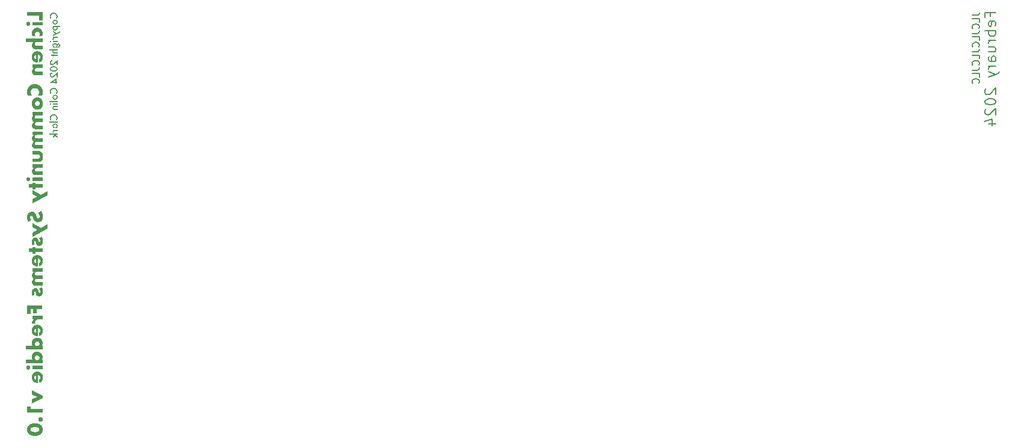
<source format=gbo>
%TF.GenerationSoftware,KiCad,Pcbnew,7.0.8*%
%TF.CreationDate,2024-02-26T10:42:40-05:00*%
%TF.ProjectId,lichen-freddie-panel,6c696368-656e-42d6-9672-65646469652d,1.0*%
%TF.SameCoordinates,Original*%
%TF.FileFunction,Legend,Bot*%
%TF.FilePolarity,Positive*%
%FSLAX46Y46*%
G04 Gerber Fmt 4.6, Leading zero omitted, Abs format (unit mm)*
G04 Created by KiCad (PCBNEW 7.0.8) date 2024-02-26 10:42:40*
%MOMM*%
%LPD*%
G01*
G04 APERTURE LIST*
G04 Aperture macros list*
%AMRoundRect*
0 Rectangle with rounded corners*
0 $1 Rounding radius*
0 $2 $3 $4 $5 $6 $7 $8 $9 X,Y pos of 4 corners*
0 Add a 4 corners polygon primitive as box body*
4,1,4,$2,$3,$4,$5,$6,$7,$8,$9,$2,$3,0*
0 Add four circle primitives for the rounded corners*
1,1,$1+$1,$2,$3*
1,1,$1+$1,$4,$5*
1,1,$1+$1,$6,$7*
1,1,$1+$1,$8,$9*
0 Add four rect primitives between the rounded corners*
20,1,$1+$1,$2,$3,$4,$5,0*
20,1,$1+$1,$4,$5,$6,$7,0*
20,1,$1+$1,$6,$7,$8,$9,0*
20,1,$1+$1,$8,$9,$2,$3,0*%
G04 Aperture macros list end*
%ADD10C,0.150000*%
%ADD11C,0.400000*%
%ADD12C,3.200000*%
%ADD13C,2.200000*%
%ADD14C,5.100000*%
%ADD15RoundRect,1.600000X0.400000X0.000000X-0.400000X0.000000X-0.400000X0.000000X0.400000X0.000000X0*%
%ADD16RoundRect,1.600000X-0.400000X0.000000X0.400000X0.000000X0.400000X0.000000X-0.400000X0.000000X0*%
%ADD17C,6.400000*%
G04 APERTURE END LIST*
D10*
X238112914Y-106905826D02*
X238112914Y-106405826D01*
X238898628Y-106405826D02*
X237398628Y-106405826D01*
X237398628Y-106405826D02*
X237398628Y-107120112D01*
X238827200Y-108262969D02*
X238898628Y-108120112D01*
X238898628Y-108120112D02*
X238898628Y-107834398D01*
X238898628Y-107834398D02*
X238827200Y-107691540D01*
X238827200Y-107691540D02*
X238684342Y-107620112D01*
X238684342Y-107620112D02*
X238112914Y-107620112D01*
X238112914Y-107620112D02*
X237970057Y-107691540D01*
X237970057Y-107691540D02*
X237898628Y-107834398D01*
X237898628Y-107834398D02*
X237898628Y-108120112D01*
X237898628Y-108120112D02*
X237970057Y-108262969D01*
X237970057Y-108262969D02*
X238112914Y-108334398D01*
X238112914Y-108334398D02*
X238255771Y-108334398D01*
X238255771Y-108334398D02*
X238398628Y-107620112D01*
X238898628Y-108977254D02*
X237398628Y-108977254D01*
X237970057Y-108977254D02*
X237898628Y-109120112D01*
X237898628Y-109120112D02*
X237898628Y-109405826D01*
X237898628Y-109405826D02*
X237970057Y-109548683D01*
X237970057Y-109548683D02*
X238041485Y-109620112D01*
X238041485Y-109620112D02*
X238184342Y-109691540D01*
X238184342Y-109691540D02*
X238612914Y-109691540D01*
X238612914Y-109691540D02*
X238755771Y-109620112D01*
X238755771Y-109620112D02*
X238827200Y-109548683D01*
X238827200Y-109548683D02*
X238898628Y-109405826D01*
X238898628Y-109405826D02*
X238898628Y-109120112D01*
X238898628Y-109120112D02*
X238827200Y-108977254D01*
X238898628Y-110334397D02*
X237898628Y-110334397D01*
X238184342Y-110334397D02*
X238041485Y-110405826D01*
X238041485Y-110405826D02*
X237970057Y-110477255D01*
X237970057Y-110477255D02*
X237898628Y-110620112D01*
X237898628Y-110620112D02*
X237898628Y-110762969D01*
X237898628Y-111905826D02*
X238898628Y-111905826D01*
X237898628Y-111262968D02*
X238684342Y-111262968D01*
X238684342Y-111262968D02*
X238827200Y-111334397D01*
X238827200Y-111334397D02*
X238898628Y-111477254D01*
X238898628Y-111477254D02*
X238898628Y-111691540D01*
X238898628Y-111691540D02*
X238827200Y-111834397D01*
X238827200Y-111834397D02*
X238755771Y-111905826D01*
X238898628Y-113262969D02*
X238112914Y-113262969D01*
X238112914Y-113262969D02*
X237970057Y-113191540D01*
X237970057Y-113191540D02*
X237898628Y-113048683D01*
X237898628Y-113048683D02*
X237898628Y-112762969D01*
X237898628Y-112762969D02*
X237970057Y-112620111D01*
X238827200Y-113262969D02*
X238898628Y-113120111D01*
X238898628Y-113120111D02*
X238898628Y-112762969D01*
X238898628Y-112762969D02*
X238827200Y-112620111D01*
X238827200Y-112620111D02*
X238684342Y-112548683D01*
X238684342Y-112548683D02*
X238541485Y-112548683D01*
X238541485Y-112548683D02*
X238398628Y-112620111D01*
X238398628Y-112620111D02*
X238327200Y-112762969D01*
X238327200Y-112762969D02*
X238327200Y-113120111D01*
X238327200Y-113120111D02*
X238255771Y-113262969D01*
X238898628Y-113977254D02*
X237898628Y-113977254D01*
X238184342Y-113977254D02*
X238041485Y-114048683D01*
X238041485Y-114048683D02*
X237970057Y-114120112D01*
X237970057Y-114120112D02*
X237898628Y-114262969D01*
X237898628Y-114262969D02*
X237898628Y-114405826D01*
X237898628Y-114762968D02*
X238898628Y-115120111D01*
X237898628Y-115477254D02*
X238898628Y-115120111D01*
X238898628Y-115120111D02*
X239255771Y-114977254D01*
X239255771Y-114977254D02*
X239327200Y-114905825D01*
X239327200Y-114905825D02*
X239398628Y-114762968D01*
X237541485Y-117120111D02*
X237470057Y-117191539D01*
X237470057Y-117191539D02*
X237398628Y-117334397D01*
X237398628Y-117334397D02*
X237398628Y-117691539D01*
X237398628Y-117691539D02*
X237470057Y-117834397D01*
X237470057Y-117834397D02*
X237541485Y-117905825D01*
X237541485Y-117905825D02*
X237684342Y-117977254D01*
X237684342Y-117977254D02*
X237827200Y-117977254D01*
X237827200Y-117977254D02*
X238041485Y-117905825D01*
X238041485Y-117905825D02*
X238898628Y-117048682D01*
X238898628Y-117048682D02*
X238898628Y-117977254D01*
X237398628Y-118905825D02*
X237398628Y-119048682D01*
X237398628Y-119048682D02*
X237470057Y-119191539D01*
X237470057Y-119191539D02*
X237541485Y-119262968D01*
X237541485Y-119262968D02*
X237684342Y-119334396D01*
X237684342Y-119334396D02*
X237970057Y-119405825D01*
X237970057Y-119405825D02*
X238327200Y-119405825D01*
X238327200Y-119405825D02*
X238612914Y-119334396D01*
X238612914Y-119334396D02*
X238755771Y-119262968D01*
X238755771Y-119262968D02*
X238827200Y-119191539D01*
X238827200Y-119191539D02*
X238898628Y-119048682D01*
X238898628Y-119048682D02*
X238898628Y-118905825D01*
X238898628Y-118905825D02*
X238827200Y-118762968D01*
X238827200Y-118762968D02*
X238755771Y-118691539D01*
X238755771Y-118691539D02*
X238612914Y-118620110D01*
X238612914Y-118620110D02*
X238327200Y-118548682D01*
X238327200Y-118548682D02*
X237970057Y-118548682D01*
X237970057Y-118548682D02*
X237684342Y-118620110D01*
X237684342Y-118620110D02*
X237541485Y-118691539D01*
X237541485Y-118691539D02*
X237470057Y-118762968D01*
X237470057Y-118762968D02*
X237398628Y-118905825D01*
X237541485Y-119977253D02*
X237470057Y-120048681D01*
X237470057Y-120048681D02*
X237398628Y-120191539D01*
X237398628Y-120191539D02*
X237398628Y-120548681D01*
X237398628Y-120548681D02*
X237470057Y-120691539D01*
X237470057Y-120691539D02*
X237541485Y-120762967D01*
X237541485Y-120762967D02*
X237684342Y-120834396D01*
X237684342Y-120834396D02*
X237827200Y-120834396D01*
X237827200Y-120834396D02*
X238041485Y-120762967D01*
X238041485Y-120762967D02*
X238898628Y-119905824D01*
X238898628Y-119905824D02*
X238898628Y-120834396D01*
X237898628Y-122120110D02*
X238898628Y-122120110D01*
X237327200Y-121762967D02*
X238398628Y-121405824D01*
X238398628Y-121405824D02*
X238398628Y-122334395D01*
X235589819Y-106802493D02*
X236304104Y-106802493D01*
X236304104Y-106802493D02*
X236446961Y-106754874D01*
X236446961Y-106754874D02*
X236542200Y-106659636D01*
X236542200Y-106659636D02*
X236589819Y-106516779D01*
X236589819Y-106516779D02*
X236589819Y-106421541D01*
X236589819Y-107754874D02*
X236589819Y-107278684D01*
X236589819Y-107278684D02*
X235589819Y-107278684D01*
X236494580Y-108659636D02*
X236542200Y-108612017D01*
X236542200Y-108612017D02*
X236589819Y-108469160D01*
X236589819Y-108469160D02*
X236589819Y-108373922D01*
X236589819Y-108373922D02*
X236542200Y-108231065D01*
X236542200Y-108231065D02*
X236446961Y-108135827D01*
X236446961Y-108135827D02*
X236351723Y-108088208D01*
X236351723Y-108088208D02*
X236161247Y-108040589D01*
X236161247Y-108040589D02*
X236018390Y-108040589D01*
X236018390Y-108040589D02*
X235827914Y-108088208D01*
X235827914Y-108088208D02*
X235732676Y-108135827D01*
X235732676Y-108135827D02*
X235637438Y-108231065D01*
X235637438Y-108231065D02*
X235589819Y-108373922D01*
X235589819Y-108373922D02*
X235589819Y-108469160D01*
X235589819Y-108469160D02*
X235637438Y-108612017D01*
X235637438Y-108612017D02*
X235685057Y-108659636D01*
X235589819Y-109373922D02*
X236304104Y-109373922D01*
X236304104Y-109373922D02*
X236446961Y-109326303D01*
X236446961Y-109326303D02*
X236542200Y-109231065D01*
X236542200Y-109231065D02*
X236589819Y-109088208D01*
X236589819Y-109088208D02*
X236589819Y-108992970D01*
X236589819Y-110326303D02*
X236589819Y-109850113D01*
X236589819Y-109850113D02*
X235589819Y-109850113D01*
X236494580Y-111231065D02*
X236542200Y-111183446D01*
X236542200Y-111183446D02*
X236589819Y-111040589D01*
X236589819Y-111040589D02*
X236589819Y-110945351D01*
X236589819Y-110945351D02*
X236542200Y-110802494D01*
X236542200Y-110802494D02*
X236446961Y-110707256D01*
X236446961Y-110707256D02*
X236351723Y-110659637D01*
X236351723Y-110659637D02*
X236161247Y-110612018D01*
X236161247Y-110612018D02*
X236018390Y-110612018D01*
X236018390Y-110612018D02*
X235827914Y-110659637D01*
X235827914Y-110659637D02*
X235732676Y-110707256D01*
X235732676Y-110707256D02*
X235637438Y-110802494D01*
X235637438Y-110802494D02*
X235589819Y-110945351D01*
X235589819Y-110945351D02*
X235589819Y-111040589D01*
X235589819Y-111040589D02*
X235637438Y-111183446D01*
X235637438Y-111183446D02*
X235685057Y-111231065D01*
X235589819Y-111945351D02*
X236304104Y-111945351D01*
X236304104Y-111945351D02*
X236446961Y-111897732D01*
X236446961Y-111897732D02*
X236542200Y-111802494D01*
X236542200Y-111802494D02*
X236589819Y-111659637D01*
X236589819Y-111659637D02*
X236589819Y-111564399D01*
X236589819Y-112897732D02*
X236589819Y-112421542D01*
X236589819Y-112421542D02*
X235589819Y-112421542D01*
X236494580Y-113802494D02*
X236542200Y-113754875D01*
X236542200Y-113754875D02*
X236589819Y-113612018D01*
X236589819Y-113612018D02*
X236589819Y-113516780D01*
X236589819Y-113516780D02*
X236542200Y-113373923D01*
X236542200Y-113373923D02*
X236446961Y-113278685D01*
X236446961Y-113278685D02*
X236351723Y-113231066D01*
X236351723Y-113231066D02*
X236161247Y-113183447D01*
X236161247Y-113183447D02*
X236018390Y-113183447D01*
X236018390Y-113183447D02*
X235827914Y-113231066D01*
X235827914Y-113231066D02*
X235732676Y-113278685D01*
X235732676Y-113278685D02*
X235637438Y-113373923D01*
X235637438Y-113373923D02*
X235589819Y-113516780D01*
X235589819Y-113516780D02*
X235589819Y-113612018D01*
X235589819Y-113612018D02*
X235637438Y-113754875D01*
X235637438Y-113754875D02*
X235685057Y-113802494D01*
X235589819Y-114516780D02*
X236304104Y-114516780D01*
X236304104Y-114516780D02*
X236446961Y-114469161D01*
X236446961Y-114469161D02*
X236542200Y-114373923D01*
X236542200Y-114373923D02*
X236589819Y-114231066D01*
X236589819Y-114231066D02*
X236589819Y-114135828D01*
X236589819Y-115469161D02*
X236589819Y-114992971D01*
X236589819Y-114992971D02*
X235589819Y-114992971D01*
X236494580Y-116373923D02*
X236542200Y-116326304D01*
X236542200Y-116326304D02*
X236589819Y-116183447D01*
X236589819Y-116183447D02*
X236589819Y-116088209D01*
X236589819Y-116088209D02*
X236542200Y-115945352D01*
X236542200Y-115945352D02*
X236446961Y-115850114D01*
X236446961Y-115850114D02*
X236351723Y-115802495D01*
X236351723Y-115802495D02*
X236161247Y-115754876D01*
X236161247Y-115754876D02*
X236018390Y-115754876D01*
X236018390Y-115754876D02*
X235827914Y-115802495D01*
X235827914Y-115802495D02*
X235732676Y-115850114D01*
X235732676Y-115850114D02*
X235637438Y-115945352D01*
X235637438Y-115945352D02*
X235589819Y-116088209D01*
X235589819Y-116088209D02*
X235589819Y-116183447D01*
X235589819Y-116183447D02*
X235637438Y-116326304D01*
X235637438Y-116326304D02*
X235685057Y-116373923D01*
G36*
X105856147Y-107274445D02*
G01*
X106047878Y-107274445D01*
X106040755Y-107265719D01*
X106033859Y-107256974D01*
X106027189Y-107248210D01*
X106020744Y-107239426D01*
X106014526Y-107230624D01*
X106008534Y-107221803D01*
X106002768Y-107212962D01*
X105997228Y-107204103D01*
X105991915Y-107195224D01*
X105986827Y-107186326D01*
X105981965Y-107177410D01*
X105977330Y-107168474D01*
X105972921Y-107159519D01*
X105968738Y-107150545D01*
X105964781Y-107141552D01*
X105957545Y-107123508D01*
X105951214Y-107105389D01*
X105945787Y-107087193D01*
X105941265Y-107068920D01*
X105937647Y-107050571D01*
X105934933Y-107032146D01*
X105933124Y-107013645D01*
X105932220Y-106995067D01*
X105932107Y-106985750D01*
X105932221Y-106975527D01*
X105932564Y-106965405D01*
X105933135Y-106955384D01*
X105933935Y-106945465D01*
X105934963Y-106935646D01*
X105936220Y-106925929D01*
X105939419Y-106906798D01*
X105943532Y-106888072D01*
X105948559Y-106869750D01*
X105954500Y-106851832D01*
X105961355Y-106834319D01*
X105969124Y-106817211D01*
X105977807Y-106800507D01*
X105987404Y-106784207D01*
X105997915Y-106768312D01*
X106009340Y-106752822D01*
X106021679Y-106737736D01*
X106028191Y-106730345D01*
X106034932Y-106723055D01*
X106041902Y-106715866D01*
X106049099Y-106708778D01*
X106056446Y-106701806D01*
X106063894Y-106695055D01*
X106071443Y-106688525D01*
X106079092Y-106682217D01*
X106086841Y-106676130D01*
X106094692Y-106670264D01*
X106110694Y-106659197D01*
X106127100Y-106649015D01*
X106143907Y-106639719D01*
X106161118Y-106631308D01*
X106178731Y-106623782D01*
X106196747Y-106617141D01*
X106215165Y-106611386D01*
X106233986Y-106606517D01*
X106243548Y-106604414D01*
X106253210Y-106602533D01*
X106262973Y-106600873D01*
X106272836Y-106599434D01*
X106282800Y-106598216D01*
X106292865Y-106597220D01*
X106303031Y-106596446D01*
X106313297Y-106595892D01*
X106323663Y-106595560D01*
X106334131Y-106595450D01*
X106344476Y-106595560D01*
X106354720Y-106595892D01*
X106364862Y-106596446D01*
X106374904Y-106597220D01*
X106384844Y-106598216D01*
X106394684Y-106599434D01*
X106404422Y-106600873D01*
X106414059Y-106602533D01*
X106433030Y-106606517D01*
X106451596Y-106611386D01*
X106469758Y-106617141D01*
X106487515Y-106623782D01*
X106504868Y-106631308D01*
X106521816Y-106639719D01*
X106538360Y-106649015D01*
X106554499Y-106659197D01*
X106570233Y-106670264D01*
X106585563Y-106682217D01*
X106593077Y-106688525D01*
X106600489Y-106695055D01*
X106607800Y-106701806D01*
X106615010Y-106708778D01*
X106622042Y-106715911D01*
X106628852Y-106723144D01*
X106635438Y-106730476D01*
X106641800Y-106737908D01*
X106653856Y-106753071D01*
X106665019Y-106768633D01*
X106675288Y-106784594D01*
X106684665Y-106800953D01*
X106693149Y-106817712D01*
X106700739Y-106834869D01*
X106707437Y-106852425D01*
X106713241Y-106870379D01*
X106718153Y-106888733D01*
X106722172Y-106907485D01*
X106725297Y-106926636D01*
X106726525Y-106936361D01*
X106727530Y-106946186D01*
X106728311Y-106956111D01*
X106728869Y-106966135D01*
X106729204Y-106976259D01*
X106729316Y-106986482D01*
X106729208Y-106996978D01*
X106728884Y-107007277D01*
X106728345Y-107017380D01*
X106727591Y-107027286D01*
X106726054Y-107041777D01*
X106724033Y-107055825D01*
X106721526Y-107069432D01*
X106718535Y-107082596D01*
X106715058Y-107095318D01*
X106711096Y-107107597D01*
X106706649Y-107119435D01*
X106701716Y-107130830D01*
X106697209Y-107141200D01*
X106692237Y-107151700D01*
X106686800Y-107162332D01*
X106682116Y-107170932D01*
X106677134Y-107179616D01*
X106671854Y-107188384D01*
X106666276Y-107197236D01*
X106664836Y-107199462D01*
X106658882Y-107208434D01*
X106652623Y-107217521D01*
X106646059Y-107226722D01*
X106639190Y-107236038D01*
X106632015Y-107245468D01*
X106624535Y-107255012D01*
X106616750Y-107264671D01*
X106608660Y-107274445D01*
X106804542Y-107274445D01*
X106809531Y-107265852D01*
X106814362Y-107257233D01*
X106819034Y-107248587D01*
X106823548Y-107239915D01*
X106832100Y-107222490D01*
X106840019Y-107204958D01*
X106847304Y-107187319D01*
X106853956Y-107169573D01*
X106859974Y-107151720D01*
X106865359Y-107133761D01*
X106870110Y-107115695D01*
X106874228Y-107097521D01*
X106877712Y-107079241D01*
X106880563Y-107060854D01*
X106882780Y-107042361D01*
X106884364Y-107023760D01*
X106885314Y-107005052D01*
X106885631Y-106986238D01*
X106885475Y-106972091D01*
X106885006Y-106958075D01*
X106884225Y-106944189D01*
X106883131Y-106930432D01*
X106881725Y-106916807D01*
X106880007Y-106903311D01*
X106877976Y-106889946D01*
X106875632Y-106876711D01*
X106872976Y-106863606D01*
X106870008Y-106850631D01*
X106866727Y-106837786D01*
X106863134Y-106825072D01*
X106859228Y-106812488D01*
X106855010Y-106800034D01*
X106850479Y-106787711D01*
X106845636Y-106775518D01*
X106840481Y-106763455D01*
X106835013Y-106751522D01*
X106829232Y-106739719D01*
X106823139Y-106728047D01*
X106816734Y-106716505D01*
X106810016Y-106705093D01*
X106802986Y-106693811D01*
X106795643Y-106682660D01*
X106787988Y-106671638D01*
X106780020Y-106660747D01*
X106771740Y-106649987D01*
X106763147Y-106639356D01*
X106754242Y-106628856D01*
X106745024Y-106618486D01*
X106735494Y-106608246D01*
X106725652Y-106598136D01*
X106715497Y-106588294D01*
X106705211Y-106578764D01*
X106694795Y-106569546D01*
X106684249Y-106560641D01*
X106673573Y-106552049D01*
X106662766Y-106543768D01*
X106651829Y-106535801D01*
X106640762Y-106528145D01*
X106629565Y-106520803D01*
X106618238Y-106513772D01*
X106606780Y-106507054D01*
X106595192Y-106500649D01*
X106583474Y-106494556D01*
X106571625Y-106488776D01*
X106559647Y-106483308D01*
X106547538Y-106478152D01*
X106535299Y-106473309D01*
X106522929Y-106468778D01*
X106510430Y-106464560D01*
X106497800Y-106460654D01*
X106485040Y-106457061D01*
X106472150Y-106453780D01*
X106459129Y-106450812D01*
X106445979Y-106448156D01*
X106432698Y-106445812D01*
X106419287Y-106443781D01*
X106405745Y-106442063D01*
X106392073Y-106440657D01*
X106378272Y-106439563D01*
X106364340Y-106438782D01*
X106350277Y-106438313D01*
X106336085Y-106438157D01*
X106323351Y-106438288D01*
X106310705Y-106438680D01*
X106298147Y-106439334D01*
X106285675Y-106440249D01*
X106273291Y-106441425D01*
X106260994Y-106442863D01*
X106248785Y-106444562D01*
X106236663Y-106446523D01*
X106224628Y-106448745D01*
X106212680Y-106451228D01*
X106200820Y-106453973D01*
X106189047Y-106456979D01*
X106177361Y-106460247D01*
X106165762Y-106463776D01*
X106154251Y-106467567D01*
X106142827Y-106471618D01*
X106131491Y-106475932D01*
X106120242Y-106480507D01*
X106109080Y-106485343D01*
X106098005Y-106490440D01*
X106087018Y-106495799D01*
X106076118Y-106501420D01*
X106065305Y-106507302D01*
X106054579Y-106513445D01*
X106043941Y-106519850D01*
X106033390Y-106526516D01*
X106022927Y-106533443D01*
X106012551Y-106540632D01*
X106002262Y-106548083D01*
X105992060Y-106555794D01*
X105981946Y-106563768D01*
X105971919Y-106572002D01*
X105959852Y-106582401D01*
X105948169Y-106592988D01*
X105936869Y-106603764D01*
X105925951Y-106614730D01*
X105915417Y-106625884D01*
X105905266Y-106637227D01*
X105895498Y-106648758D01*
X105886113Y-106660479D01*
X105877111Y-106672389D01*
X105868492Y-106684488D01*
X105860256Y-106696775D01*
X105852404Y-106709252D01*
X105844934Y-106721917D01*
X105837847Y-106734771D01*
X105831144Y-106747814D01*
X105824823Y-106761046D01*
X105818886Y-106774467D01*
X105813331Y-106788077D01*
X105808160Y-106801876D01*
X105803372Y-106815864D01*
X105798967Y-106830040D01*
X105794945Y-106844406D01*
X105791305Y-106858960D01*
X105788049Y-106873703D01*
X105785177Y-106888635D01*
X105782687Y-106903757D01*
X105780580Y-106919067D01*
X105778856Y-106934566D01*
X105777515Y-106950253D01*
X105776558Y-106966130D01*
X105775983Y-106982196D01*
X105775792Y-106998450D01*
X105776105Y-107016272D01*
X105777047Y-107034018D01*
X105778617Y-107051688D01*
X105780814Y-107069281D01*
X105783639Y-107086798D01*
X105787092Y-107104238D01*
X105791172Y-107121602D01*
X105795881Y-107138890D01*
X105801217Y-107156101D01*
X105807181Y-107173237D01*
X105813772Y-107190295D01*
X105820992Y-107207278D01*
X105828839Y-107224184D01*
X105837314Y-107241014D01*
X105846417Y-107257768D01*
X105856147Y-107274445D01*
G37*
G36*
X106547732Y-107403797D02*
G01*
X106566264Y-107404973D01*
X106584391Y-107406934D01*
X106602111Y-107409679D01*
X106619424Y-107413208D01*
X106636332Y-107417521D01*
X106652832Y-107422619D01*
X106668927Y-107428501D01*
X106684614Y-107435167D01*
X106699896Y-107442617D01*
X106714771Y-107450852D01*
X106729239Y-107459871D01*
X106743301Y-107469674D01*
X106756957Y-107480261D01*
X106770206Y-107491633D01*
X106783049Y-107503789D01*
X106795471Y-107516495D01*
X106807092Y-107529579D01*
X106817911Y-107543041D01*
X106827929Y-107556881D01*
X106837145Y-107571099D01*
X106845560Y-107585694D01*
X106853173Y-107600667D01*
X106859986Y-107616018D01*
X106865996Y-107631747D01*
X106871205Y-107647854D01*
X106875613Y-107664338D01*
X106879220Y-107681201D01*
X106882025Y-107698441D01*
X106884028Y-107716059D01*
X106885230Y-107734054D01*
X106885631Y-107752428D01*
X106885238Y-107770989D01*
X106884059Y-107789183D01*
X106882093Y-107807008D01*
X106879342Y-107824464D01*
X106875804Y-107841553D01*
X106871480Y-107858273D01*
X106866370Y-107874625D01*
X106860474Y-107890608D01*
X106853792Y-107906224D01*
X106846323Y-107921471D01*
X106838069Y-107936350D01*
X106829028Y-107950860D01*
X106819201Y-107965002D01*
X106808588Y-107978776D01*
X106797188Y-107992182D01*
X106785003Y-108005219D01*
X106772175Y-108017641D01*
X106758968Y-108029262D01*
X106745384Y-108040081D01*
X106731422Y-108050099D01*
X106717082Y-108059315D01*
X106702365Y-108067730D01*
X106687270Y-108075344D01*
X106671796Y-108082156D01*
X106655945Y-108088166D01*
X106639717Y-108093376D01*
X106623110Y-108097784D01*
X106606126Y-108101390D01*
X106588763Y-108104195D01*
X106571023Y-108106198D01*
X106552905Y-108107401D01*
X106534410Y-108107801D01*
X106516058Y-108107403D01*
X106498067Y-108106210D01*
X106480437Y-108104221D01*
X106463167Y-108101436D01*
X106446258Y-108097855D01*
X106429710Y-108093479D01*
X106413522Y-108088307D01*
X106397695Y-108082339D01*
X106382228Y-108075576D01*
X106367123Y-108068016D01*
X106352377Y-108059662D01*
X106337993Y-108050511D01*
X106323969Y-108040565D01*
X106310306Y-108029823D01*
X106297003Y-108018285D01*
X106284061Y-108005952D01*
X106271728Y-107992894D01*
X106260190Y-107979486D01*
X106249448Y-107965729D01*
X106239502Y-107951623D01*
X106230351Y-107937168D01*
X106221997Y-107922364D01*
X106214437Y-107907210D01*
X106207674Y-107891707D01*
X106201706Y-107875856D01*
X106196534Y-107859654D01*
X106192158Y-107843104D01*
X106188577Y-107826205D01*
X106185792Y-107808956D01*
X106183803Y-107791358D01*
X106182609Y-107773411D01*
X106182217Y-107755359D01*
X106320942Y-107755359D01*
X106321171Y-107766246D01*
X106321857Y-107776864D01*
X106323002Y-107787213D01*
X106324605Y-107797292D01*
X106326666Y-107807103D01*
X106329185Y-107816645D01*
X106333822Y-107830453D01*
X106339489Y-107843656D01*
X106346186Y-107856253D01*
X106353914Y-107868245D01*
X106362673Y-107879632D01*
X106372462Y-107890413D01*
X106379560Y-107897264D01*
X106386948Y-107903712D01*
X106394642Y-107909743D01*
X106402641Y-107915359D01*
X106410945Y-107920559D01*
X106419555Y-107925342D01*
X106428469Y-107929710D01*
X106437690Y-107933662D01*
X106447215Y-107937198D01*
X106457046Y-107940318D01*
X106467182Y-107943021D01*
X106477623Y-107945309D01*
X106488370Y-107947181D01*
X106499422Y-107948637D01*
X106510779Y-107949677D01*
X106522442Y-107950301D01*
X106534410Y-107950509D01*
X106540417Y-107950457D01*
X106552204Y-107950041D01*
X106563687Y-107949209D01*
X106574867Y-107947961D01*
X106585743Y-107946297D01*
X106596316Y-107944217D01*
X106606586Y-107941721D01*
X106616552Y-107938810D01*
X106626215Y-107935482D01*
X106635574Y-107931738D01*
X106644630Y-107927578D01*
X106653383Y-107923003D01*
X106661832Y-107918011D01*
X106673937Y-107909743D01*
X106681628Y-107903712D01*
X106689016Y-107897264D01*
X106696025Y-107890499D01*
X106705692Y-107879825D01*
X106714340Y-107868520D01*
X106721972Y-107856583D01*
X106728586Y-107844016D01*
X106734182Y-107830818D01*
X106738761Y-107816988D01*
X106741248Y-107807418D01*
X106743283Y-107797567D01*
X106744866Y-107787436D01*
X106745997Y-107777024D01*
X106746675Y-107766332D01*
X106746901Y-107755359D01*
X106746672Y-107744472D01*
X106745985Y-107733854D01*
X106744840Y-107723505D01*
X106743237Y-107713425D01*
X106741177Y-107703615D01*
X106738658Y-107694073D01*
X106734021Y-107680265D01*
X106728354Y-107667062D01*
X106721656Y-107654465D01*
X106713928Y-107642473D01*
X106705170Y-107631086D01*
X106695381Y-107620305D01*
X106688283Y-107613454D01*
X106684624Y-107610208D01*
X106673163Y-107601089D01*
X106665116Y-107595525D01*
X106656745Y-107590373D01*
X106648050Y-107585633D01*
X106639030Y-107581305D01*
X106629686Y-107577390D01*
X106620017Y-107573886D01*
X106610024Y-107570795D01*
X106599707Y-107568116D01*
X106589065Y-107565849D01*
X106578099Y-107563995D01*
X106566808Y-107562552D01*
X106555193Y-107561522D01*
X106543254Y-107560903D01*
X106530990Y-107560697D01*
X106519522Y-107560907D01*
X106508322Y-107561537D01*
X106497388Y-107562586D01*
X106486721Y-107564056D01*
X106476322Y-107565945D01*
X106466190Y-107568254D01*
X106456325Y-107570982D01*
X106446727Y-107574131D01*
X106437396Y-107577699D01*
X106428332Y-107581687D01*
X106419536Y-107586095D01*
X106411006Y-107590922D01*
X106402744Y-107596170D01*
X106394749Y-107601837D01*
X106387021Y-107607924D01*
X106379560Y-107614431D01*
X106372462Y-107621307D01*
X106362673Y-107632104D01*
X106353914Y-107643480D01*
X106346186Y-107655437D01*
X106339489Y-107667972D01*
X106333822Y-107681088D01*
X106329185Y-107694783D01*
X106326666Y-107704235D01*
X106324605Y-107713944D01*
X106323002Y-107723912D01*
X106321857Y-107734136D01*
X106321171Y-107744619D01*
X106320942Y-107755359D01*
X106182217Y-107755359D01*
X106182212Y-107755115D01*
X106182608Y-107736910D01*
X106183795Y-107719054D01*
X106185775Y-107701548D01*
X106188547Y-107684391D01*
X106192110Y-107667583D01*
X106196466Y-107651124D01*
X106201613Y-107635015D01*
X106207552Y-107619255D01*
X106214283Y-107603843D01*
X106221806Y-107588781D01*
X106230120Y-107574069D01*
X106239227Y-107559705D01*
X106249126Y-107545691D01*
X106259816Y-107532026D01*
X106271298Y-107518710D01*
X106283572Y-107505743D01*
X106296380Y-107493350D01*
X106309523Y-107481757D01*
X106323002Y-107470964D01*
X106336817Y-107460970D01*
X106350968Y-107451776D01*
X106365455Y-107443381D01*
X106380277Y-107435785D01*
X106395436Y-107428989D01*
X106410930Y-107422993D01*
X106426760Y-107417796D01*
X106442926Y-107413399D01*
X106459427Y-107409801D01*
X106476265Y-107407003D01*
X106493438Y-107405004D01*
X106510947Y-107403805D01*
X106528792Y-107403405D01*
X106547732Y-107403797D01*
G37*
G36*
X107229525Y-108433133D02*
G01*
X106791109Y-108433133D01*
X106802555Y-108444615D01*
X106813263Y-108456286D01*
X106823232Y-108468146D01*
X106832462Y-108480195D01*
X106840955Y-108492433D01*
X106848708Y-108504860D01*
X106855724Y-108517476D01*
X106862001Y-108530280D01*
X106867539Y-108543274D01*
X106872339Y-108556456D01*
X106876400Y-108569828D01*
X106879723Y-108583388D01*
X106882308Y-108597137D01*
X106884154Y-108611075D01*
X106885262Y-108625202D01*
X106885631Y-108639518D01*
X106885244Y-108656039D01*
X106884082Y-108672201D01*
X106882145Y-108688004D01*
X106879433Y-108703449D01*
X106875947Y-108718534D01*
X106871686Y-108733261D01*
X106866651Y-108747630D01*
X106860840Y-108761639D01*
X106854255Y-108775290D01*
X106846896Y-108788582D01*
X106838761Y-108801516D01*
X106829852Y-108814091D01*
X106820168Y-108826307D01*
X106809710Y-108838164D01*
X106798476Y-108849662D01*
X106786468Y-108860802D01*
X106773787Y-108871479D01*
X106760716Y-108881467D01*
X106747256Y-108890767D01*
X106733407Y-108899377D01*
X106719168Y-108907299D01*
X106704540Y-108914532D01*
X106689523Y-108921076D01*
X106674117Y-108926931D01*
X106658321Y-108932097D01*
X106642136Y-108936575D01*
X106625562Y-108940363D01*
X106608599Y-108943463D01*
X106591246Y-108945874D01*
X106573504Y-108947596D01*
X106555373Y-108948629D01*
X106536852Y-108948974D01*
X106517945Y-108948626D01*
X106499449Y-108947585D01*
X106481362Y-108945848D01*
X106463686Y-108943417D01*
X106446420Y-108940292D01*
X106429565Y-108936471D01*
X106413119Y-108931957D01*
X106397084Y-108926748D01*
X106381459Y-108920844D01*
X106366245Y-108914245D01*
X106351440Y-108906952D01*
X106337046Y-108898965D01*
X106323062Y-108890283D01*
X106309489Y-108880906D01*
X106296326Y-108870835D01*
X106283572Y-108860069D01*
X106271298Y-108848922D01*
X106259816Y-108837400D01*
X106249126Y-108825505D01*
X106239227Y-108813236D01*
X106230120Y-108800592D01*
X106221806Y-108787575D01*
X106214283Y-108774184D01*
X106207552Y-108760418D01*
X106201613Y-108746279D01*
X106196466Y-108731765D01*
X106192110Y-108716878D01*
X106188547Y-108701617D01*
X106185775Y-108685981D01*
X106183795Y-108669972D01*
X106182608Y-108653589D01*
X106182212Y-108636831D01*
X106182563Y-108622669D01*
X106183465Y-108610697D01*
X106320942Y-108610697D01*
X106321476Y-108625120D01*
X106323080Y-108639079D01*
X106325752Y-108652574D01*
X106329494Y-108665606D01*
X106334305Y-108678174D01*
X106340184Y-108690279D01*
X106347133Y-108701919D01*
X106355151Y-108713096D01*
X106364238Y-108723809D01*
X106374394Y-108734059D01*
X106381758Y-108740635D01*
X106389377Y-108746816D01*
X106397275Y-108752599D01*
X106405452Y-108757982D01*
X106413907Y-108762967D01*
X106422640Y-108767554D01*
X106431652Y-108771741D01*
X106440943Y-108775530D01*
X106450512Y-108778920D01*
X106460360Y-108781911D01*
X106470487Y-108784503D01*
X106480892Y-108786696D01*
X106491576Y-108788491D01*
X106502538Y-108789887D01*
X106513779Y-108790884D01*
X106525298Y-108791482D01*
X106537096Y-108791681D01*
X106548215Y-108791476D01*
X106559101Y-108790861D01*
X106569754Y-108789835D01*
X106580175Y-108788399D01*
X106590362Y-108786553D01*
X106600317Y-108784297D01*
X106610039Y-108781630D01*
X106619528Y-108778553D01*
X106628785Y-108775066D01*
X106637809Y-108771169D01*
X106646599Y-108766861D01*
X106655157Y-108762143D01*
X106663483Y-108757015D01*
X106671575Y-108751477D01*
X106679435Y-108745528D01*
X106687062Y-108739169D01*
X106694308Y-108732711D01*
X106704301Y-108722619D01*
X106713241Y-108712043D01*
X106721130Y-108700981D01*
X106727968Y-108689434D01*
X106733753Y-108677402D01*
X106738486Y-108664885D01*
X106742168Y-108651883D01*
X106744797Y-108638395D01*
X106746375Y-108624422D01*
X106746901Y-108609965D01*
X106746843Y-108604806D01*
X106746382Y-108594675D01*
X106745458Y-108584795D01*
X106743207Y-108570443D01*
X106739917Y-108556654D01*
X106735588Y-108543427D01*
X106730220Y-108530762D01*
X106723813Y-108518660D01*
X106716366Y-108507120D01*
X106707881Y-108496143D01*
X106698357Y-108485728D01*
X106687794Y-108475875D01*
X106680065Y-108469635D01*
X106672083Y-108463797D01*
X106663846Y-108458361D01*
X106655356Y-108453329D01*
X106646612Y-108448698D01*
X106637614Y-108444471D01*
X106628362Y-108440646D01*
X106618857Y-108437224D01*
X106609098Y-108434204D01*
X106599085Y-108431587D01*
X106588818Y-108429373D01*
X106578297Y-108427561D01*
X106567523Y-108426152D01*
X106556495Y-108425145D01*
X106545213Y-108424541D01*
X106533677Y-108424340D01*
X106527744Y-108424390D01*
X106516095Y-108424793D01*
X106504734Y-108425598D01*
X106493661Y-108426806D01*
X106482876Y-108428417D01*
X106472380Y-108430430D01*
X106462171Y-108432845D01*
X106452250Y-108435664D01*
X106442618Y-108438885D01*
X106433274Y-108442508D01*
X106424218Y-108446534D01*
X106415450Y-108450963D01*
X106402838Y-108458361D01*
X106390875Y-108466665D01*
X106379560Y-108475875D01*
X106372462Y-108482470D01*
X106362673Y-108492820D01*
X106353914Y-108503719D01*
X106346186Y-108515168D01*
X106339489Y-108527166D01*
X106333822Y-108539714D01*
X106329185Y-108552812D01*
X106325578Y-108566459D01*
X106323002Y-108580655D01*
X106321857Y-108590425D01*
X106321171Y-108600439D01*
X106320942Y-108610697D01*
X106183465Y-108610697D01*
X106183616Y-108608698D01*
X106185372Y-108594917D01*
X106187829Y-108581327D01*
X106190989Y-108567928D01*
X106194851Y-108554720D01*
X106199415Y-108541703D01*
X106204682Y-108528876D01*
X106210651Y-108516240D01*
X106217322Y-108503795D01*
X106224695Y-108491541D01*
X106232770Y-108479478D01*
X106241547Y-108467605D01*
X106251027Y-108455924D01*
X106261209Y-108444433D01*
X106272093Y-108433133D01*
X106197843Y-108433133D01*
X106197843Y-108275840D01*
X107229525Y-108275840D01*
X107229525Y-108433133D01*
G37*
G36*
X106741772Y-109298974D02*
G01*
X106197843Y-108999532D01*
X106197843Y-109177829D01*
X106582037Y-109381528D01*
X106197843Y-109571549D01*
X106197843Y-109745205D01*
X107229525Y-109214710D01*
X107229525Y-109039099D01*
X106741772Y-109298974D01*
G37*
G36*
X106197843Y-109845833D02*
G01*
X106197843Y-110003126D01*
X106261835Y-110003126D01*
X106253570Y-110011008D01*
X106245812Y-110018719D01*
X106238561Y-110026258D01*
X106231816Y-110033626D01*
X106223611Y-110043182D01*
X106216306Y-110052432D01*
X106209903Y-110061378D01*
X106204400Y-110070018D01*
X106199797Y-110078353D01*
X106194731Y-110089113D01*
X106190524Y-110100482D01*
X106187776Y-110110015D01*
X106185578Y-110119938D01*
X106183929Y-110130249D01*
X106182830Y-110140950D01*
X106182280Y-110152040D01*
X106182212Y-110157732D01*
X106182549Y-110169182D01*
X106183560Y-110180727D01*
X106185245Y-110192366D01*
X106187604Y-110204100D01*
X106190637Y-110215928D01*
X106194345Y-110227850D01*
X106198726Y-110239867D01*
X106203781Y-110251979D01*
X106209511Y-110264185D01*
X106215914Y-110276485D01*
X106220558Y-110284738D01*
X106369790Y-110214396D01*
X106364203Y-110206216D01*
X106357609Y-110195362D01*
X106351991Y-110184570D01*
X106347350Y-110173838D01*
X106343687Y-110163168D01*
X106341000Y-110152559D01*
X106339290Y-110142010D01*
X106338558Y-110131523D01*
X106338527Y-110128911D01*
X106339265Y-110113679D01*
X106341477Y-110099430D01*
X106345165Y-110086164D01*
X106350327Y-110073880D01*
X106356965Y-110062579D01*
X106365077Y-110052261D01*
X106374665Y-110042925D01*
X106385727Y-110034572D01*
X106398264Y-110027202D01*
X106412277Y-110020814D01*
X106427764Y-110015410D01*
X106444727Y-110010987D01*
X106463164Y-110007548D01*
X106472936Y-110006197D01*
X106483077Y-110005091D01*
X106493586Y-110004231D01*
X106504464Y-110003617D01*
X106515711Y-110003249D01*
X106527327Y-110003126D01*
X106870000Y-110003126D01*
X106870000Y-109845833D01*
X106197843Y-109845833D01*
G37*
G36*
X106197843Y-110547299D02*
G01*
X106870000Y-110547299D01*
X106870000Y-110390006D01*
X106197843Y-110390006D01*
X106197843Y-110547299D01*
G37*
G36*
X105923314Y-110374375D02*
G01*
X105913232Y-110374841D01*
X105903500Y-110376237D01*
X105891829Y-110379293D01*
X105880707Y-110383803D01*
X105870134Y-110389768D01*
X105862070Y-110395588D01*
X105854357Y-110402339D01*
X105852484Y-110404173D01*
X105845500Y-110411862D01*
X105839447Y-110419911D01*
X105834326Y-110428318D01*
X105829234Y-110439332D01*
X105825596Y-110450906D01*
X105823734Y-110460569D01*
X105822803Y-110470590D01*
X105822686Y-110475736D01*
X105823152Y-110486105D01*
X105824549Y-110496084D01*
X105826876Y-110505675D01*
X105831096Y-110517115D01*
X105835519Y-110525830D01*
X105840873Y-110534155D01*
X105847159Y-110542091D01*
X105852484Y-110547787D01*
X105859960Y-110554771D01*
X105867856Y-110560824D01*
X105878316Y-110567080D01*
X105889432Y-110571882D01*
X105898797Y-110574675D01*
X105908582Y-110576537D01*
X105918787Y-110577469D01*
X105924047Y-110577585D01*
X105934469Y-110577119D01*
X105944487Y-110575723D01*
X105954100Y-110573395D01*
X105965548Y-110569175D01*
X105976364Y-110563501D01*
X105984561Y-110557914D01*
X105992354Y-110551396D01*
X105996099Y-110547787D01*
X106003082Y-110540315D01*
X106009135Y-110532431D01*
X106015391Y-110521995D01*
X106020193Y-110510916D01*
X106023539Y-110499193D01*
X106025169Y-110489351D01*
X106025867Y-110479096D01*
X106025896Y-110476468D01*
X106025434Y-110466096D01*
X106024049Y-110456105D01*
X106021740Y-110446495D01*
X106018508Y-110437267D01*
X106014352Y-110428421D01*
X106009272Y-110419957D01*
X106003269Y-110411874D01*
X105996343Y-110404173D01*
X105988684Y-110397189D01*
X105980604Y-110391136D01*
X105972106Y-110386015D01*
X105963187Y-110381824D01*
X105953848Y-110378565D01*
X105944090Y-110376237D01*
X105933912Y-110374841D01*
X105923314Y-110374375D01*
G37*
G36*
X106555068Y-110706885D02*
G01*
X106573141Y-110707904D01*
X106590827Y-110709602D01*
X106608125Y-110711980D01*
X106625036Y-110715036D01*
X106641560Y-110718773D01*
X106657696Y-110723188D01*
X106673445Y-110728283D01*
X106688807Y-110734057D01*
X106703781Y-110740510D01*
X106718368Y-110747643D01*
X106732567Y-110755455D01*
X106746379Y-110763946D01*
X106759804Y-110773117D01*
X106772841Y-110782967D01*
X106785491Y-110793496D01*
X106797381Y-110804465D01*
X106808504Y-110815817D01*
X106818859Y-110827553D01*
X106828448Y-110839673D01*
X106837269Y-110852176D01*
X106845323Y-110865063D01*
X106852611Y-110878333D01*
X106859131Y-110891987D01*
X106864884Y-110906024D01*
X106869870Y-110920445D01*
X106874089Y-110935249D01*
X106877540Y-110950437D01*
X106880225Y-110966008D01*
X106882143Y-110981963D01*
X106883294Y-110998302D01*
X106883677Y-111015024D01*
X106883308Y-111029783D01*
X106882200Y-111044325D01*
X106880354Y-111058650D01*
X106877769Y-111072757D01*
X106874446Y-111086646D01*
X106870385Y-111100318D01*
X106865585Y-111113772D01*
X106860047Y-111127009D01*
X106853770Y-111140029D01*
X106846754Y-111152830D01*
X106839001Y-111165415D01*
X106830508Y-111177781D01*
X106821278Y-111189930D01*
X106811309Y-111201862D01*
X106800601Y-111213576D01*
X106789155Y-111225073D01*
X106882700Y-111225073D01*
X106895503Y-111224909D01*
X106907899Y-111224418D01*
X106919889Y-111223600D01*
X106931472Y-111222455D01*
X106942649Y-111220982D01*
X106953420Y-111219182D01*
X106963784Y-111217055D01*
X106973742Y-111214601D01*
X106992438Y-111208710D01*
X107009508Y-111201511D01*
X107024953Y-111193003D01*
X107038771Y-111183185D01*
X107050964Y-111172059D01*
X107061532Y-111159623D01*
X107070473Y-111145879D01*
X107077789Y-111130826D01*
X107083479Y-111114463D01*
X107087544Y-111096792D01*
X107089982Y-111077812D01*
X107090592Y-111067830D01*
X107090795Y-111057522D01*
X107090734Y-111051886D01*
X107090245Y-111040868D01*
X107089269Y-111030190D01*
X107087803Y-111019852D01*
X107085849Y-111009853D01*
X107083407Y-111000194D01*
X107078827Y-110986343D01*
X107073148Y-110973255D01*
X107066371Y-110960932D01*
X107058494Y-110949373D01*
X107049518Y-110938578D01*
X107039443Y-110928547D01*
X107028269Y-110919281D01*
X107024881Y-110916792D01*
X107015618Y-110910961D01*
X107005222Y-110905691D01*
X106996090Y-110901878D01*
X106986232Y-110898425D01*
X106975650Y-110895330D01*
X106964342Y-110892593D01*
X106952309Y-110890216D01*
X106952309Y-110735854D01*
X106968481Y-110737856D01*
X106984206Y-110740442D01*
X106999484Y-110743611D01*
X107014316Y-110747364D01*
X107028702Y-110751702D01*
X107042641Y-110756623D01*
X107056134Y-110762128D01*
X107069180Y-110768217D01*
X107081779Y-110774889D01*
X107093932Y-110782146D01*
X107105639Y-110789987D01*
X107116898Y-110798411D01*
X107127712Y-110807419D01*
X107138079Y-110817012D01*
X107147999Y-110827188D01*
X107157473Y-110837948D01*
X107166198Y-110848847D01*
X107174360Y-110860113D01*
X107181960Y-110871745D01*
X107188996Y-110883743D01*
X107195469Y-110896108D01*
X107201380Y-110908839D01*
X107206727Y-110921937D01*
X107211512Y-110935401D01*
X107215734Y-110949231D01*
X107219393Y-110963428D01*
X107222489Y-110977991D01*
X107225022Y-110992920D01*
X107226992Y-111008216D01*
X107228399Y-111023878D01*
X107229244Y-111039906D01*
X107229525Y-111056301D01*
X107229119Y-111075670D01*
X107227903Y-111094514D01*
X107225876Y-111112833D01*
X107223037Y-111130627D01*
X107219388Y-111147897D01*
X107214928Y-111164642D01*
X107209656Y-111180862D01*
X107203574Y-111196557D01*
X107196681Y-111211728D01*
X107188977Y-111226374D01*
X107180462Y-111240495D01*
X107171136Y-111254092D01*
X107160999Y-111267164D01*
X107150051Y-111279711D01*
X107138292Y-111291733D01*
X107125722Y-111303230D01*
X107118920Y-111309061D01*
X107108399Y-111317345D01*
X107097496Y-111325075D01*
X107086211Y-111332251D01*
X107074544Y-111338874D01*
X107062495Y-111344942D01*
X107050064Y-111350457D01*
X107037250Y-111355418D01*
X107024055Y-111359825D01*
X107010477Y-111363678D01*
X106996517Y-111366978D01*
X106986042Y-111368990D01*
X106974948Y-111370813D01*
X106965230Y-111372188D01*
X106955084Y-111373432D01*
X106944508Y-111374545D01*
X106933503Y-111375526D01*
X106926672Y-111376094D01*
X106914849Y-111376915D01*
X106904995Y-111377461D01*
X106894790Y-111377908D01*
X106884234Y-111378255D01*
X106873327Y-111378503D01*
X106862069Y-111378652D01*
X106850460Y-111378702D01*
X106200774Y-111378702D01*
X106200774Y-111225073D01*
X106276245Y-111225073D01*
X106264858Y-111214558D01*
X106254206Y-111203713D01*
X106244288Y-111192538D01*
X106235105Y-111181033D01*
X106226657Y-111169197D01*
X106218943Y-111157032D01*
X106211964Y-111144537D01*
X106205720Y-111131711D01*
X106200210Y-111118555D01*
X106195435Y-111105069D01*
X106191395Y-111091253D01*
X106188089Y-111077107D01*
X106185518Y-111062631D01*
X106183681Y-111047825D01*
X106183569Y-111046287D01*
X106320942Y-111046287D01*
X106321172Y-111056340D01*
X106322379Y-111070994D01*
X106324620Y-111085137D01*
X106327897Y-111098769D01*
X106332208Y-111111890D01*
X106337554Y-111124500D01*
X106343935Y-111136600D01*
X106351350Y-111148188D01*
X106359800Y-111159266D01*
X106369285Y-111169832D01*
X106379804Y-111179888D01*
X106383430Y-111183043D01*
X106394764Y-111191909D01*
X106406785Y-111199873D01*
X106419494Y-111206936D01*
X106428347Y-111211143D01*
X106437506Y-111214950D01*
X106446971Y-111218356D01*
X106456741Y-111221361D01*
X106466816Y-111223966D01*
X106477196Y-111226170D01*
X106487882Y-111227973D01*
X106498872Y-111229376D01*
X106510169Y-111230377D01*
X106521770Y-111230978D01*
X106533677Y-111231179D01*
X106544816Y-111230997D01*
X106555701Y-111230450D01*
X106566332Y-111229539D01*
X106576710Y-111228263D01*
X106586833Y-111226623D01*
X106596703Y-111224619D01*
X106606319Y-111222250D01*
X106620268Y-111218013D01*
X106633645Y-111212956D01*
X106646451Y-111207079D01*
X106658687Y-111200382D01*
X106670351Y-111192865D01*
X106681444Y-111184528D01*
X106689134Y-111178006D01*
X106696328Y-111171202D01*
X106706188Y-111160466D01*
X106714932Y-111149094D01*
X106722560Y-111137087D01*
X106729071Y-111124445D01*
X106734467Y-111111167D01*
X106738746Y-111097254D01*
X106740978Y-111087625D01*
X106742715Y-111077714D01*
X106743955Y-111067521D01*
X106744699Y-111057045D01*
X106744947Y-111046287D01*
X106744886Y-111040859D01*
X106744395Y-111030225D01*
X106743415Y-111019887D01*
X106741943Y-111009844D01*
X106739982Y-111000097D01*
X106736120Y-110986032D01*
X106731155Y-110972631D01*
X106725086Y-110959897D01*
X106717914Y-110947827D01*
X106709639Y-110936424D01*
X106700260Y-110925685D01*
X106689778Y-110915612D01*
X106682177Y-110909267D01*
X106671083Y-110901148D01*
X106659419Y-110893828D01*
X106647184Y-110887306D01*
X106634378Y-110881583D01*
X106621000Y-110876659D01*
X106607052Y-110872533D01*
X106597436Y-110870226D01*
X106587566Y-110868274D01*
X106577442Y-110866677D01*
X106567065Y-110865435D01*
X106556434Y-110864547D01*
X106545549Y-110864015D01*
X106534410Y-110863838D01*
X106523094Y-110864015D01*
X106512043Y-110864547D01*
X106501257Y-110865435D01*
X106490736Y-110866677D01*
X106480481Y-110868274D01*
X106470491Y-110870226D01*
X106460766Y-110872533D01*
X106446676Y-110876659D01*
X106433183Y-110881583D01*
X106420286Y-110887306D01*
X106407986Y-110893828D01*
X106396284Y-110901148D01*
X106385177Y-110909267D01*
X106377399Y-110915698D01*
X106370122Y-110922414D01*
X106360148Y-110933021D01*
X106351303Y-110944267D01*
X106343587Y-110956153D01*
X106337001Y-110968679D01*
X106331543Y-110981844D01*
X106327215Y-110995650D01*
X106324956Y-111005208D01*
X106323200Y-111015052D01*
X106321945Y-111025179D01*
X106321193Y-111035591D01*
X106320942Y-111046287D01*
X106183569Y-111046287D01*
X106182579Y-111032689D01*
X106182212Y-111017222D01*
X106182632Y-110999580D01*
X106183895Y-110982376D01*
X106185998Y-110965608D01*
X106188944Y-110949277D01*
X106192730Y-110933383D01*
X106197359Y-110917926D01*
X106202828Y-110902906D01*
X106209139Y-110888323D01*
X106216292Y-110874177D01*
X106224286Y-110860468D01*
X106233122Y-110847196D01*
X106242799Y-110834361D01*
X106253318Y-110821962D01*
X106264678Y-110810001D01*
X106276880Y-110798477D01*
X106289923Y-110787390D01*
X106302793Y-110777600D01*
X106316003Y-110768442D01*
X106329553Y-110759915D01*
X106343442Y-110752020D01*
X106357672Y-110744757D01*
X106372240Y-110738125D01*
X106387149Y-110732125D01*
X106402397Y-110726756D01*
X106417984Y-110722019D01*
X106433912Y-110717914D01*
X106450178Y-110714440D01*
X106466785Y-110711598D01*
X106483731Y-110709387D01*
X106501017Y-110707808D01*
X106518643Y-110706861D01*
X106536608Y-110706545D01*
X106555068Y-110706885D01*
G37*
G36*
X105713265Y-111575073D02*
G01*
X105713265Y-111732365D01*
X106255973Y-111732365D01*
X106247041Y-111742750D01*
X106238685Y-111753267D01*
X106230906Y-111763915D01*
X106223702Y-111774696D01*
X106217075Y-111785607D01*
X106211025Y-111796651D01*
X106205550Y-111807826D01*
X106200652Y-111819132D01*
X106196330Y-111830571D01*
X106192584Y-111842141D01*
X106189415Y-111853843D01*
X106186822Y-111865676D01*
X106184805Y-111877641D01*
X106183364Y-111889738D01*
X106182500Y-111901966D01*
X106182212Y-111914326D01*
X106182499Y-111928344D01*
X106183360Y-111942006D01*
X106184796Y-111955310D01*
X106186806Y-111968258D01*
X106189391Y-111980849D01*
X106192550Y-111993083D01*
X106196283Y-112004960D01*
X106200591Y-112016481D01*
X106205473Y-112027644D01*
X106210929Y-112038451D01*
X106216960Y-112048901D01*
X106223565Y-112058994D01*
X106230744Y-112068731D01*
X106238498Y-112078110D01*
X106246826Y-112087133D01*
X106255729Y-112095799D01*
X106264025Y-112102779D01*
X106272917Y-112109308D01*
X106282405Y-112115388D01*
X106292487Y-112121017D01*
X106303165Y-112126195D01*
X106314439Y-112130924D01*
X106326307Y-112135202D01*
X106338771Y-112139030D01*
X106351831Y-112142407D01*
X106365485Y-112145334D01*
X106379735Y-112147811D01*
X106394581Y-112149837D01*
X106410022Y-112151413D01*
X106426058Y-112152539D01*
X106442689Y-112153215D01*
X106459916Y-112153440D01*
X106870000Y-112153440D01*
X106870000Y-111996147D01*
X106473838Y-111996147D01*
X106463936Y-111996037D01*
X106449735Y-111995456D01*
X106436316Y-111994377D01*
X106423678Y-111992800D01*
X106411821Y-111990724D01*
X106400746Y-111988151D01*
X106390452Y-111985080D01*
X106380939Y-111981511D01*
X106369471Y-111975977D01*
X106359392Y-111969558D01*
X106357090Y-111967815D01*
X106348617Y-111960255D01*
X106341275Y-111951619D01*
X106335062Y-111941906D01*
X106329979Y-111931118D01*
X106326025Y-111919253D01*
X106323801Y-111909648D01*
X106322212Y-111899438D01*
X106321259Y-111888622D01*
X106320942Y-111877201D01*
X106321138Y-111867372D01*
X106322170Y-111853323D01*
X106324086Y-111840107D01*
X106326887Y-111827723D01*
X106330572Y-111816173D01*
X106335142Y-111805455D01*
X106340595Y-111795571D01*
X106346934Y-111786519D01*
X106354157Y-111778300D01*
X106362264Y-111770914D01*
X106371256Y-111764361D01*
X106381464Y-111758643D01*
X106392948Y-111753487D01*
X106405707Y-111748894D01*
X106419742Y-111744864D01*
X106429806Y-111742489D01*
X106440437Y-111740364D01*
X106451635Y-111738489D01*
X106463400Y-111736865D01*
X106475731Y-111735490D01*
X106488630Y-111734365D01*
X106502094Y-111733490D01*
X106516126Y-111732865D01*
X106530724Y-111732490D01*
X106545889Y-111732365D01*
X106870000Y-111732365D01*
X106870000Y-111575073D01*
X105713265Y-111575073D01*
G37*
G36*
X106338527Y-112499288D02*
G01*
X106870000Y-112499288D01*
X106870000Y-112341995D01*
X106338527Y-112341995D01*
X106338527Y-112279469D01*
X106199797Y-112279469D01*
X106199797Y-112341995D01*
X105947739Y-112341995D01*
X105947739Y-112499288D01*
X106199797Y-112499288D01*
X106199797Y-112623363D01*
X106338527Y-112623363D01*
X106338527Y-112499288D01*
G37*
G36*
X106713684Y-113420327D02*
G01*
X106713684Y-113813314D01*
X106870000Y-113813314D01*
X106870000Y-113104521D01*
X106422058Y-113470886D01*
X106413792Y-113477564D01*
X106405663Y-113484105D01*
X106397672Y-113490509D01*
X106389818Y-113496775D01*
X106382102Y-113502904D01*
X106370784Y-113511840D01*
X106359776Y-113520467D01*
X106349077Y-113528785D01*
X106338687Y-113536793D01*
X106328607Y-113544493D01*
X106318835Y-113551883D01*
X106309372Y-113558964D01*
X106306287Y-113561256D01*
X106297222Y-113567973D01*
X106288435Y-113574385D01*
X106279928Y-113580492D01*
X106271700Y-113586294D01*
X106261163Y-113593557D01*
X106251122Y-113600277D01*
X106241578Y-113606456D01*
X106232529Y-113612092D01*
X106223977Y-113617187D01*
X106211955Y-113624127D01*
X106200161Y-113630385D01*
X106188594Y-113635960D01*
X106177254Y-113640852D01*
X106166142Y-113645062D01*
X106155258Y-113648589D01*
X106144601Y-113651433D01*
X106134172Y-113653595D01*
X106123970Y-113655074D01*
X106113996Y-113655870D01*
X106107473Y-113656022D01*
X106093718Y-113655565D01*
X106080388Y-113654193D01*
X106067483Y-113651907D01*
X106055003Y-113648706D01*
X106042948Y-113644591D01*
X106031318Y-113639561D01*
X106020113Y-113633617D01*
X106009334Y-113626758D01*
X105998979Y-113618985D01*
X105989049Y-113610298D01*
X105982665Y-113603998D01*
X105973630Y-113594073D01*
X105965483Y-113583714D01*
X105958225Y-113572921D01*
X105951856Y-113561694D01*
X105946376Y-113550035D01*
X105941784Y-113537941D01*
X105938081Y-113525414D01*
X105935267Y-113512453D01*
X105933341Y-113499058D01*
X105932304Y-113485230D01*
X105932107Y-113475771D01*
X105932293Y-113465905D01*
X105933777Y-113446975D01*
X105936746Y-113429110D01*
X105941200Y-113412313D01*
X105947138Y-113396582D01*
X105954561Y-113381918D01*
X105963468Y-113368321D01*
X105973860Y-113355790D01*
X105985736Y-113344326D01*
X105999097Y-113333928D01*
X106013942Y-113324597D01*
X106030272Y-113316333D01*
X106048087Y-113309136D01*
X106057550Y-113305937D01*
X106067386Y-113303005D01*
X106077592Y-113300339D01*
X106088169Y-113297941D01*
X106099118Y-113295808D01*
X106110437Y-113293943D01*
X106122128Y-113292344D01*
X106122128Y-113133831D01*
X106101902Y-113136482D01*
X106082318Y-113139645D01*
X106063377Y-113143317D01*
X106045077Y-113147501D01*
X106027419Y-113152194D01*
X106010404Y-113157398D01*
X105994031Y-113163113D01*
X105978299Y-113169337D01*
X105963210Y-113176073D01*
X105948763Y-113183318D01*
X105934958Y-113191075D01*
X105921795Y-113199341D01*
X105909275Y-113208118D01*
X105897396Y-113217406D01*
X105886159Y-113227203D01*
X105875565Y-113237512D01*
X105865612Y-113248330D01*
X105856302Y-113259660D01*
X105847634Y-113271499D01*
X105839608Y-113283849D01*
X105832224Y-113296710D01*
X105825482Y-113310080D01*
X105819382Y-113323962D01*
X105813924Y-113338353D01*
X105809108Y-113353256D01*
X105804935Y-113368668D01*
X105801403Y-113384591D01*
X105798514Y-113401025D01*
X105796266Y-113417969D01*
X105794661Y-113435423D01*
X105793698Y-113453388D01*
X105793377Y-113471863D01*
X105793734Y-113489755D01*
X105794804Y-113507286D01*
X105796588Y-113524453D01*
X105799086Y-113541258D01*
X105802298Y-113557701D01*
X105806223Y-113573781D01*
X105810861Y-113589498D01*
X105816214Y-113604853D01*
X105822280Y-113619845D01*
X105829059Y-113634475D01*
X105836553Y-113648742D01*
X105844760Y-113662647D01*
X105853680Y-113676189D01*
X105863314Y-113689369D01*
X105873662Y-113702186D01*
X105884724Y-113714640D01*
X105896312Y-113726589D01*
X105908240Y-113737767D01*
X105920507Y-113748174D01*
X105933114Y-113757810D01*
X105946061Y-113766675D01*
X105959348Y-113774770D01*
X105972974Y-113782093D01*
X105986939Y-113788646D01*
X106001245Y-113794427D01*
X106015890Y-113799438D01*
X106030875Y-113803678D01*
X106046199Y-113807147D01*
X106061863Y-113809845D01*
X106077867Y-113811772D01*
X106094210Y-113812929D01*
X106110893Y-113813314D01*
X106121596Y-113813134D01*
X106132272Y-113812593D01*
X106142921Y-113811691D01*
X106153544Y-113810429D01*
X106164140Y-113808806D01*
X106174709Y-113806823D01*
X106185251Y-113804479D01*
X106195767Y-113801774D01*
X106206256Y-113798708D01*
X106216719Y-113795282D01*
X106227154Y-113791496D01*
X106237563Y-113787348D01*
X106247945Y-113782840D01*
X106258301Y-113777972D01*
X106268630Y-113772742D01*
X106278932Y-113767152D01*
X106289984Y-113761008D01*
X106298593Y-113755949D01*
X106307478Y-113750504D01*
X106316637Y-113744672D01*
X106326071Y-113738454D01*
X106335779Y-113731849D01*
X106345763Y-113724858D01*
X106356021Y-113717481D01*
X106366554Y-113709717D01*
X106377362Y-113701567D01*
X106381025Y-113698764D01*
X106392251Y-113690130D01*
X106403854Y-113681079D01*
X106411800Y-113674813D01*
X106419913Y-113668363D01*
X106428195Y-113661727D01*
X106436644Y-113654907D01*
X106445261Y-113647901D01*
X106454046Y-113640710D01*
X106462999Y-113633334D01*
X106472120Y-113625773D01*
X106481409Y-113618027D01*
X106490866Y-113610096D01*
X106500491Y-113601979D01*
X106510283Y-113593678D01*
X106520244Y-113585191D01*
X106713684Y-113420327D01*
G37*
G36*
X106349421Y-113988308D02*
G01*
X106365707Y-113988655D01*
X106381768Y-113989233D01*
X106397603Y-113990043D01*
X106413214Y-113991084D01*
X106428599Y-113992357D01*
X106443759Y-113993860D01*
X106458695Y-113995596D01*
X106473404Y-113997562D01*
X106487889Y-113999760D01*
X106502149Y-114002190D01*
X106516183Y-114004850D01*
X106529992Y-114007742D01*
X106543577Y-114010866D01*
X106556936Y-114014220D01*
X106570069Y-114017807D01*
X106582978Y-114021624D01*
X106595661Y-114025673D01*
X106608120Y-114029953D01*
X106620353Y-114034465D01*
X106632361Y-114039208D01*
X106644144Y-114044182D01*
X106655701Y-114049388D01*
X106667034Y-114054825D01*
X106678141Y-114060493D01*
X106689023Y-114066393D01*
X106699680Y-114072524D01*
X106710112Y-114078886D01*
X106720319Y-114085480D01*
X106730300Y-114092305D01*
X106740057Y-114099362D01*
X106749588Y-114106650D01*
X106757958Y-114113408D01*
X106766062Y-114120250D01*
X106773900Y-114127176D01*
X106781473Y-114134184D01*
X106788780Y-114141277D01*
X106795821Y-114148453D01*
X106802597Y-114155712D01*
X106809107Y-114163055D01*
X106821329Y-114177991D01*
X106832489Y-114193261D01*
X106842586Y-114208865D01*
X106851620Y-114224802D01*
X106859592Y-114241074D01*
X106866500Y-114257680D01*
X106872346Y-114274619D01*
X106877128Y-114291893D01*
X106880848Y-114309500D01*
X106883505Y-114327442D01*
X106885100Y-114345717D01*
X106885631Y-114364326D01*
X106885498Y-114373656D01*
X106884435Y-114392058D01*
X106882310Y-114410117D01*
X106879121Y-114427832D01*
X106874870Y-114445204D01*
X106869556Y-114462232D01*
X106863179Y-114478917D01*
X106855739Y-114495258D01*
X106847236Y-114511256D01*
X106837670Y-114526911D01*
X106827042Y-114542222D01*
X106815351Y-114557189D01*
X106802597Y-114571813D01*
X106795821Y-114578996D01*
X106788780Y-114586094D01*
X106781473Y-114593105D01*
X106773900Y-114600031D01*
X106766062Y-114606871D01*
X106757958Y-114613625D01*
X106749588Y-114620293D01*
X106740063Y-114627565D01*
X106730328Y-114634608D01*
X106720381Y-114641419D01*
X106710223Y-114647999D01*
X106699853Y-114654348D01*
X106689272Y-114660467D01*
X106678480Y-114666354D01*
X106667476Y-114672011D01*
X106656261Y-114677437D01*
X106644835Y-114682632D01*
X106633198Y-114687596D01*
X106621349Y-114692329D01*
X106609289Y-114696831D01*
X106597017Y-114701103D01*
X106584534Y-114705143D01*
X106571840Y-114708953D01*
X106558935Y-114712531D01*
X106545818Y-114715879D01*
X106532490Y-114718996D01*
X106518950Y-114721882D01*
X106505199Y-114724538D01*
X106491237Y-114726962D01*
X106477064Y-114729155D01*
X106462679Y-114731118D01*
X106448083Y-114732849D01*
X106433275Y-114734350D01*
X106418256Y-114735620D01*
X106403026Y-114736659D01*
X106387585Y-114737467D01*
X106371932Y-114738044D01*
X106356068Y-114738391D01*
X106339993Y-114738506D01*
X106323857Y-114738391D01*
X106307936Y-114738044D01*
X106292228Y-114737467D01*
X106276734Y-114736659D01*
X106261453Y-114735620D01*
X106246386Y-114734350D01*
X106231533Y-114732849D01*
X106216894Y-114731118D01*
X106202469Y-114729155D01*
X106188257Y-114726962D01*
X106174258Y-114724538D01*
X106160474Y-114721882D01*
X106146903Y-114718996D01*
X106133546Y-114715879D01*
X106120403Y-114712531D01*
X106107473Y-114708953D01*
X106094757Y-114705143D01*
X106082255Y-114701103D01*
X106069967Y-114696831D01*
X106057892Y-114692329D01*
X106046031Y-114687596D01*
X106034384Y-114682632D01*
X106022950Y-114677437D01*
X106011730Y-114672011D01*
X106000724Y-114666354D01*
X105989931Y-114660467D01*
X105979353Y-114654348D01*
X105968988Y-114647999D01*
X105958836Y-114641419D01*
X105948899Y-114634608D01*
X105939175Y-114627565D01*
X105929665Y-114620293D01*
X105921280Y-114613624D01*
X105913161Y-114606868D01*
X105905308Y-114600024D01*
X105897722Y-114593094D01*
X105890402Y-114586076D01*
X105883348Y-114578971D01*
X105876560Y-114571778D01*
X105870039Y-114564498D01*
X105857794Y-114549677D01*
X105846614Y-114534506D01*
X105836499Y-114518986D01*
X105827449Y-114503117D01*
X105819463Y-114486899D01*
X105812542Y-114470331D01*
X105806686Y-114453415D01*
X105801895Y-114436149D01*
X105798168Y-114418534D01*
X105795507Y-114400569D01*
X105793909Y-114382256D01*
X105793377Y-114363593D01*
X105793391Y-114363105D01*
X105932107Y-114363105D01*
X105932558Y-114374763D01*
X105933912Y-114386167D01*
X105936168Y-114397317D01*
X105939327Y-114408213D01*
X105943389Y-114418856D01*
X105948353Y-114429245D01*
X105954220Y-114439380D01*
X105960989Y-114449262D01*
X105968660Y-114458889D01*
X105977235Y-114468263D01*
X105986711Y-114477383D01*
X105997091Y-114486249D01*
X106008373Y-114494861D01*
X106020557Y-114503220D01*
X106033644Y-114511325D01*
X106047634Y-114519176D01*
X106054943Y-114522993D01*
X106069915Y-114530263D01*
X106085356Y-114537048D01*
X106101266Y-114543349D01*
X106117645Y-114549165D01*
X106134494Y-114554496D01*
X106151812Y-114559343D01*
X106169600Y-114563705D01*
X106187857Y-114567582D01*
X106206584Y-114570975D01*
X106225780Y-114573883D01*
X106235554Y-114575155D01*
X106245445Y-114576306D01*
X106255454Y-114577336D01*
X106265580Y-114578245D01*
X106275823Y-114579033D01*
X106286184Y-114579699D01*
X106296662Y-114580244D01*
X106307258Y-114580668D01*
X106317971Y-114580971D01*
X106328801Y-114581153D01*
X106339748Y-114581214D01*
X106350665Y-114581153D01*
X106361464Y-114580971D01*
X106372145Y-114580668D01*
X106382708Y-114580244D01*
X106393154Y-114579699D01*
X106403481Y-114579033D01*
X106413691Y-114578245D01*
X106423783Y-114577336D01*
X106433757Y-114576306D01*
X106443614Y-114575155D01*
X106462973Y-114572490D01*
X106481860Y-114569339D01*
X106500277Y-114565704D01*
X106518222Y-114561585D01*
X106535696Y-114556980D01*
X106552698Y-114551891D01*
X106569230Y-114546318D01*
X106585290Y-114540259D01*
X106600878Y-114533716D01*
X106615996Y-114526688D01*
X106630642Y-114519176D01*
X106644720Y-114511325D01*
X106657890Y-114503220D01*
X106670152Y-114494861D01*
X106681505Y-114486249D01*
X106691950Y-114477383D01*
X106701487Y-114468263D01*
X106710116Y-114458889D01*
X106717836Y-114449262D01*
X106724648Y-114439380D01*
X106730552Y-114429245D01*
X106735548Y-114418856D01*
X106739635Y-114408213D01*
X106742814Y-114397317D01*
X106745085Y-114386167D01*
X106746447Y-114374763D01*
X106746901Y-114363105D01*
X106746447Y-114351361D01*
X106745085Y-114339883D01*
X106742814Y-114328669D01*
X106739635Y-114317721D01*
X106735548Y-114307039D01*
X106730552Y-114296621D01*
X106724648Y-114286469D01*
X106717836Y-114276582D01*
X106710116Y-114266960D01*
X106701487Y-114257603D01*
X106691950Y-114248512D01*
X106681505Y-114239686D01*
X106670152Y-114231125D01*
X106657890Y-114222829D01*
X106644720Y-114214799D01*
X106630642Y-114207034D01*
X106623209Y-114203247D01*
X106607988Y-114196034D01*
X106592291Y-114189302D01*
X106576120Y-114183051D01*
X106559473Y-114177281D01*
X106542351Y-114171992D01*
X106524754Y-114167183D01*
X106506682Y-114162855D01*
X106488135Y-114159008D01*
X106469113Y-114155643D01*
X106459423Y-114154140D01*
X106449615Y-114152757D01*
X106439688Y-114151495D01*
X106429643Y-114150353D01*
X106419478Y-114149331D01*
X106409195Y-114148430D01*
X106398793Y-114147648D01*
X106388272Y-114146987D01*
X106377633Y-114146446D01*
X106366874Y-114146025D01*
X106355997Y-114145725D01*
X106345001Y-114145545D01*
X106333886Y-114145484D01*
X106323211Y-114145545D01*
X106312647Y-114145727D01*
X106302195Y-114146030D01*
X106291854Y-114146454D01*
X106281625Y-114146999D01*
X106271507Y-114147666D01*
X106261501Y-114148453D01*
X106251607Y-114149362D01*
X106232154Y-114151543D01*
X106213147Y-114154209D01*
X106194586Y-114157359D01*
X106176472Y-114160994D01*
X106158804Y-114165114D01*
X106141583Y-114169718D01*
X106124809Y-114174807D01*
X106108481Y-114180381D01*
X106092599Y-114186439D01*
X106077164Y-114192982D01*
X106062176Y-114200010D01*
X106047634Y-114207522D01*
X106033644Y-114215371D01*
X106020557Y-114223470D01*
X106008373Y-114231820D01*
X105997091Y-114240419D01*
X105986711Y-114249268D01*
X105977235Y-114258367D01*
X105968660Y-114267716D01*
X105960989Y-114277315D01*
X105954220Y-114287163D01*
X105948353Y-114297262D01*
X105943389Y-114307611D01*
X105939327Y-114318210D01*
X105936168Y-114329059D01*
X105933912Y-114340157D01*
X105932558Y-114351506D01*
X105932107Y-114363105D01*
X105793391Y-114363105D01*
X105793909Y-114344901D01*
X105795507Y-114326560D01*
X105798168Y-114308570D01*
X105801895Y-114290931D01*
X105806686Y-114273643D01*
X105812542Y-114256707D01*
X105819463Y-114240121D01*
X105827449Y-114223886D01*
X105836499Y-114208003D01*
X105846614Y-114192471D01*
X105857794Y-114177289D01*
X105870039Y-114162459D01*
X105876560Y-114155176D01*
X105883348Y-114147980D01*
X105890402Y-114140873D01*
X105897722Y-114133852D01*
X105905308Y-114126920D01*
X105913161Y-114120076D01*
X105921280Y-114113319D01*
X105929665Y-114106650D01*
X105939168Y-114099362D01*
X105948871Y-114092305D01*
X105958774Y-114085480D01*
X105968877Y-114078886D01*
X105979180Y-114072524D01*
X105989682Y-114066393D01*
X106000385Y-114060493D01*
X106011287Y-114054825D01*
X106022390Y-114049388D01*
X106033692Y-114044182D01*
X106045194Y-114039208D01*
X106056896Y-114034465D01*
X106068798Y-114029953D01*
X106080900Y-114025673D01*
X106093201Y-114021624D01*
X106105703Y-114017807D01*
X106118404Y-114014220D01*
X106131305Y-114010866D01*
X106144406Y-114007742D01*
X106157707Y-114004850D01*
X106171208Y-114002190D01*
X106184909Y-113999760D01*
X106198809Y-113997562D01*
X106212910Y-113995596D01*
X106227210Y-113993860D01*
X106241711Y-113992357D01*
X106256411Y-113991084D01*
X106271311Y-113990043D01*
X106286411Y-113989233D01*
X106301710Y-113988655D01*
X106317210Y-113988308D01*
X106332909Y-113988192D01*
X106349421Y-113988308D01*
G37*
G36*
X106713684Y-115147613D02*
G01*
X106713684Y-115540600D01*
X106870000Y-115540600D01*
X106870000Y-114831807D01*
X106422058Y-115198171D01*
X106413792Y-115204850D01*
X106405663Y-115211391D01*
X106397672Y-115217795D01*
X106389818Y-115224061D01*
X106382102Y-115230190D01*
X106370784Y-115239126D01*
X106359776Y-115247752D01*
X106349077Y-115256070D01*
X106338687Y-115264079D01*
X106328607Y-115271778D01*
X106318835Y-115279168D01*
X106309372Y-115286249D01*
X106306287Y-115288541D01*
X106297222Y-115295258D01*
X106288435Y-115301670D01*
X106279928Y-115307777D01*
X106271700Y-115313580D01*
X106261163Y-115320842D01*
X106251122Y-115327563D01*
X106241578Y-115333741D01*
X106232529Y-115339378D01*
X106223977Y-115344473D01*
X106211955Y-115351413D01*
X106200161Y-115357670D01*
X106188594Y-115363245D01*
X106177254Y-115368137D01*
X106166142Y-115372347D01*
X106155258Y-115375874D01*
X106144601Y-115378718D01*
X106134172Y-115380880D01*
X106123970Y-115382359D01*
X106113996Y-115383156D01*
X106107473Y-115383307D01*
X106093718Y-115382850D01*
X106080388Y-115381478D01*
X106067483Y-115379192D01*
X106055003Y-115375991D01*
X106042948Y-115371876D01*
X106031318Y-115366847D01*
X106020113Y-115360902D01*
X106009334Y-115354044D01*
X105998979Y-115346271D01*
X105989049Y-115337583D01*
X105982665Y-115331284D01*
X105973630Y-115321358D01*
X105965483Y-115310999D01*
X105958225Y-115300206D01*
X105951856Y-115288980D01*
X105946376Y-115277320D01*
X105941784Y-115265226D01*
X105938081Y-115252699D01*
X105935267Y-115239738D01*
X105933341Y-115226344D01*
X105932304Y-115212516D01*
X105932107Y-115203056D01*
X105932293Y-115193191D01*
X105933777Y-115174260D01*
X105936746Y-115156396D01*
X105941200Y-115139598D01*
X105947138Y-115123868D01*
X105954561Y-115109204D01*
X105963468Y-115095606D01*
X105973860Y-115083075D01*
X105985736Y-115071611D01*
X105999097Y-115061214D01*
X106013942Y-115051883D01*
X106030272Y-115043619D01*
X106048087Y-115036421D01*
X106057550Y-115033222D01*
X106067386Y-115030290D01*
X106077592Y-115027625D01*
X106088169Y-115025226D01*
X106099118Y-115023094D01*
X106110437Y-115021228D01*
X106122128Y-115019630D01*
X106122128Y-114861116D01*
X106101902Y-114863768D01*
X106082318Y-114866930D01*
X106063377Y-114870603D01*
X106045077Y-114874786D01*
X106027419Y-114879480D01*
X106010404Y-114884684D01*
X105994031Y-114890398D01*
X105978299Y-114896623D01*
X105963210Y-114903358D01*
X105948763Y-114910604D01*
X105934958Y-114918360D01*
X105921795Y-114926627D01*
X105909275Y-114935404D01*
X105897396Y-114944691D01*
X105886159Y-114954489D01*
X105875565Y-114964797D01*
X105865612Y-114975616D01*
X105856302Y-114986945D01*
X105847634Y-114998785D01*
X105839608Y-115011135D01*
X105832224Y-115023995D01*
X105825482Y-115037366D01*
X105819382Y-115051247D01*
X105813924Y-115065639D01*
X105809108Y-115080541D01*
X105804935Y-115095954D01*
X105801403Y-115111877D01*
X105798514Y-115128310D01*
X105796266Y-115145254D01*
X105794661Y-115162708D01*
X105793698Y-115180673D01*
X105793377Y-115199148D01*
X105793734Y-115217041D01*
X105794804Y-115234571D01*
X105796588Y-115251739D01*
X105799086Y-115268544D01*
X105802298Y-115284986D01*
X105806223Y-115301066D01*
X105810861Y-115316784D01*
X105816214Y-115332138D01*
X105822280Y-115347131D01*
X105829059Y-115361760D01*
X105836553Y-115376028D01*
X105844760Y-115389932D01*
X105853680Y-115403474D01*
X105863314Y-115416654D01*
X105873662Y-115429471D01*
X105884724Y-115441926D01*
X105896312Y-115453874D01*
X105908240Y-115465052D01*
X105920507Y-115475459D01*
X105933114Y-115485095D01*
X105946061Y-115493961D01*
X105959348Y-115502055D01*
X105972974Y-115509379D01*
X105986939Y-115515931D01*
X106001245Y-115521713D01*
X106015890Y-115526724D01*
X106030875Y-115530963D01*
X106046199Y-115534433D01*
X106061863Y-115537131D01*
X106077867Y-115539058D01*
X106094210Y-115540214D01*
X106110893Y-115540600D01*
X106121596Y-115540419D01*
X106132272Y-115539878D01*
X106142921Y-115538977D01*
X106153544Y-115537715D01*
X106164140Y-115536092D01*
X106174709Y-115534108D01*
X106185251Y-115531764D01*
X106195767Y-115529059D01*
X106206256Y-115525994D01*
X106216719Y-115522568D01*
X106227154Y-115518781D01*
X106237563Y-115514634D01*
X106247945Y-115510126D01*
X106258301Y-115505257D01*
X106268630Y-115500028D01*
X106278932Y-115494438D01*
X106289984Y-115488294D01*
X106298593Y-115483235D01*
X106307478Y-115477789D01*
X106316637Y-115471957D01*
X106326071Y-115465739D01*
X106335779Y-115459135D01*
X106345763Y-115452144D01*
X106356021Y-115444766D01*
X106366554Y-115437003D01*
X106377362Y-115428852D01*
X106381025Y-115426050D01*
X106392251Y-115417415D01*
X106403854Y-115408364D01*
X106411800Y-115402099D01*
X106419913Y-115395648D01*
X106428195Y-115389013D01*
X106436644Y-115382192D01*
X106445261Y-115375186D01*
X106454046Y-115367995D01*
X106462999Y-115360619D01*
X106472120Y-115353058D01*
X106481409Y-115345312D01*
X106490866Y-115337381D01*
X106500491Y-115329265D01*
X106510283Y-115320963D01*
X106520244Y-115312477D01*
X106713684Y-115147613D01*
G37*
G36*
X106713684Y-116174654D02*
G01*
X106862184Y-116174654D01*
X106862184Y-116331946D01*
X106713684Y-116331946D01*
X106713684Y-116448206D01*
X106574954Y-116448206D01*
X106574954Y-116331946D01*
X105731339Y-116331946D01*
X105960055Y-116174654D01*
X106219581Y-116174654D01*
X106574954Y-116174654D01*
X106574954Y-115931144D01*
X106219581Y-116174654D01*
X105960055Y-116174654D01*
X106713684Y-115656371D01*
X106713684Y-116174654D01*
G37*
G36*
X105856147Y-117853091D02*
G01*
X106047878Y-117853091D01*
X106040755Y-117844365D01*
X106033859Y-117835620D01*
X106027189Y-117826856D01*
X106020744Y-117818073D01*
X106014526Y-117809270D01*
X106008534Y-117800449D01*
X106002768Y-117791609D01*
X105997228Y-117782749D01*
X105991915Y-117773870D01*
X105986827Y-117764973D01*
X105981965Y-117756056D01*
X105977330Y-117747120D01*
X105972921Y-117738165D01*
X105968738Y-117729191D01*
X105964781Y-117720198D01*
X105957545Y-117702155D01*
X105951214Y-117684035D01*
X105945787Y-117665839D01*
X105941265Y-117647566D01*
X105937647Y-117629218D01*
X105934933Y-117610792D01*
X105933124Y-117592291D01*
X105932220Y-117573713D01*
X105932107Y-117564396D01*
X105932221Y-117554173D01*
X105932564Y-117544051D01*
X105933135Y-117534031D01*
X105933935Y-117524111D01*
X105934963Y-117514293D01*
X105936220Y-117504575D01*
X105939419Y-117485444D01*
X105943532Y-117466718D01*
X105948559Y-117448396D01*
X105954500Y-117430478D01*
X105961355Y-117412965D01*
X105969124Y-117395857D01*
X105977807Y-117379153D01*
X105987404Y-117362854D01*
X105997915Y-117346959D01*
X106009340Y-117331468D01*
X106021679Y-117316383D01*
X106028191Y-117308991D01*
X106034932Y-117301701D01*
X106041902Y-117294512D01*
X106049099Y-117287424D01*
X106056446Y-117280452D01*
X106063894Y-117273701D01*
X106071443Y-117267171D01*
X106079092Y-117260863D01*
X106086841Y-117254776D01*
X106094692Y-117248910D01*
X106110694Y-117237843D01*
X106127100Y-117227661D01*
X106143907Y-117218365D01*
X106161118Y-117209954D01*
X106178731Y-117202428D01*
X106196747Y-117195788D01*
X106215165Y-117190033D01*
X106233986Y-117185163D01*
X106243548Y-117183060D01*
X106253210Y-117181179D01*
X106262973Y-117179519D01*
X106272836Y-117178080D01*
X106282800Y-117176863D01*
X106292865Y-117175867D01*
X106303031Y-117175092D01*
X106313297Y-117174538D01*
X106323663Y-117174206D01*
X106334131Y-117174096D01*
X106344476Y-117174206D01*
X106354720Y-117174538D01*
X106364862Y-117175092D01*
X106374904Y-117175867D01*
X106384844Y-117176863D01*
X106394684Y-117178080D01*
X106404422Y-117179519D01*
X106414059Y-117181179D01*
X106433030Y-117185163D01*
X106451596Y-117190033D01*
X106469758Y-117195788D01*
X106487515Y-117202428D01*
X106504868Y-117209954D01*
X106521816Y-117218365D01*
X106538360Y-117227661D01*
X106554499Y-117237843D01*
X106570233Y-117248910D01*
X106585563Y-117260863D01*
X106593077Y-117267171D01*
X106600489Y-117273701D01*
X106607800Y-117280452D01*
X106615010Y-117287424D01*
X106622042Y-117294557D01*
X106628852Y-117301790D01*
X106635438Y-117309122D01*
X106641800Y-117316554D01*
X106653856Y-117331717D01*
X106665019Y-117347279D01*
X106675288Y-117363240D01*
X106684665Y-117379599D01*
X106693149Y-117396358D01*
X106700739Y-117413515D01*
X106707437Y-117431071D01*
X106713241Y-117449025D01*
X106718153Y-117467379D01*
X106722172Y-117486131D01*
X106725297Y-117505282D01*
X106726525Y-117515008D01*
X106727530Y-117524832D01*
X106728311Y-117534757D01*
X106728869Y-117544781D01*
X106729204Y-117554905D01*
X106729316Y-117565129D01*
X106729208Y-117575624D01*
X106728884Y-117585924D01*
X106728345Y-117596026D01*
X106727591Y-117605932D01*
X106726054Y-117620423D01*
X106724033Y-117634472D01*
X106721526Y-117648078D01*
X106718535Y-117661242D01*
X106715058Y-117673964D01*
X106711096Y-117686243D01*
X106706649Y-117698081D01*
X106701716Y-117709476D01*
X106697209Y-117719846D01*
X106692237Y-117730346D01*
X106686800Y-117740978D01*
X106682116Y-117749578D01*
X106677134Y-117758262D01*
X106671854Y-117767030D01*
X106666276Y-117775882D01*
X106664836Y-117778108D01*
X106658882Y-117787080D01*
X106652623Y-117796167D01*
X106646059Y-117805368D01*
X106639190Y-117814684D01*
X106632015Y-117824114D01*
X106624535Y-117833658D01*
X106616750Y-117843317D01*
X106608660Y-117853091D01*
X106804542Y-117853091D01*
X106809531Y-117844499D01*
X106814362Y-117835879D01*
X106819034Y-117827234D01*
X106823548Y-117818561D01*
X106832100Y-117801136D01*
X106840019Y-117783604D01*
X106847304Y-117765965D01*
X106853956Y-117748219D01*
X106859974Y-117730367D01*
X106865359Y-117712407D01*
X106870110Y-117694341D01*
X106874228Y-117676168D01*
X106877712Y-117657887D01*
X106880563Y-117639501D01*
X106882780Y-117621007D01*
X106884364Y-117602406D01*
X106885314Y-117583699D01*
X106885631Y-117564884D01*
X106885475Y-117550738D01*
X106885006Y-117536721D01*
X106884225Y-117522835D01*
X106883131Y-117509079D01*
X106881725Y-117495453D01*
X106880007Y-117481957D01*
X106877976Y-117468592D01*
X106875632Y-117455357D01*
X106872976Y-117442252D01*
X106870008Y-117429277D01*
X106866727Y-117416433D01*
X106863134Y-117403718D01*
X106859228Y-117391134D01*
X106855010Y-117378681D01*
X106850479Y-117366357D01*
X106845636Y-117354164D01*
X106840481Y-117342101D01*
X106835013Y-117330168D01*
X106829232Y-117318365D01*
X106823139Y-117306693D01*
X106816734Y-117295151D01*
X106810016Y-117283739D01*
X106802986Y-117272457D01*
X106795643Y-117261306D01*
X106787988Y-117250285D01*
X106780020Y-117239394D01*
X106771740Y-117228633D01*
X106763147Y-117218002D01*
X106754242Y-117207502D01*
X106745024Y-117197132D01*
X106735494Y-117186892D01*
X106725652Y-117176782D01*
X106715497Y-117166940D01*
X106705211Y-117157410D01*
X106694795Y-117148192D01*
X106684249Y-117139287D01*
X106673573Y-117130695D01*
X106662766Y-117122415D01*
X106651829Y-117114447D01*
X106640762Y-117106792D01*
X106629565Y-117099449D01*
X106618238Y-117092419D01*
X106606780Y-117085701D01*
X106595192Y-117079295D01*
X106583474Y-117073202D01*
X106571625Y-117067422D01*
X106559647Y-117061954D01*
X106547538Y-117056798D01*
X106535299Y-117051955D01*
X106522929Y-117047424D01*
X106510430Y-117043206D01*
X106497800Y-117039300D01*
X106485040Y-117035707D01*
X106472150Y-117032426D01*
X106459129Y-117029458D01*
X106445979Y-117026802D01*
X106432698Y-117024459D01*
X106419287Y-117022428D01*
X106405745Y-117020709D01*
X106392073Y-117019303D01*
X106378272Y-117018209D01*
X106364340Y-117017428D01*
X106350277Y-117016960D01*
X106336085Y-117016803D01*
X106323351Y-117016934D01*
X106310705Y-117017326D01*
X106298147Y-117017980D01*
X106285675Y-117018895D01*
X106273291Y-117020071D01*
X106260994Y-117021509D01*
X106248785Y-117023208D01*
X106236663Y-117025169D01*
X106224628Y-117027391D01*
X106212680Y-117029874D01*
X106200820Y-117032619D01*
X106189047Y-117035625D01*
X106177361Y-117038893D01*
X106165762Y-117042422D01*
X106154251Y-117046213D01*
X106142827Y-117050265D01*
X106131491Y-117054578D01*
X106120242Y-117059153D01*
X106109080Y-117063989D01*
X106098005Y-117069087D01*
X106087018Y-117074446D01*
X106076118Y-117080066D01*
X106065305Y-117085948D01*
X106054579Y-117092091D01*
X106043941Y-117098496D01*
X106033390Y-117105162D01*
X106022927Y-117112090D01*
X106012551Y-117119279D01*
X106002262Y-117126729D01*
X105992060Y-117134441D01*
X105981946Y-117142414D01*
X105971919Y-117150648D01*
X105959852Y-117161047D01*
X105948169Y-117171634D01*
X105936869Y-117182411D01*
X105925951Y-117193376D01*
X105915417Y-117204530D01*
X105905266Y-117215873D01*
X105895498Y-117227405D01*
X105886113Y-117239125D01*
X105877111Y-117251035D01*
X105868492Y-117263134D01*
X105860256Y-117275421D01*
X105852404Y-117287898D01*
X105844934Y-117300563D01*
X105837847Y-117313417D01*
X105831144Y-117326460D01*
X105824823Y-117339692D01*
X105818886Y-117353113D01*
X105813331Y-117366723D01*
X105808160Y-117380522D01*
X105803372Y-117394510D01*
X105798967Y-117408686D01*
X105794945Y-117423052D01*
X105791305Y-117437606D01*
X105788049Y-117452349D01*
X105785177Y-117467282D01*
X105782687Y-117482403D01*
X105780580Y-117497713D01*
X105778856Y-117513212D01*
X105777515Y-117528900D01*
X105776558Y-117544776D01*
X105775983Y-117560842D01*
X105775792Y-117577096D01*
X105776105Y-117594919D01*
X105777047Y-117612664D01*
X105778617Y-117630334D01*
X105780814Y-117647927D01*
X105783639Y-117665444D01*
X105787092Y-117682884D01*
X105791172Y-117700248D01*
X105795881Y-117717536D01*
X105801217Y-117734748D01*
X105807181Y-117751883D01*
X105813772Y-117768942D01*
X105820992Y-117785924D01*
X105828839Y-117802830D01*
X105837314Y-117819660D01*
X105846417Y-117836414D01*
X105856147Y-117853091D01*
G37*
G36*
X106547732Y-117982443D02*
G01*
X106566264Y-117983620D01*
X106584391Y-117985580D01*
X106602111Y-117988325D01*
X106619424Y-117991854D01*
X106636332Y-117996168D01*
X106652832Y-118001265D01*
X106668927Y-118007147D01*
X106684614Y-118013813D01*
X106699896Y-118021264D01*
X106714771Y-118029498D01*
X106729239Y-118038517D01*
X106743301Y-118048320D01*
X106756957Y-118058907D01*
X106770206Y-118070279D01*
X106783049Y-118082435D01*
X106795471Y-118095141D01*
X106807092Y-118108225D01*
X106817911Y-118121687D01*
X106827929Y-118135527D01*
X106837145Y-118149745D01*
X106845560Y-118164340D01*
X106853173Y-118179313D01*
X106859986Y-118194665D01*
X106865996Y-118210393D01*
X106871205Y-118226500D01*
X106875613Y-118242985D01*
X106879220Y-118259847D01*
X106882025Y-118277087D01*
X106884028Y-118294705D01*
X106885230Y-118312701D01*
X106885631Y-118331074D01*
X106885238Y-118349636D01*
X106884059Y-118367829D01*
X106882093Y-118385654D01*
X106879342Y-118403111D01*
X106875804Y-118420199D01*
X106871480Y-118436919D01*
X106866370Y-118453271D01*
X106860474Y-118469255D01*
X106853792Y-118484870D01*
X106846323Y-118500117D01*
X106838069Y-118514996D01*
X106829028Y-118529506D01*
X106819201Y-118543648D01*
X106808588Y-118557422D01*
X106797188Y-118570828D01*
X106785003Y-118583866D01*
X106772175Y-118596288D01*
X106758968Y-118607908D01*
X106745384Y-118618727D01*
X106731422Y-118628745D01*
X106717082Y-118637961D01*
X106702365Y-118646376D01*
X106687270Y-118653990D01*
X106671796Y-118660802D01*
X106655945Y-118666813D01*
X106639717Y-118672022D01*
X106623110Y-118676430D01*
X106606126Y-118680036D01*
X106588763Y-118682841D01*
X106571023Y-118684845D01*
X106552905Y-118686047D01*
X106534410Y-118686448D01*
X106516058Y-118686050D01*
X106498067Y-118684856D01*
X106480437Y-118682867D01*
X106463167Y-118680082D01*
X106446258Y-118676501D01*
X106429710Y-118672125D01*
X106413522Y-118666953D01*
X106397695Y-118660985D01*
X106382228Y-118654222D01*
X106367123Y-118646663D01*
X106352377Y-118638308D01*
X106337993Y-118629157D01*
X106323969Y-118619211D01*
X106310306Y-118608469D01*
X106297003Y-118596932D01*
X106284061Y-118584598D01*
X106271728Y-118571540D01*
X106260190Y-118558132D01*
X106249448Y-118544375D01*
X106239502Y-118530269D01*
X106230351Y-118515814D01*
X106221997Y-118501010D01*
X106214437Y-118485856D01*
X106207674Y-118470354D01*
X106201706Y-118454502D01*
X106196534Y-118438301D01*
X106192158Y-118421750D01*
X106188577Y-118404851D01*
X106185792Y-118387602D01*
X106183803Y-118370004D01*
X106182609Y-118352057D01*
X106182217Y-118334005D01*
X106320942Y-118334005D01*
X106321171Y-118344892D01*
X106321857Y-118355510D01*
X106323002Y-118365859D01*
X106324605Y-118375939D01*
X106326666Y-118385749D01*
X106329185Y-118395291D01*
X106333822Y-118409099D01*
X106339489Y-118422302D01*
X106346186Y-118434899D01*
X106353914Y-118446891D01*
X106362673Y-118458278D01*
X106372462Y-118469059D01*
X106379560Y-118475910D01*
X106386948Y-118482358D01*
X106394642Y-118488389D01*
X106402641Y-118494005D01*
X106410945Y-118499205D01*
X106419555Y-118503989D01*
X106428469Y-118508356D01*
X106437690Y-118512308D01*
X106447215Y-118515844D01*
X106457046Y-118518964D01*
X106467182Y-118521668D01*
X106477623Y-118523955D01*
X106488370Y-118525827D01*
X106499422Y-118527283D01*
X106510779Y-118528323D01*
X106522442Y-118528947D01*
X106534410Y-118529155D01*
X106540417Y-118529103D01*
X106552204Y-118528687D01*
X106563687Y-118527855D01*
X106574867Y-118526607D01*
X106585743Y-118524943D01*
X106596316Y-118522863D01*
X106606586Y-118520368D01*
X106616552Y-118517456D01*
X106626215Y-118514128D01*
X106635574Y-118510384D01*
X106644630Y-118506224D01*
X106653383Y-118501649D01*
X106661832Y-118496657D01*
X106673937Y-118488389D01*
X106681628Y-118482358D01*
X106689016Y-118475910D01*
X106696025Y-118469145D01*
X106705692Y-118458471D01*
X106714340Y-118447166D01*
X106721972Y-118435230D01*
X106728586Y-118422662D01*
X106734182Y-118409464D01*
X106738761Y-118395634D01*
X106741248Y-118386064D01*
X106743283Y-118376213D01*
X106744866Y-118366082D01*
X106745997Y-118355670D01*
X106746675Y-118344978D01*
X106746901Y-118334005D01*
X106746672Y-118323118D01*
X106745985Y-118312500D01*
X106744840Y-118302151D01*
X106743237Y-118292072D01*
X106741177Y-118282261D01*
X106738658Y-118272719D01*
X106734021Y-118258911D01*
X106728354Y-118245708D01*
X106721656Y-118233111D01*
X106713928Y-118221119D01*
X106705170Y-118209732D01*
X106695381Y-118198951D01*
X106688283Y-118192100D01*
X106684624Y-118188854D01*
X106673163Y-118179735D01*
X106665116Y-118174171D01*
X106656745Y-118169019D01*
X106648050Y-118164279D01*
X106639030Y-118159952D01*
X106629686Y-118156036D01*
X106620017Y-118152533D01*
X106610024Y-118149441D01*
X106599707Y-118146762D01*
X106589065Y-118144496D01*
X106578099Y-118142641D01*
X106566808Y-118141198D01*
X106555193Y-118140168D01*
X106543254Y-118139550D01*
X106530990Y-118139344D01*
X106519522Y-118139553D01*
X106508322Y-118140183D01*
X106497388Y-118141233D01*
X106486721Y-118142702D01*
X106476322Y-118144591D01*
X106466190Y-118146900D01*
X106456325Y-118149628D01*
X106446727Y-118152777D01*
X106437396Y-118156345D01*
X106428332Y-118160333D01*
X106419536Y-118164741D01*
X106411006Y-118169569D01*
X106402744Y-118174816D01*
X106394749Y-118180483D01*
X106387021Y-118186570D01*
X106379560Y-118193077D01*
X106372462Y-118199953D01*
X106362673Y-118210750D01*
X106353914Y-118222127D01*
X106346186Y-118234083D01*
X106339489Y-118246619D01*
X106333822Y-118259734D01*
X106329185Y-118273429D01*
X106326666Y-118282881D01*
X106324605Y-118292591D01*
X106323002Y-118302558D01*
X106321857Y-118312783D01*
X106321171Y-118323265D01*
X106320942Y-118334005D01*
X106182217Y-118334005D01*
X106182212Y-118333761D01*
X106182608Y-118315556D01*
X106183795Y-118297701D01*
X106185775Y-118280194D01*
X106188547Y-118263037D01*
X106192110Y-118246229D01*
X106196466Y-118229771D01*
X106201613Y-118213661D01*
X106207552Y-118197901D01*
X106214283Y-118182490D01*
X106221806Y-118167428D01*
X106230120Y-118152715D01*
X106239227Y-118138351D01*
X106249126Y-118124337D01*
X106259816Y-118110672D01*
X106271298Y-118097356D01*
X106283572Y-118084389D01*
X106296380Y-118071996D01*
X106309523Y-118060403D01*
X106323002Y-118049610D01*
X106336817Y-118039616D01*
X106350968Y-118030422D01*
X106365455Y-118022027D01*
X106380277Y-118014431D01*
X106395436Y-118007636D01*
X106410930Y-118001639D01*
X106426760Y-117996442D01*
X106442926Y-117992045D01*
X106459427Y-117988447D01*
X106476265Y-117985649D01*
X106493438Y-117983650D01*
X106510947Y-117982451D01*
X106528792Y-117982051D01*
X106547732Y-117982443D01*
G37*
G36*
X105713265Y-119011779D02*
G01*
X106870000Y-119011779D01*
X106870000Y-118854487D01*
X105713265Y-118854487D01*
X105713265Y-119011779D01*
G37*
G36*
X106197843Y-119359581D02*
G01*
X106870000Y-119359581D01*
X106870000Y-119202288D01*
X106197843Y-119202288D01*
X106197843Y-119359581D01*
G37*
G36*
X105923314Y-119186657D02*
G01*
X105913232Y-119187122D01*
X105903500Y-119188519D01*
X105891829Y-119191575D01*
X105880707Y-119196085D01*
X105870134Y-119202050D01*
X105862070Y-119207870D01*
X105854357Y-119214621D01*
X105852484Y-119216454D01*
X105845500Y-119224144D01*
X105839447Y-119232193D01*
X105834326Y-119240600D01*
X105829234Y-119251614D01*
X105825596Y-119263188D01*
X105823734Y-119272851D01*
X105822803Y-119282872D01*
X105822686Y-119288018D01*
X105823152Y-119298387D01*
X105824549Y-119308366D01*
X105826876Y-119317956D01*
X105831096Y-119329397D01*
X105835519Y-119338112D01*
X105840873Y-119346437D01*
X105847159Y-119354373D01*
X105852484Y-119360069D01*
X105859960Y-119367053D01*
X105867856Y-119373106D01*
X105878316Y-119379362D01*
X105889432Y-119384163D01*
X105898797Y-119386957D01*
X105908582Y-119388819D01*
X105918787Y-119389751D01*
X105924047Y-119389867D01*
X105934469Y-119389401D01*
X105944487Y-119388005D01*
X105954100Y-119385677D01*
X105965548Y-119381457D01*
X105976364Y-119375783D01*
X105984561Y-119370196D01*
X105992354Y-119363678D01*
X105996099Y-119360069D01*
X106003082Y-119352597D01*
X106009135Y-119344713D01*
X106015391Y-119334277D01*
X106020193Y-119323198D01*
X106023539Y-119311475D01*
X106025169Y-119301633D01*
X106025867Y-119291378D01*
X106025896Y-119288750D01*
X106025434Y-119278378D01*
X106024049Y-119268387D01*
X106021740Y-119258777D01*
X106018508Y-119249549D01*
X106014352Y-119240703D01*
X106009272Y-119232239D01*
X106003269Y-119224156D01*
X105996343Y-119216454D01*
X105988684Y-119209471D01*
X105980604Y-119203418D01*
X105972106Y-119198297D01*
X105963187Y-119194106D01*
X105953848Y-119190847D01*
X105944090Y-119188519D01*
X105933912Y-119187122D01*
X105923314Y-119186657D01*
G37*
G36*
X106197843Y-119550090D02*
G01*
X106197843Y-119707383D01*
X106261102Y-119707383D01*
X106251549Y-119717598D01*
X106242612Y-119727972D01*
X106234292Y-119738504D01*
X106226588Y-119749194D01*
X106219500Y-119760043D01*
X106213028Y-119771050D01*
X106207173Y-119782215D01*
X106201934Y-119793539D01*
X106197312Y-119805022D01*
X106193306Y-119816662D01*
X106189916Y-119828461D01*
X106187142Y-119840419D01*
X106184985Y-119852534D01*
X106183444Y-119864809D01*
X106182520Y-119877241D01*
X106182212Y-119889832D01*
X106182499Y-119904254D01*
X106183360Y-119918271D01*
X106184796Y-119931884D01*
X106186806Y-119945092D01*
X106189391Y-119957896D01*
X106192550Y-119970295D01*
X106196283Y-119982289D01*
X106200591Y-119993879D01*
X106205473Y-120005065D01*
X106210929Y-120015846D01*
X106216960Y-120026223D01*
X106223565Y-120036195D01*
X106230744Y-120045762D01*
X106238498Y-120054925D01*
X106246826Y-120063683D01*
X106255729Y-120072037D01*
X106263854Y-120078869D01*
X106272597Y-120085261D01*
X106281958Y-120091211D01*
X106291938Y-120096721D01*
X106302536Y-120101790D01*
X106313752Y-120106418D01*
X106325586Y-120110606D01*
X106338039Y-120114352D01*
X106351109Y-120117658D01*
X106364798Y-120120523D01*
X106379106Y-120122948D01*
X106394031Y-120124931D01*
X106409575Y-120126474D01*
X106425737Y-120127576D01*
X106442517Y-120128237D01*
X106459916Y-120128457D01*
X106870000Y-120128457D01*
X106870000Y-119971165D01*
X106496064Y-119971165D01*
X106483937Y-119971058D01*
X106472288Y-119970737D01*
X106461116Y-119970203D01*
X106450421Y-119969455D01*
X106440203Y-119968493D01*
X106430462Y-119967318D01*
X106416744Y-119965154D01*
X106404101Y-119962510D01*
X106392530Y-119959384D01*
X106382033Y-119955778D01*
X106372609Y-119951690D01*
X106361713Y-119945493D01*
X106359288Y-119943810D01*
X106350300Y-119936528D01*
X106342511Y-119927873D01*
X106335921Y-119917844D01*
X106330528Y-119906441D01*
X106327270Y-119896987D01*
X106324686Y-119886760D01*
X106322777Y-119875760D01*
X106321541Y-119863988D01*
X106320979Y-119851443D01*
X106320942Y-119847090D01*
X106321388Y-119833148D01*
X106322728Y-119819993D01*
X106324960Y-119807623D01*
X106328086Y-119796039D01*
X106332104Y-119785241D01*
X106337016Y-119775228D01*
X106342820Y-119766001D01*
X106349518Y-119757559D01*
X106357109Y-119749904D01*
X106365592Y-119743033D01*
X106371744Y-119738890D01*
X106381791Y-119733259D01*
X106393156Y-119728182D01*
X106405840Y-119723659D01*
X106419841Y-119719690D01*
X106429907Y-119717352D01*
X106440560Y-119715259D01*
X106451798Y-119713413D01*
X106463621Y-119711813D01*
X106476031Y-119710459D01*
X106489026Y-119709352D01*
X106502608Y-119708490D01*
X106516775Y-119707875D01*
X106531528Y-119707506D01*
X106546866Y-119707383D01*
X106870000Y-119707383D01*
X106870000Y-119550090D01*
X106197843Y-119550090D01*
G37*
G36*
X105856147Y-121569490D02*
G01*
X106047878Y-121569490D01*
X106040755Y-121560764D01*
X106033859Y-121552019D01*
X106027189Y-121543255D01*
X106020744Y-121534472D01*
X106014526Y-121525669D01*
X106008534Y-121516848D01*
X106002768Y-121508008D01*
X105997228Y-121499148D01*
X105991915Y-121490270D01*
X105986827Y-121481372D01*
X105981965Y-121472455D01*
X105977330Y-121463519D01*
X105972921Y-121454564D01*
X105968738Y-121445590D01*
X105964781Y-121436597D01*
X105957545Y-121418554D01*
X105951214Y-121400434D01*
X105945787Y-121382238D01*
X105941265Y-121363965D01*
X105937647Y-121345617D01*
X105934933Y-121327192D01*
X105933124Y-121308690D01*
X105932220Y-121290113D01*
X105932107Y-121280795D01*
X105932221Y-121270572D01*
X105932564Y-121260450D01*
X105933135Y-121250430D01*
X105933935Y-121240510D01*
X105934963Y-121230692D01*
X105936220Y-121220975D01*
X105939419Y-121201844D01*
X105943532Y-121183117D01*
X105948559Y-121164795D01*
X105954500Y-121146877D01*
X105961355Y-121129364D01*
X105969124Y-121112256D01*
X105977807Y-121095552D01*
X105987404Y-121079253D01*
X105997915Y-121063358D01*
X106009340Y-121047867D01*
X106021679Y-121032782D01*
X106028191Y-121025390D01*
X106034932Y-121018100D01*
X106041902Y-121010911D01*
X106049099Y-121003824D01*
X106056446Y-120996851D01*
X106063894Y-120990100D01*
X106071443Y-120983571D01*
X106079092Y-120977262D01*
X106086841Y-120971175D01*
X106094692Y-120965310D01*
X106110694Y-120954242D01*
X106127100Y-120944060D01*
X106143907Y-120934764D01*
X106161118Y-120926353D01*
X106178731Y-120918827D01*
X106196747Y-120912187D01*
X106215165Y-120906432D01*
X106233986Y-120901562D01*
X106243548Y-120899459D01*
X106253210Y-120897578D01*
X106262973Y-120895918D01*
X106272836Y-120894479D01*
X106282800Y-120893262D01*
X106292865Y-120892266D01*
X106303031Y-120891491D01*
X106313297Y-120890938D01*
X106323663Y-120890606D01*
X106334131Y-120890495D01*
X106344476Y-120890606D01*
X106354720Y-120890938D01*
X106364862Y-120891491D01*
X106374904Y-120892266D01*
X106384844Y-120893262D01*
X106394684Y-120894479D01*
X106404422Y-120895918D01*
X106414059Y-120897578D01*
X106433030Y-120901562D01*
X106451596Y-120906432D01*
X106469758Y-120912187D01*
X106487515Y-120918827D01*
X106504868Y-120926353D01*
X106521816Y-120934764D01*
X106538360Y-120944060D01*
X106554499Y-120954242D01*
X106570233Y-120965310D01*
X106585563Y-120977262D01*
X106593077Y-120983571D01*
X106600489Y-120990100D01*
X106607800Y-120996851D01*
X106615010Y-121003824D01*
X106622042Y-121010957D01*
X106628852Y-121018189D01*
X106635438Y-121025521D01*
X106641800Y-121032953D01*
X106653856Y-121048117D01*
X106665019Y-121063678D01*
X106675288Y-121079639D01*
X106684665Y-121095999D01*
X106693149Y-121112757D01*
X106700739Y-121129914D01*
X106707437Y-121147470D01*
X106713241Y-121165425D01*
X106718153Y-121183778D01*
X106722172Y-121202530D01*
X106725297Y-121221682D01*
X106726525Y-121231407D01*
X106727530Y-121241232D01*
X106728311Y-121251156D01*
X106728869Y-121261180D01*
X106729204Y-121271304D01*
X106729316Y-121281528D01*
X106729208Y-121292024D01*
X106728884Y-121302323D01*
X106728345Y-121312425D01*
X106727591Y-121322332D01*
X106726054Y-121336822D01*
X106724033Y-121350871D01*
X106721526Y-121364477D01*
X106718535Y-121377641D01*
X106715058Y-121390363D01*
X106711096Y-121402643D01*
X106706649Y-121414480D01*
X106701716Y-121425875D01*
X106697209Y-121436245D01*
X106692237Y-121446746D01*
X106686800Y-121457378D01*
X106682116Y-121465978D01*
X106677134Y-121474662D01*
X106671854Y-121483430D01*
X106666276Y-121492281D01*
X106664836Y-121494508D01*
X106658882Y-121503480D01*
X106652623Y-121512566D01*
X106646059Y-121521767D01*
X106639190Y-121531083D01*
X106632015Y-121540513D01*
X106624535Y-121550058D01*
X106616750Y-121559717D01*
X106608660Y-121569490D01*
X106804542Y-121569490D01*
X106809531Y-121560898D01*
X106814362Y-121552279D01*
X106819034Y-121543633D01*
X106823548Y-121534960D01*
X106832100Y-121517535D01*
X106840019Y-121500003D01*
X106847304Y-121482364D01*
X106853956Y-121464618D01*
X106859974Y-121446766D01*
X106865359Y-121428806D01*
X106870110Y-121410740D01*
X106874228Y-121392567D01*
X106877712Y-121374287D01*
X106880563Y-121355900D01*
X106882780Y-121337406D01*
X106884364Y-121318805D01*
X106885314Y-121300098D01*
X106885631Y-121281284D01*
X106885475Y-121267137D01*
X106885006Y-121253120D01*
X106884225Y-121239234D01*
X106883131Y-121225478D01*
X106881725Y-121211852D01*
X106880007Y-121198356D01*
X106877976Y-121184991D01*
X106875632Y-121171756D01*
X106872976Y-121158651D01*
X106870008Y-121145676D01*
X106866727Y-121132832D01*
X106863134Y-121120118D01*
X106859228Y-121107534D01*
X106855010Y-121095080D01*
X106850479Y-121082756D01*
X106845636Y-121070563D01*
X106840481Y-121058500D01*
X106835013Y-121046567D01*
X106829232Y-121034764D01*
X106823139Y-121023092D01*
X106816734Y-121011550D01*
X106810016Y-121000138D01*
X106802986Y-120988856D01*
X106795643Y-120977705D01*
X106787988Y-120966684D01*
X106780020Y-120955793D01*
X106771740Y-120945032D01*
X106763147Y-120934401D01*
X106754242Y-120923901D01*
X106745024Y-120913531D01*
X106735494Y-120903291D01*
X106725652Y-120893182D01*
X106715497Y-120883339D01*
X106705211Y-120873809D01*
X106694795Y-120864592D01*
X106684249Y-120855687D01*
X106673573Y-120847094D01*
X106662766Y-120838814D01*
X106651829Y-120830846D01*
X106640762Y-120823191D01*
X106629565Y-120815848D01*
X106618238Y-120808818D01*
X106606780Y-120802100D01*
X106595192Y-120795694D01*
X106583474Y-120789601D01*
X106571625Y-120783821D01*
X106559647Y-120778353D01*
X106547538Y-120773197D01*
X106535299Y-120768354D01*
X106522929Y-120763824D01*
X106510430Y-120759605D01*
X106497800Y-120755700D01*
X106485040Y-120752106D01*
X106472150Y-120748826D01*
X106459129Y-120745857D01*
X106445979Y-120743201D01*
X106432698Y-120740858D01*
X106419287Y-120738827D01*
X106405745Y-120737108D01*
X106392073Y-120735702D01*
X106378272Y-120734609D01*
X106364340Y-120733827D01*
X106350277Y-120733359D01*
X106336085Y-120733203D01*
X106323351Y-120733333D01*
X106310705Y-120733725D01*
X106298147Y-120734379D01*
X106285675Y-120735294D01*
X106273291Y-120736470D01*
X106260994Y-120737908D01*
X106248785Y-120739607D01*
X106236663Y-120741568D01*
X106224628Y-120743790D01*
X106212680Y-120746273D01*
X106200820Y-120749018D01*
X106189047Y-120752025D01*
X106177361Y-120755292D01*
X106165762Y-120758821D01*
X106154251Y-120762612D01*
X106142827Y-120766664D01*
X106131491Y-120770977D01*
X106120242Y-120775552D01*
X106109080Y-120780388D01*
X106098005Y-120785486D01*
X106087018Y-120790845D01*
X106076118Y-120796465D01*
X106065305Y-120802347D01*
X106054579Y-120808490D01*
X106043941Y-120814895D01*
X106033390Y-120821561D01*
X106022927Y-120828489D01*
X106012551Y-120835678D01*
X106002262Y-120843128D01*
X105992060Y-120850840D01*
X105981946Y-120858813D01*
X105971919Y-120867048D01*
X105959852Y-120877446D01*
X105948169Y-120888033D01*
X105936869Y-120898810D01*
X105925951Y-120909775D01*
X105915417Y-120920929D01*
X105905266Y-120932272D01*
X105895498Y-120943804D01*
X105886113Y-120955525D01*
X105877111Y-120967434D01*
X105868492Y-120979533D01*
X105860256Y-120991820D01*
X105852404Y-121004297D01*
X105844934Y-121016962D01*
X105837847Y-121029816D01*
X105831144Y-121042860D01*
X105824823Y-121056092D01*
X105818886Y-121069513D01*
X105813331Y-121083122D01*
X105808160Y-121096921D01*
X105803372Y-121110909D01*
X105798967Y-121125085D01*
X105794945Y-121139451D01*
X105791305Y-121154005D01*
X105788049Y-121168749D01*
X105785177Y-121183681D01*
X105782687Y-121198802D01*
X105780580Y-121214112D01*
X105778856Y-121229611D01*
X105777515Y-121245299D01*
X105776558Y-121261175D01*
X105775983Y-121277241D01*
X105775792Y-121293496D01*
X105776105Y-121311318D01*
X105777047Y-121329064D01*
X105778617Y-121346733D01*
X105780814Y-121364326D01*
X105783639Y-121381843D01*
X105787092Y-121399283D01*
X105791172Y-121416647D01*
X105795881Y-121433935D01*
X105801217Y-121451147D01*
X105807181Y-121468282D01*
X105813772Y-121485341D01*
X105820992Y-121502323D01*
X105828839Y-121519229D01*
X105837314Y-121536059D01*
X105846417Y-121552813D01*
X105856147Y-121569490D01*
G37*
G36*
X105713265Y-121887006D02*
G01*
X106870000Y-121887006D01*
X106870000Y-121729713D01*
X105713265Y-121729713D01*
X105713265Y-121887006D01*
G37*
G36*
X106550547Y-122046601D02*
G01*
X106568978Y-122047649D01*
X106587016Y-122049395D01*
X106604660Y-122051839D01*
X106621912Y-122054982D01*
X106638770Y-122058823D01*
X106655236Y-122063362D01*
X106671308Y-122068600D01*
X106686987Y-122074537D01*
X106702273Y-122081171D01*
X106717166Y-122088504D01*
X106731666Y-122096536D01*
X106745773Y-122105265D01*
X106759487Y-122114694D01*
X106772808Y-122124820D01*
X106785736Y-122135645D01*
X106797832Y-122147126D01*
X106809149Y-122158978D01*
X106819685Y-122171200D01*
X106829440Y-122183791D01*
X106838415Y-122196753D01*
X106846609Y-122210086D01*
X106854024Y-122223788D01*
X106860657Y-122237861D01*
X106866510Y-122252303D01*
X106871583Y-122267116D01*
X106875876Y-122282299D01*
X106879388Y-122297853D01*
X106882119Y-122313776D01*
X106884070Y-122330070D01*
X106885241Y-122346734D01*
X106885631Y-122363768D01*
X106885287Y-122377389D01*
X106884253Y-122390898D01*
X106882531Y-122404294D01*
X106880120Y-122417578D01*
X106877021Y-122430749D01*
X106873232Y-122443807D01*
X106868754Y-122456753D01*
X106863588Y-122469586D01*
X106857733Y-122482307D01*
X106851189Y-122494915D01*
X106843956Y-122507410D01*
X106836034Y-122519793D01*
X106827424Y-122532064D01*
X106818125Y-122544221D01*
X106808136Y-122556266D01*
X106797459Y-122568199D01*
X106870000Y-122568199D01*
X106870000Y-122718408D01*
X106197843Y-122718408D01*
X106197843Y-122568199D01*
X106276978Y-122568199D01*
X106265502Y-122556565D01*
X106254767Y-122544744D01*
X106244772Y-122532736D01*
X106235518Y-122520541D01*
X106227003Y-122508159D01*
X106219230Y-122495590D01*
X106212196Y-122482834D01*
X106205903Y-122469891D01*
X106200350Y-122456761D01*
X106195538Y-122443444D01*
X106191466Y-122429940D01*
X106188135Y-122416250D01*
X106185543Y-122402372D01*
X106183741Y-122388681D01*
X106320942Y-122388681D01*
X106321173Y-122399060D01*
X106321869Y-122409193D01*
X106323028Y-122419080D01*
X106325636Y-122433449D01*
X106329288Y-122447265D01*
X106333983Y-122460526D01*
X106339721Y-122473233D01*
X106346502Y-122485387D01*
X106354327Y-122496987D01*
X106363194Y-122508033D01*
X106373106Y-122518525D01*
X106380293Y-122525212D01*
X106387993Y-122531571D01*
X106395951Y-122537520D01*
X106404166Y-122543058D01*
X106412640Y-122548186D01*
X106421370Y-122552904D01*
X106430359Y-122557212D01*
X106439604Y-122561109D01*
X106449108Y-122564596D01*
X106458869Y-122567673D01*
X106468888Y-122570340D01*
X106479164Y-122572596D01*
X106489698Y-122574443D01*
X106500490Y-122575878D01*
X106511539Y-122576904D01*
X106522846Y-122577519D01*
X106534410Y-122577725D01*
X106545945Y-122577519D01*
X106557224Y-122576904D01*
X106568247Y-122575878D01*
X106579015Y-122574443D01*
X106589527Y-122572596D01*
X106599783Y-122570340D01*
X106609784Y-122567673D01*
X106619528Y-122564596D01*
X106629018Y-122561109D01*
X106638251Y-122557212D01*
X106647229Y-122552904D01*
X106655951Y-122548186D01*
X106664418Y-122543058D01*
X106672628Y-122537520D01*
X106680583Y-122531571D01*
X106688283Y-122525212D01*
X106698759Y-122515077D01*
X106708204Y-122504361D01*
X106716619Y-122493066D01*
X106724003Y-122481191D01*
X106730357Y-122468737D01*
X106735681Y-122455703D01*
X106739975Y-122442090D01*
X106743237Y-122427897D01*
X106744840Y-122418113D01*
X106745985Y-122408071D01*
X106746672Y-122397772D01*
X106746901Y-122387215D01*
X106746842Y-122382250D01*
X106746369Y-122372480D01*
X106744772Y-122358227D01*
X106742110Y-122344454D01*
X106738383Y-122331161D01*
X106733592Y-122318350D01*
X106727736Y-122306020D01*
X106720815Y-122294170D01*
X106712829Y-122282801D01*
X106703779Y-122271913D01*
X106693664Y-122261506D01*
X106686329Y-122254836D01*
X106678710Y-122248624D01*
X106670812Y-122242814D01*
X106662635Y-122237405D01*
X106654180Y-122232396D01*
X106645447Y-122227788D01*
X106636435Y-122223580D01*
X106627144Y-122219773D01*
X106617575Y-122216367D01*
X106607727Y-122213362D01*
X106597600Y-122210757D01*
X106587195Y-122208553D01*
X106576511Y-122206750D01*
X106565549Y-122205348D01*
X106554308Y-122204346D01*
X106542789Y-122203745D01*
X106530990Y-122203545D01*
X106519929Y-122203751D01*
X106509093Y-122204369D01*
X106498481Y-122205399D01*
X106488095Y-122206842D01*
X106477934Y-122208697D01*
X106467999Y-122210963D01*
X106458288Y-122213642D01*
X106448803Y-122216734D01*
X106439542Y-122220237D01*
X106430507Y-122224153D01*
X106421697Y-122228480D01*
X106413113Y-122233220D01*
X106404753Y-122238372D01*
X106396619Y-122243936D01*
X106388709Y-122249912D01*
X106381025Y-122256301D01*
X106377329Y-122259639D01*
X106370288Y-122266470D01*
X106360606Y-122277104D01*
X106351981Y-122288200D01*
X106344412Y-122299761D01*
X106337899Y-122311785D01*
X106332442Y-122324273D01*
X106328041Y-122337225D01*
X106324697Y-122350640D01*
X106322408Y-122364519D01*
X106321176Y-122378861D01*
X106320942Y-122388681D01*
X106183741Y-122388681D01*
X106183692Y-122388307D01*
X106182582Y-122374055D01*
X106182212Y-122359616D01*
X106182602Y-122342999D01*
X106183773Y-122326731D01*
X106185724Y-122310812D01*
X106188455Y-122295242D01*
X106191967Y-122280022D01*
X106196259Y-122265151D01*
X106201332Y-122250629D01*
X106207185Y-122236456D01*
X106213819Y-122222633D01*
X106221233Y-122209158D01*
X106229428Y-122196033D01*
X106238403Y-122183257D01*
X106248158Y-122170830D01*
X106258694Y-122158753D01*
X106270010Y-122147024D01*
X106282107Y-122135645D01*
X106294789Y-122124820D01*
X106307859Y-122114694D01*
X106321319Y-122105265D01*
X106335169Y-122096536D01*
X106349407Y-122088504D01*
X106364035Y-122081171D01*
X106379052Y-122074537D01*
X106394459Y-122068600D01*
X106410254Y-122063362D01*
X106426439Y-122058823D01*
X106443013Y-122054982D01*
X106459977Y-122051839D01*
X106477330Y-122049395D01*
X106495071Y-122047649D01*
X106513203Y-122046601D01*
X106531723Y-122046252D01*
X106550547Y-122046601D01*
G37*
G36*
X106197843Y-122916734D02*
G01*
X106197843Y-123074026D01*
X106261835Y-123074026D01*
X106253570Y-123081909D01*
X106245812Y-123089619D01*
X106238561Y-123097158D01*
X106231816Y-123104526D01*
X106223611Y-123114082D01*
X106216306Y-123123333D01*
X106209903Y-123132278D01*
X106204400Y-123140918D01*
X106199797Y-123149253D01*
X106194731Y-123160014D01*
X106190524Y-123171383D01*
X106187776Y-123180916D01*
X106185578Y-123190838D01*
X106183929Y-123201150D01*
X106182830Y-123211851D01*
X106182280Y-123222941D01*
X106182212Y-123228632D01*
X106182549Y-123240082D01*
X106183560Y-123251627D01*
X106185245Y-123263266D01*
X106187604Y-123275000D01*
X106190637Y-123286828D01*
X106194345Y-123298750D01*
X106198726Y-123310767D01*
X106203781Y-123322879D01*
X106209511Y-123335085D01*
X106215914Y-123347385D01*
X106220558Y-123355638D01*
X106369790Y-123285296D01*
X106364203Y-123277116D01*
X106357609Y-123266262D01*
X106351991Y-123255470D01*
X106347350Y-123244738D01*
X106343687Y-123234068D01*
X106341000Y-123223459D01*
X106339290Y-123212911D01*
X106338558Y-123202423D01*
X106338527Y-123199811D01*
X106339265Y-123184579D01*
X106341477Y-123170330D01*
X106345165Y-123157064D01*
X106350327Y-123144780D01*
X106356965Y-123133479D01*
X106365077Y-123123161D01*
X106374665Y-123113825D01*
X106385727Y-123105472D01*
X106398264Y-123098102D01*
X106412277Y-123091715D01*
X106427764Y-123086310D01*
X106444727Y-123081888D01*
X106463164Y-123078448D01*
X106472936Y-123077097D01*
X106483077Y-123075991D01*
X106493586Y-123075132D01*
X106504464Y-123074517D01*
X106515711Y-123074149D01*
X106527327Y-123074026D01*
X106870000Y-123074026D01*
X106870000Y-122916734D01*
X106197843Y-122916734D01*
G37*
G36*
X105713265Y-123618199D02*
G01*
X106415219Y-123618199D01*
X106197843Y-123834842D01*
X106197843Y-124041472D01*
X106480188Y-123752288D01*
X106870000Y-124062477D01*
X106870000Y-123862930D01*
X106586434Y-123642868D01*
X106611102Y-123618199D01*
X106870000Y-123618199D01*
X106870000Y-123460907D01*
X105713265Y-123460907D01*
X105713265Y-123618199D01*
G37*
D11*
G36*
X102634110Y-106853733D02*
G01*
X104291053Y-106853733D01*
X104291053Y-107522470D01*
X104760000Y-107522470D01*
X104760000Y-106318841D01*
X102634110Y-106318841D01*
X102634110Y-106853733D01*
G37*
G36*
X103321898Y-108245429D02*
G01*
X104760000Y-108245429D01*
X104760000Y-107745219D01*
X103321898Y-107745219D01*
X103321898Y-108245429D01*
G37*
G36*
X102759162Y-107713956D02*
G01*
X102737621Y-107714729D01*
X102716595Y-107717047D01*
X102696084Y-107720911D01*
X102676089Y-107726321D01*
X102656609Y-107733276D01*
X102650230Y-107735938D01*
X102631442Y-107744765D01*
X102613548Y-107754760D01*
X102596546Y-107765923D01*
X102580437Y-107778253D01*
X102565222Y-107791751D01*
X102560348Y-107796510D01*
X102546461Y-107811411D01*
X102533741Y-107827170D01*
X102522189Y-107843788D01*
X102511805Y-107861265D01*
X102502589Y-107879601D01*
X102499776Y-107885903D01*
X102492306Y-107905378D01*
X102486381Y-107925333D01*
X102482002Y-107945769D01*
X102479168Y-107966687D01*
X102477880Y-107988084D01*
X102477794Y-107995324D01*
X102478567Y-108016865D01*
X102480886Y-108037891D01*
X102484750Y-108058402D01*
X102490159Y-108078397D01*
X102497114Y-108097877D01*
X102499776Y-108104256D01*
X102508603Y-108123027D01*
X102518598Y-108140870D01*
X102529761Y-108157786D01*
X102542091Y-108173774D01*
X102555589Y-108188835D01*
X102560348Y-108193649D01*
X102575266Y-108207537D01*
X102591077Y-108220256D01*
X102607781Y-108231808D01*
X102625378Y-108242192D01*
X102643868Y-108251409D01*
X102650230Y-108254221D01*
X102669538Y-108261858D01*
X102689362Y-108267914D01*
X102709701Y-108272391D01*
X102730555Y-108275287D01*
X102751924Y-108276604D01*
X102759162Y-108276692D01*
X102780554Y-108275902D01*
X102801500Y-108273532D01*
X102821999Y-108269582D01*
X102842052Y-108264052D01*
X102861658Y-108256942D01*
X102868094Y-108254221D01*
X102886882Y-108245394D01*
X102904777Y-108235399D01*
X102921778Y-108224237D01*
X102937887Y-108211906D01*
X102953102Y-108198408D01*
X102957976Y-108193649D01*
X102971714Y-108178897D01*
X102984354Y-108163218D01*
X102995894Y-108146611D01*
X103006336Y-108129077D01*
X103015678Y-108110616D01*
X103018548Y-108104256D01*
X103026018Y-108084948D01*
X103031943Y-108065124D01*
X103036322Y-108044785D01*
X103039156Y-108023931D01*
X103040444Y-108002562D01*
X103040530Y-107995324D01*
X103039757Y-107973766D01*
X103037439Y-107952688D01*
X103033575Y-107932092D01*
X103028165Y-107911976D01*
X103021210Y-107892341D01*
X103018548Y-107885903D01*
X103009572Y-107867282D01*
X102999497Y-107849519D01*
X102988323Y-107832614D01*
X102976050Y-107816569D01*
X102962677Y-107801382D01*
X102957976Y-107796510D01*
X102943058Y-107782623D01*
X102927247Y-107769903D01*
X102910543Y-107758351D01*
X102892946Y-107747967D01*
X102874456Y-107738751D01*
X102868094Y-107735938D01*
X102848637Y-107728468D01*
X102828733Y-107722543D01*
X102808383Y-107718164D01*
X102787586Y-107715330D01*
X102766342Y-107714042D01*
X102759162Y-107713956D01*
G37*
G36*
X103785959Y-109708932D02*
G01*
X103775193Y-109692621D01*
X103760347Y-109668126D01*
X103747063Y-109643597D01*
X103735343Y-109619033D01*
X103725185Y-109594435D01*
X103716589Y-109569803D01*
X103709557Y-109545136D01*
X103704087Y-109520435D01*
X103700180Y-109495700D01*
X103697836Y-109470931D01*
X103697055Y-109446127D01*
X103697675Y-109423773D01*
X103699535Y-109401896D01*
X103702636Y-109380496D01*
X103706977Y-109359573D01*
X103712558Y-109339127D01*
X103719380Y-109319158D01*
X103722456Y-109311304D01*
X103730754Y-109292287D01*
X103740078Y-109274010D01*
X103750427Y-109256471D01*
X103761802Y-109239673D01*
X103774202Y-109223613D01*
X103787629Y-109208293D01*
X103793286Y-109202372D01*
X103808053Y-109188218D01*
X103823654Y-109175067D01*
X103840091Y-109162916D01*
X103857362Y-109151768D01*
X103875468Y-109141622D01*
X103894409Y-109132477D01*
X103902219Y-109129099D01*
X103922116Y-109121500D01*
X103942729Y-109115189D01*
X103964057Y-109110166D01*
X103986101Y-109106431D01*
X104008860Y-109103983D01*
X104032335Y-109102824D01*
X104041926Y-109102721D01*
X104065136Y-109103365D01*
X104087750Y-109105297D01*
X104109767Y-109108517D01*
X104131189Y-109113025D01*
X104152014Y-109118821D01*
X104172242Y-109125905D01*
X104180167Y-109129099D01*
X104199301Y-109137808D01*
X104217624Y-109147446D01*
X104235136Y-109158015D01*
X104251837Y-109169514D01*
X104267727Y-109181943D01*
X104282806Y-109195302D01*
X104288611Y-109200907D01*
X104302459Y-109215545D01*
X104315306Y-109231065D01*
X104327151Y-109247468D01*
X104337994Y-109264753D01*
X104347835Y-109282921D01*
X104356674Y-109301972D01*
X104359930Y-109309839D01*
X104367107Y-109330039D01*
X104373067Y-109350645D01*
X104377811Y-109371656D01*
X104381339Y-109393072D01*
X104383650Y-109414894D01*
X104384745Y-109437122D01*
X104384842Y-109446127D01*
X104383984Y-109472342D01*
X104381408Y-109498230D01*
X104377114Y-109523793D01*
X104371104Y-109549029D01*
X104363376Y-109573939D01*
X104353931Y-109598523D01*
X104342768Y-109622780D01*
X104329888Y-109646711D01*
X104315291Y-109670316D01*
X104298976Y-109693594D01*
X104287145Y-109708932D01*
X104711639Y-109708932D01*
X104721281Y-109685502D01*
X104730301Y-109662228D01*
X104738699Y-109639111D01*
X104746475Y-109616150D01*
X104753628Y-109593346D01*
X104760160Y-109570698D01*
X104766069Y-109548207D01*
X104771357Y-109525872D01*
X104776022Y-109503693D01*
X104780066Y-109481671D01*
X104783487Y-109459806D01*
X104786286Y-109438097D01*
X104788463Y-109416544D01*
X104790018Y-109395148D01*
X104790952Y-109373909D01*
X104791263Y-109352826D01*
X104791055Y-109333284D01*
X104789963Y-109304194D01*
X104787935Y-109275370D01*
X104784971Y-109246812D01*
X104781071Y-109218521D01*
X104776235Y-109190495D01*
X104770464Y-109162736D01*
X104763756Y-109135243D01*
X104756113Y-109108016D01*
X104747533Y-109081055D01*
X104738018Y-109054361D01*
X104727626Y-109028092D01*
X104716419Y-109002406D01*
X104704397Y-108977304D01*
X104691558Y-108952786D01*
X104677904Y-108928853D01*
X104663434Y-108905503D01*
X104648148Y-108882736D01*
X104632047Y-108860554D01*
X104615130Y-108838956D01*
X104597397Y-108817942D01*
X104585122Y-108804256D01*
X104566002Y-108784397D01*
X104546195Y-108765301D01*
X104525702Y-108746970D01*
X104504521Y-108729404D01*
X104482654Y-108712601D01*
X104460100Y-108696562D01*
X104436859Y-108681288D01*
X104412930Y-108666778D01*
X104388315Y-108653032D01*
X104363013Y-108640051D01*
X104345764Y-108631821D01*
X104319377Y-108620385D01*
X104292423Y-108610074D01*
X104264903Y-108600887D01*
X104236816Y-108592826D01*
X104217777Y-108588077D01*
X104198485Y-108583827D01*
X104178942Y-108580078D01*
X104159147Y-108576828D01*
X104139100Y-108574078D01*
X104118801Y-108571829D01*
X104098250Y-108570079D01*
X104077448Y-108568829D01*
X104056393Y-108568079D01*
X104035087Y-108567829D01*
X104013828Y-108568070D01*
X103992795Y-108568791D01*
X103971986Y-108569993D01*
X103951403Y-108571676D01*
X103931045Y-108573840D01*
X103910912Y-108576485D01*
X103891004Y-108579610D01*
X103871322Y-108583217D01*
X103851865Y-108587304D01*
X103832632Y-108591872D01*
X103813625Y-108596921D01*
X103794843Y-108602451D01*
X103767093Y-108611647D01*
X103739849Y-108621925D01*
X103721967Y-108629378D01*
X103695662Y-108641314D01*
X103670052Y-108654039D01*
X103645138Y-108667555D01*
X103620920Y-108681860D01*
X103597396Y-108696955D01*
X103574569Y-108712841D01*
X103552437Y-108729516D01*
X103531000Y-108746981D01*
X103510259Y-108765237D01*
X103490213Y-108784282D01*
X103477236Y-108797418D01*
X103458397Y-108817828D01*
X103440348Y-108838943D01*
X103423089Y-108860761D01*
X103406619Y-108883284D01*
X103390940Y-108906511D01*
X103376051Y-108930442D01*
X103361952Y-108955077D01*
X103348642Y-108980416D01*
X103336123Y-109006460D01*
X103324393Y-109033207D01*
X103317013Y-109051430D01*
X103310033Y-109069891D01*
X103303503Y-109088517D01*
X103297424Y-109107306D01*
X103291795Y-109126260D01*
X103286616Y-109145378D01*
X103281888Y-109164660D01*
X103277610Y-109184105D01*
X103273782Y-109203715D01*
X103270404Y-109223490D01*
X103267477Y-109243428D01*
X103265000Y-109263530D01*
X103262974Y-109283797D01*
X103261398Y-109304227D01*
X103260272Y-109324822D01*
X103259597Y-109345581D01*
X103259371Y-109366503D01*
X103259690Y-109389594D01*
X103260646Y-109412459D01*
X103262239Y-109435099D01*
X103264470Y-109457514D01*
X103267338Y-109479704D01*
X103270843Y-109501669D01*
X103274986Y-109523408D01*
X103279766Y-109544923D01*
X103285183Y-109566212D01*
X103291238Y-109587276D01*
X103297929Y-109608115D01*
X103305259Y-109628729D01*
X103313225Y-109649117D01*
X103321829Y-109669281D01*
X103331070Y-109689219D01*
X103340949Y-109708932D01*
X103785959Y-109708932D01*
G37*
G36*
X102415268Y-110072365D02*
G01*
X102415268Y-110572575D01*
X103505080Y-110572575D01*
X103489530Y-110585409D01*
X103474633Y-110598266D01*
X103453512Y-110617594D01*
X103433858Y-110636974D01*
X103415673Y-110656406D01*
X103398956Y-110675889D01*
X103383708Y-110695424D01*
X103369928Y-110715010D01*
X103357616Y-110734648D01*
X103346772Y-110754337D01*
X103337397Y-110774078D01*
X103334598Y-110780669D01*
X103326741Y-110800858D01*
X103319657Y-110821674D01*
X103313346Y-110843116D01*
X103307808Y-110865185D01*
X103303042Y-110887881D01*
X103299049Y-110911204D01*
X103295829Y-110935154D01*
X103293382Y-110959730D01*
X103291708Y-110984933D01*
X103290806Y-111010763D01*
X103290635Y-111028332D01*
X103291220Y-111061520D01*
X103292978Y-111093674D01*
X103295907Y-111124794D01*
X103300007Y-111154880D01*
X103305280Y-111183932D01*
X103311723Y-111211949D01*
X103319339Y-111238932D01*
X103328126Y-111264881D01*
X103338084Y-111289796D01*
X103349215Y-111313676D01*
X103361516Y-111336522D01*
X103374990Y-111358334D01*
X103389635Y-111379112D01*
X103405452Y-111398856D01*
X103422440Y-111417565D01*
X103440600Y-111435240D01*
X103459756Y-111451921D01*
X103479732Y-111467526D01*
X103500529Y-111482055D01*
X103522146Y-111495507D01*
X103544584Y-111507883D01*
X103567843Y-111519183D01*
X103591921Y-111529407D01*
X103616821Y-111538555D01*
X103642541Y-111546626D01*
X103669081Y-111553622D01*
X103696442Y-111559541D01*
X103724624Y-111564384D01*
X103753625Y-111568150D01*
X103783448Y-111570841D01*
X103814091Y-111572455D01*
X103845554Y-111572993D01*
X104760000Y-111572993D01*
X104760000Y-111072784D01*
X104035575Y-111072784D01*
X104015520Y-111072634D01*
X103989928Y-111071966D01*
X103965648Y-111070764D01*
X103942682Y-111069027D01*
X103921028Y-111066757D01*
X103900687Y-111063952D01*
X103877107Y-111059694D01*
X103859720Y-111055687D01*
X103839418Y-111049948D01*
X103820642Y-111043112D01*
X103800125Y-111033461D01*
X103781807Y-111022229D01*
X103765687Y-111009418D01*
X103756161Y-111000000D01*
X103742308Y-110982826D01*
X103730302Y-110964767D01*
X103720143Y-110945823D01*
X103711831Y-110925994D01*
X103705367Y-110905279D01*
X103700749Y-110883679D01*
X103697978Y-110861193D01*
X103697055Y-110837822D01*
X103697733Y-110814262D01*
X103699768Y-110791758D01*
X103703160Y-110770310D01*
X103707908Y-110749918D01*
X103714013Y-110730582D01*
X103721475Y-110712302D01*
X103733535Y-110689573D01*
X103748006Y-110668720D01*
X103764889Y-110649746D01*
X103774235Y-110640963D01*
X103794446Y-110624934D01*
X103810967Y-110614315D01*
X103828656Y-110604899D01*
X103847512Y-110596684D01*
X103867536Y-110589672D01*
X103888728Y-110583861D01*
X103911088Y-110579253D01*
X103934615Y-110575847D01*
X103959310Y-110573643D01*
X103985173Y-110572641D01*
X103994054Y-110572575D01*
X104760000Y-110572575D01*
X104760000Y-110072365D01*
X102415268Y-110072365D01*
G37*
G36*
X104069638Y-111868268D02*
G01*
X104091224Y-111868954D01*
X104112548Y-111870099D01*
X104133608Y-111871702D01*
X104154405Y-111873763D01*
X104174939Y-111876282D01*
X104195209Y-111879258D01*
X104215216Y-111882693D01*
X104234959Y-111886586D01*
X104254440Y-111890936D01*
X104273657Y-111895745D01*
X104292610Y-111901011D01*
X104311301Y-111906736D01*
X104338842Y-111916181D01*
X104365792Y-111926657D01*
X104383345Y-111934177D01*
X104409095Y-111946180D01*
X104434149Y-111959050D01*
X104458508Y-111972787D01*
X104482171Y-111987391D01*
X104505139Y-112002863D01*
X104527412Y-112019202D01*
X104548988Y-112036408D01*
X104569870Y-112054482D01*
X104590056Y-112073422D01*
X104609546Y-112093230D01*
X104622124Y-112106893D01*
X104640305Y-112128016D01*
X104657662Y-112149895D01*
X104674194Y-112172529D01*
X104689902Y-112195919D01*
X104704785Y-112220065D01*
X104718845Y-112244966D01*
X104732079Y-112270623D01*
X104744490Y-112297036D01*
X104752306Y-112315064D01*
X104759755Y-112333428D01*
X104766838Y-112352128D01*
X104773582Y-112371173D01*
X104779890Y-112390451D01*
X104785763Y-112409962D01*
X104791202Y-112429706D01*
X104796205Y-112449682D01*
X104800773Y-112469891D01*
X104804906Y-112490333D01*
X104808604Y-112511008D01*
X104811867Y-112531915D01*
X104814695Y-112553056D01*
X104817087Y-112574429D01*
X104819045Y-112596035D01*
X104820568Y-112617874D01*
X104821656Y-112639945D01*
X104822308Y-112662250D01*
X104822526Y-112684787D01*
X104822034Y-112721476D01*
X104820558Y-112757294D01*
X104818099Y-112792242D01*
X104814656Y-112826318D01*
X104810230Y-112859523D01*
X104804820Y-112891857D01*
X104798426Y-112923320D01*
X104791049Y-112953912D01*
X104782688Y-112983633D01*
X104773343Y-113012482D01*
X104763015Y-113040461D01*
X104751703Y-113067569D01*
X104739407Y-113093805D01*
X104726128Y-113119171D01*
X104711865Y-113143665D01*
X104696618Y-113167288D01*
X104680388Y-113190041D01*
X104663174Y-113211922D01*
X104644977Y-113232932D01*
X104625796Y-113253071D01*
X104605631Y-113272339D01*
X104584482Y-113290736D01*
X104562350Y-113308262D01*
X104539234Y-113324917D01*
X104515135Y-113340700D01*
X104490052Y-113355613D01*
X104463985Y-113369655D01*
X104436935Y-113382825D01*
X104408901Y-113395125D01*
X104379883Y-113406553D01*
X104349882Y-113417110D01*
X104318897Y-113426796D01*
X104318897Y-112931472D01*
X104326801Y-112926080D01*
X104349007Y-112908941D01*
X104368956Y-112890359D01*
X104386646Y-112870335D01*
X104402077Y-112848868D01*
X104415251Y-112825959D01*
X104426166Y-112801607D01*
X104434823Y-112775813D01*
X104441221Y-112748576D01*
X104445361Y-112719897D01*
X104446867Y-112699976D01*
X104447369Y-112679413D01*
X104446147Y-112641733D01*
X104442484Y-112606484D01*
X104436378Y-112573666D01*
X104427829Y-112543278D01*
X104416838Y-112515322D01*
X104403405Y-112489797D01*
X104387529Y-112466703D01*
X104369211Y-112446039D01*
X104348450Y-112427807D01*
X104325247Y-112412006D01*
X104299602Y-112398635D01*
X104271514Y-112387696D01*
X104240983Y-112379187D01*
X104208011Y-112373110D01*
X104172595Y-112369463D01*
X104134738Y-112368248D01*
X104134738Y-113446824D01*
X104080027Y-113446824D01*
X104056242Y-113446616D01*
X104032759Y-113445992D01*
X104009577Y-113444952D01*
X103986696Y-113443497D01*
X103964117Y-113441625D01*
X103941839Y-113439337D01*
X103919863Y-113436633D01*
X103898189Y-113433513D01*
X103876815Y-113429977D01*
X103855744Y-113426026D01*
X103834974Y-113421658D01*
X103814505Y-113416874D01*
X103794338Y-113411674D01*
X103774472Y-113406059D01*
X103754908Y-113400027D01*
X103735645Y-113393579D01*
X103716659Y-113386737D01*
X103698047Y-113379520D01*
X103679809Y-113371930D01*
X103661945Y-113363965D01*
X103635850Y-113351317D01*
X103610596Y-113337827D01*
X103586185Y-113323496D01*
X103562614Y-113308323D01*
X103539885Y-113292309D01*
X103517998Y-113275454D01*
X103496952Y-113257757D01*
X103476748Y-113239218D01*
X103463694Y-113226464D01*
X103444851Y-113206674D01*
X103426892Y-113186095D01*
X103409817Y-113164726D01*
X103393627Y-113142566D01*
X103378321Y-113119617D01*
X103363900Y-113095878D01*
X103350363Y-113071349D01*
X103337710Y-113046029D01*
X103325942Y-113019920D01*
X103315059Y-112993021D01*
X103308315Y-112974684D01*
X103302007Y-112956064D01*
X103296134Y-112937162D01*
X103290696Y-112917978D01*
X103285692Y-112898511D01*
X103281124Y-112878761D01*
X103276991Y-112858730D01*
X103273293Y-112838415D01*
X103270030Y-112817819D01*
X103267202Y-112796940D01*
X103264810Y-112775779D01*
X103262852Y-112754335D01*
X103261329Y-112732609D01*
X103260242Y-112710600D01*
X103259589Y-112688309D01*
X103259423Y-112671109D01*
X103603265Y-112671109D01*
X103603871Y-112692058D01*
X103605687Y-112712405D01*
X103608714Y-112732152D01*
X103612951Y-112751297D01*
X103620484Y-112775889D01*
X103630170Y-112799413D01*
X103642008Y-112821868D01*
X103655999Y-112843254D01*
X103672142Y-112863572D01*
X103680864Y-112873256D01*
X103699350Y-112891376D01*
X103719225Y-112907832D01*
X103740490Y-112922624D01*
X103757350Y-112932626D01*
X103774991Y-112941692D01*
X103793414Y-112949822D01*
X103812618Y-112957016D01*
X103832603Y-112963275D01*
X103853370Y-112968597D01*
X103853370Y-112382414D01*
X103845973Y-112383690D01*
X103824412Y-112388169D01*
X103803795Y-112393627D01*
X103784123Y-112400064D01*
X103765396Y-112407480D01*
X103747613Y-112415875D01*
X103725372Y-112428591D01*
X103704809Y-112443047D01*
X103685926Y-112459244D01*
X103668722Y-112477180D01*
X103653381Y-112496666D01*
X103640085Y-112517511D01*
X103628835Y-112539714D01*
X103619630Y-112563276D01*
X103612470Y-112588196D01*
X103608443Y-112607778D01*
X103605567Y-112628124D01*
X103603841Y-112649235D01*
X103603265Y-112671109D01*
X103259423Y-112671109D01*
X103259371Y-112665736D01*
X103259587Y-112642802D01*
X103260234Y-112620162D01*
X103261312Y-112597815D01*
X103262821Y-112575763D01*
X103264762Y-112554004D01*
X103267134Y-112532539D01*
X103269937Y-112511369D01*
X103273171Y-112490491D01*
X103276837Y-112469908D01*
X103280934Y-112449619D01*
X103285462Y-112429623D01*
X103290421Y-112409922D01*
X103295811Y-112390514D01*
X103301633Y-112371400D01*
X103307886Y-112352580D01*
X103314570Y-112334054D01*
X103321655Y-112315844D01*
X103332977Y-112289167D01*
X103345131Y-112263254D01*
X103358119Y-112238105D01*
X103371939Y-112213720D01*
X103386592Y-112190100D01*
X103402078Y-112167244D01*
X103418397Y-112145152D01*
X103435549Y-112123824D01*
X103453534Y-112103260D01*
X103472351Y-112083461D01*
X103485285Y-112070701D01*
X103505329Y-112052255D01*
X103526146Y-112034643D01*
X103547735Y-112017863D01*
X103570098Y-112001916D01*
X103593233Y-111986802D01*
X103617141Y-111972521D01*
X103641822Y-111959073D01*
X103667276Y-111946458D01*
X103693503Y-111934675D01*
X103720502Y-111923726D01*
X103738839Y-111916983D01*
X103757459Y-111910674D01*
X103776361Y-111904801D01*
X103795546Y-111899363D01*
X103815012Y-111894360D01*
X103834762Y-111889791D01*
X103854794Y-111885658D01*
X103875108Y-111881960D01*
X103895704Y-111878697D01*
X103916583Y-111875870D01*
X103937745Y-111873477D01*
X103959188Y-111871519D01*
X103980914Y-111869996D01*
X104002923Y-111868909D01*
X104025214Y-111868256D01*
X104047787Y-111868039D01*
X104069638Y-111868268D01*
G37*
G36*
X103321898Y-113741870D02*
G01*
X103321898Y-114242079D01*
X103504103Y-114242079D01*
X103488612Y-114254913D01*
X103473771Y-114267770D01*
X103452725Y-114287099D01*
X103433139Y-114306479D01*
X103415012Y-114325911D01*
X103398346Y-114345394D01*
X103383139Y-114364928D01*
X103369391Y-114384515D01*
X103357104Y-114404152D01*
X103346276Y-114423842D01*
X103336908Y-114443582D01*
X103334110Y-114450174D01*
X103326340Y-114470363D01*
X103319335Y-114491178D01*
X103313094Y-114512620D01*
X103307617Y-114534690D01*
X103302904Y-114557386D01*
X103298956Y-114580708D01*
X103295772Y-114604658D01*
X103293352Y-114629234D01*
X103291696Y-114654438D01*
X103290804Y-114680268D01*
X103290635Y-114697836D01*
X103291068Y-114725577D01*
X103292369Y-114752562D01*
X103294537Y-114778791D01*
X103297573Y-114804265D01*
X103301475Y-114828983D01*
X103306245Y-114852946D01*
X103311882Y-114876153D01*
X103318387Y-114898604D01*
X103325758Y-114920299D01*
X103333997Y-114941239D01*
X103339972Y-114954780D01*
X103349491Y-114974646D01*
X103359732Y-114993946D01*
X103370695Y-115012680D01*
X103382378Y-115030846D01*
X103394783Y-115048446D01*
X103407909Y-115065479D01*
X103421757Y-115081945D01*
X103436325Y-115097845D01*
X103451615Y-115113178D01*
X103467627Y-115127944D01*
X103478702Y-115137473D01*
X103497165Y-115152128D01*
X103516162Y-115165561D01*
X103535694Y-115177773D01*
X103555760Y-115188764D01*
X103576360Y-115198534D01*
X103597495Y-115207083D01*
X103619164Y-115214410D01*
X103641367Y-115220516D01*
X103664112Y-115225668D01*
X103687651Y-115230133D01*
X103711984Y-115233911D01*
X103737110Y-115237002D01*
X103763031Y-115239407D01*
X103782992Y-115240759D01*
X103803399Y-115241725D01*
X103824254Y-115242305D01*
X103845554Y-115242498D01*
X104760000Y-115242498D01*
X104760000Y-114742288D01*
X104034110Y-114742288D01*
X104014499Y-114742151D01*
X103989461Y-114741540D01*
X103965689Y-114740441D01*
X103943184Y-114738854D01*
X103921946Y-114736778D01*
X103901976Y-114734213D01*
X103878794Y-114730321D01*
X103861674Y-114726657D01*
X103841710Y-114721340D01*
X103823034Y-114714855D01*
X103802323Y-114705530D01*
X103783467Y-114694522D01*
X103766465Y-114681831D01*
X103756161Y-114672435D01*
X103742541Y-114657291D01*
X103730743Y-114641353D01*
X103719493Y-114622165D01*
X103710623Y-114601938D01*
X103708778Y-114596720D01*
X103702581Y-114575562D01*
X103698610Y-114556398D01*
X103695996Y-114536626D01*
X103694737Y-114516247D01*
X103694612Y-114507327D01*
X103695291Y-114483766D01*
X103697326Y-114461262D01*
X103700717Y-114439814D01*
X103705466Y-114419422D01*
X103711571Y-114400087D01*
X103719033Y-114381807D01*
X103731092Y-114359077D01*
X103745564Y-114338225D01*
X103762447Y-114319250D01*
X103771793Y-114310467D01*
X103792119Y-114294439D01*
X103808715Y-114283820D01*
X103826471Y-114274403D01*
X103845386Y-114266188D01*
X103865460Y-114259176D01*
X103886693Y-114253366D01*
X103909086Y-114248758D01*
X103932638Y-114245352D01*
X103957349Y-114243148D01*
X103983219Y-114242146D01*
X103992100Y-114242079D01*
X104760000Y-114242079D01*
X104760000Y-113741870D01*
X103321898Y-113741870D01*
G37*
G36*
X103339972Y-118099162D02*
G01*
X103311283Y-118074932D01*
X103284445Y-118049993D01*
X103259457Y-118024344D01*
X103236321Y-117997984D01*
X103215036Y-117970916D01*
X103195601Y-117943137D01*
X103178018Y-117914648D01*
X103162285Y-117885450D01*
X103148403Y-117855541D01*
X103136372Y-117824923D01*
X103126192Y-117793595D01*
X103117863Y-117761557D01*
X103111385Y-117728810D01*
X103106758Y-117695352D01*
X103103981Y-117661185D01*
X103103056Y-117626308D01*
X103103460Y-117603207D01*
X103104670Y-117580432D01*
X103106688Y-117557984D01*
X103109513Y-117535862D01*
X103113145Y-117514066D01*
X103117585Y-117492596D01*
X103122831Y-117471453D01*
X103128885Y-117450636D01*
X103135745Y-117430146D01*
X103143413Y-117409981D01*
X103148974Y-117396720D01*
X103157784Y-117377194D01*
X103167177Y-117358183D01*
X103177155Y-117339687D01*
X103187717Y-117321707D01*
X103198862Y-117304241D01*
X103210592Y-117287291D01*
X103222905Y-117270856D01*
X103235802Y-117254937D01*
X103249283Y-117239532D01*
X103263348Y-117224643D01*
X103273049Y-117215003D01*
X103288057Y-117201085D01*
X103303589Y-117187726D01*
X103319645Y-117174925D01*
X103336224Y-117162682D01*
X103353327Y-117150997D01*
X103370954Y-117139870D01*
X103389105Y-117129301D01*
X103407780Y-117119290D01*
X103426978Y-117109838D01*
X103446700Y-117100943D01*
X103460139Y-117095324D01*
X103480623Y-117087554D01*
X103501407Y-117080549D01*
X103522491Y-117074308D01*
X103543876Y-117068831D01*
X103565562Y-117064119D01*
X103587548Y-117060170D01*
X103609835Y-117056986D01*
X103632422Y-117054566D01*
X103655310Y-117052910D01*
X103678498Y-117052019D01*
X103694124Y-117051849D01*
X103718123Y-117052231D01*
X103741763Y-117053377D01*
X103765041Y-117055288D01*
X103787959Y-117057962D01*
X103810516Y-117061401D01*
X103832712Y-117065605D01*
X103854548Y-117070572D01*
X103876024Y-117076304D01*
X103897138Y-117082799D01*
X103917892Y-117090059D01*
X103931528Y-117095324D01*
X103951612Y-117103859D01*
X103971198Y-117112978D01*
X103990286Y-117122681D01*
X104008876Y-117132968D01*
X104026969Y-117143839D01*
X104044563Y-117155293D01*
X104061659Y-117167332D01*
X104078257Y-117179954D01*
X104094357Y-117193160D01*
X104109959Y-117206951D01*
X104120083Y-117216468D01*
X104134716Y-117231263D01*
X104148757Y-117246522D01*
X104162205Y-117262244D01*
X104175061Y-117278430D01*
X104187324Y-117295079D01*
X104198995Y-117312193D01*
X104210073Y-117329769D01*
X104220559Y-117347810D01*
X104230452Y-117366314D01*
X104239753Y-117385282D01*
X104245624Y-117398185D01*
X104253743Y-117417849D01*
X104261063Y-117437821D01*
X104267584Y-117458103D01*
X104273307Y-117478694D01*
X104278232Y-117499594D01*
X104282358Y-117520803D01*
X104285685Y-117542321D01*
X104288214Y-117564148D01*
X104289944Y-117586285D01*
X104290876Y-117608730D01*
X104291053Y-117623866D01*
X104290160Y-117656691D01*
X104287481Y-117689101D01*
X104283016Y-117721095D01*
X104276765Y-117752673D01*
X104268728Y-117783835D01*
X104258905Y-117814581D01*
X104247296Y-117844911D01*
X104233900Y-117874825D01*
X104218719Y-117904323D01*
X104201752Y-117933405D01*
X104182999Y-117962071D01*
X104162459Y-117990321D01*
X104140134Y-118018156D01*
X104116023Y-118045574D01*
X104090125Y-118072576D01*
X104062442Y-118099162D01*
X104716036Y-118099162D01*
X104735575Y-118043475D01*
X104743791Y-118020082D01*
X104751586Y-117996981D01*
X104758961Y-117974172D01*
X104765915Y-117951655D01*
X104772448Y-117929430D01*
X104778560Y-117907496D01*
X104784252Y-117885855D01*
X104789522Y-117864506D01*
X104794372Y-117843448D01*
X104798802Y-117822683D01*
X104801521Y-117809002D01*
X104805275Y-117788686D01*
X104808659Y-117768404D01*
X104811675Y-117748157D01*
X104814321Y-117727943D01*
X104816598Y-117707765D01*
X104818505Y-117687621D01*
X104820044Y-117667511D01*
X104821213Y-117647435D01*
X104822013Y-117627394D01*
X104822444Y-117607387D01*
X104822526Y-117594068D01*
X104822201Y-117566965D01*
X104821228Y-117539999D01*
X104819606Y-117513170D01*
X104817336Y-117486479D01*
X104814416Y-117459925D01*
X104810848Y-117433509D01*
X104806631Y-117407230D01*
X104801765Y-117381088D01*
X104796250Y-117355084D01*
X104790087Y-117329217D01*
X104783275Y-117303488D01*
X104775814Y-117277896D01*
X104767705Y-117252441D01*
X104758946Y-117227124D01*
X104749539Y-117201944D01*
X104739483Y-117176901D01*
X104728778Y-117152172D01*
X104717547Y-117127808D01*
X104705789Y-117103811D01*
X104693504Y-117080181D01*
X104680693Y-117056917D01*
X104667355Y-117034019D01*
X104653491Y-117011488D01*
X104639099Y-116989323D01*
X104624181Y-116967524D01*
X104608737Y-116946092D01*
X104592766Y-116925026D01*
X104576268Y-116904326D01*
X104559243Y-116883993D01*
X104541692Y-116864026D01*
X104523614Y-116844426D01*
X104505010Y-116825191D01*
X104485862Y-116806434D01*
X104466275Y-116788143D01*
X104446249Y-116770317D01*
X104425784Y-116752957D01*
X104404880Y-116736062D01*
X104383537Y-116719633D01*
X104361756Y-116703669D01*
X104339535Y-116688171D01*
X104316876Y-116673139D01*
X104293778Y-116658572D01*
X104270241Y-116644471D01*
X104246265Y-116630835D01*
X104221850Y-116617665D01*
X104196997Y-116604961D01*
X104171704Y-116592722D01*
X104145973Y-116580949D01*
X104119810Y-116569828D01*
X104093346Y-116559425D01*
X104066581Y-116549739D01*
X104039514Y-116540771D01*
X104012145Y-116532520D01*
X103984475Y-116524986D01*
X103956504Y-116518171D01*
X103928230Y-116512072D01*
X103899656Y-116506691D01*
X103870780Y-116502028D01*
X103841603Y-116498082D01*
X103812124Y-116494853D01*
X103782343Y-116492342D01*
X103752261Y-116490548D01*
X103721878Y-116489472D01*
X103691193Y-116489113D01*
X103660638Y-116489468D01*
X103630399Y-116490533D01*
X103600478Y-116492307D01*
X103570873Y-116494792D01*
X103541585Y-116497986D01*
X103512613Y-116501890D01*
X103483958Y-116506504D01*
X103455621Y-116511828D01*
X103427599Y-116517861D01*
X103399895Y-116524605D01*
X103372507Y-116532058D01*
X103345437Y-116540221D01*
X103318682Y-116549094D01*
X103292245Y-116558677D01*
X103266124Y-116568969D01*
X103240321Y-116579972D01*
X103214898Y-116591567D01*
X103189923Y-116603640D01*
X103165393Y-116616190D01*
X103141311Y-116629217D01*
X103117674Y-116642721D01*
X103094485Y-116656702D01*
X103071741Y-116671160D01*
X103049445Y-116686095D01*
X103027595Y-116701507D01*
X103006191Y-116717396D01*
X102985234Y-116733763D01*
X102964723Y-116750606D01*
X102944659Y-116767926D01*
X102925041Y-116785723D01*
X102905870Y-116803998D01*
X102887145Y-116822749D01*
X102868837Y-116841930D01*
X102851036Y-116861492D01*
X102833742Y-116881436D01*
X102816956Y-116901762D01*
X102800678Y-116922469D01*
X102784907Y-116943558D01*
X102769644Y-116965028D01*
X102754888Y-116986880D01*
X102740640Y-117009114D01*
X102726899Y-117031729D01*
X102713666Y-117054726D01*
X102700941Y-117078105D01*
X102688723Y-117101865D01*
X102677013Y-117126007D01*
X102665810Y-117150531D01*
X102655115Y-117175436D01*
X102645000Y-117200667D01*
X102635537Y-117226047D01*
X102626727Y-117251576D01*
X102618570Y-117277254D01*
X102611065Y-117303081D01*
X102604213Y-117329057D01*
X102598013Y-117355181D01*
X102592466Y-117381454D01*
X102587572Y-117407877D01*
X102583330Y-117434448D01*
X102579741Y-117461167D01*
X102576804Y-117488036D01*
X102574520Y-117515053D01*
X102572889Y-117542220D01*
X102571910Y-117569535D01*
X102571584Y-117596999D01*
X102571820Y-117620499D01*
X102572528Y-117643922D01*
X102573709Y-117667268D01*
X102575362Y-117690536D01*
X102577487Y-117713727D01*
X102580084Y-117736841D01*
X102583154Y-117759878D01*
X102586696Y-117782837D01*
X102590710Y-117805719D01*
X102595197Y-117828524D01*
X102598450Y-117843684D01*
X102603654Y-117866598D01*
X102609373Y-117889726D01*
X102615606Y-117913069D01*
X102622356Y-117936626D01*
X102629620Y-117960398D01*
X102637399Y-117984385D01*
X102645694Y-118008587D01*
X102654504Y-118033003D01*
X102663829Y-118057634D01*
X102673669Y-118082479D01*
X102680516Y-118099162D01*
X103339972Y-118099162D01*
G37*
G36*
X104050468Y-118355379D02*
G01*
X104072433Y-118356128D01*
X104094142Y-118357378D01*
X104115595Y-118359128D01*
X104136793Y-118361378D01*
X104157735Y-118364127D01*
X104178421Y-118367377D01*
X104198852Y-118371127D01*
X104219026Y-118375376D01*
X104238946Y-118380125D01*
X104258609Y-118385375D01*
X104278017Y-118391124D01*
X104297169Y-118397373D01*
X104316065Y-118404122D01*
X104334706Y-118411371D01*
X104353091Y-118419120D01*
X104362150Y-118423198D01*
X104380033Y-118431640D01*
X104397603Y-118440463D01*
X104423372Y-118454413D01*
X104448436Y-118469222D01*
X104472797Y-118484890D01*
X104496453Y-118501417D01*
X104519405Y-118518802D01*
X104541653Y-118537046D01*
X104563197Y-118556148D01*
X104584037Y-118576109D01*
X104604173Y-118596929D01*
X104617112Y-118611263D01*
X104635812Y-118633394D01*
X104653662Y-118656280D01*
X104670662Y-118679922D01*
X104686813Y-118704320D01*
X104697107Y-118721004D01*
X104707024Y-118738025D01*
X104716562Y-118755382D01*
X104725723Y-118773074D01*
X104734507Y-118791102D01*
X104742912Y-118809466D01*
X104750940Y-118828166D01*
X104758589Y-118847202D01*
X104765861Y-118866573D01*
X104772723Y-118886282D01*
X104779142Y-118906209D01*
X104785118Y-118926353D01*
X104790652Y-118946715D01*
X104795743Y-118967295D01*
X104800391Y-118988092D01*
X104804597Y-119009106D01*
X104808360Y-119030338D01*
X104811680Y-119051787D01*
X104814557Y-119073454D01*
X104816992Y-119095339D01*
X104818984Y-119117441D01*
X104820534Y-119139761D01*
X104821640Y-119162298D01*
X104822304Y-119185052D01*
X104822526Y-119208025D01*
X104822304Y-119231367D01*
X104821640Y-119254499D01*
X104820534Y-119277422D01*
X104818984Y-119300135D01*
X104816992Y-119322637D01*
X104814557Y-119344930D01*
X104811680Y-119367013D01*
X104808360Y-119388886D01*
X104804597Y-119410550D01*
X104800391Y-119432003D01*
X104795743Y-119453246D01*
X104790652Y-119474280D01*
X104785118Y-119495103D01*
X104779142Y-119515717D01*
X104772723Y-119536121D01*
X104765861Y-119556315D01*
X104762274Y-119566314D01*
X104754825Y-119586041D01*
X104747009Y-119605404D01*
X104738827Y-119624406D01*
X104730278Y-119643045D01*
X104721363Y-119661321D01*
X104712082Y-119679234D01*
X104702435Y-119696786D01*
X104692421Y-119713974D01*
X104682040Y-119730800D01*
X104671294Y-119747264D01*
X104660181Y-119763365D01*
X104642824Y-119786836D01*
X104624643Y-119809492D01*
X104605638Y-119831332D01*
X104585786Y-119852427D01*
X104565246Y-119872663D01*
X104544020Y-119892040D01*
X104522107Y-119910559D01*
X104499507Y-119928219D01*
X104476220Y-119945020D01*
X104452246Y-119960962D01*
X104427585Y-119976046D01*
X104402237Y-119990271D01*
X104376202Y-120003638D01*
X104358464Y-120012072D01*
X104340457Y-120020058D01*
X104322217Y-120027528D01*
X104303744Y-120034483D01*
X104285039Y-120040923D01*
X104266100Y-120046848D01*
X104246929Y-120052258D01*
X104227525Y-120057152D01*
X104207889Y-120061531D01*
X104188019Y-120065395D01*
X104167917Y-120068744D01*
X104147582Y-120071578D01*
X104127014Y-120073896D01*
X104106213Y-120075699D01*
X104085179Y-120076987D01*
X104063913Y-120077760D01*
X104042414Y-120078018D01*
X104020856Y-120077766D01*
X103999534Y-120077010D01*
X103978449Y-120075751D01*
X103957601Y-120073988D01*
X103936989Y-120071721D01*
X103916614Y-120068950D01*
X103896475Y-120065676D01*
X103876573Y-120061898D01*
X103856908Y-120057616D01*
X103837479Y-120052830D01*
X103818287Y-120047541D01*
X103799331Y-120041748D01*
X103780612Y-120035451D01*
X103762130Y-120028650D01*
X103743884Y-120021346D01*
X103725875Y-120013538D01*
X103708139Y-120005275D01*
X103682114Y-119992123D01*
X103656785Y-119978061D01*
X103632151Y-119963089D01*
X103608213Y-119947207D01*
X103584971Y-119930414D01*
X103562423Y-119912711D01*
X103540572Y-119894098D01*
X103519416Y-119874575D01*
X103498955Y-119854141D01*
X103479190Y-119832798D01*
X103466365Y-119818162D01*
X103447808Y-119795594D01*
X103430067Y-119772287D01*
X103418692Y-119756338D01*
X103407680Y-119740062D01*
X103397031Y-119723457D01*
X103386744Y-119706524D01*
X103376820Y-119689263D01*
X103367258Y-119671674D01*
X103358059Y-119653756D01*
X103349222Y-119635511D01*
X103340748Y-119616937D01*
X103332637Y-119598035D01*
X103324888Y-119578804D01*
X103317501Y-119559246D01*
X103310462Y-119539416D01*
X103303877Y-119519373D01*
X103297746Y-119499116D01*
X103292069Y-119478646D01*
X103286847Y-119457961D01*
X103282078Y-119437063D01*
X103277764Y-119415952D01*
X103273904Y-119394626D01*
X103270498Y-119373087D01*
X103267546Y-119351334D01*
X103265048Y-119329368D01*
X103263005Y-119307187D01*
X103261415Y-119284793D01*
X103260280Y-119262185D01*
X103259599Y-119239364D01*
X103259371Y-119216329D01*
X103704870Y-119216329D01*
X103704972Y-119224725D01*
X103706109Y-119245447D01*
X103708511Y-119265788D01*
X103712177Y-119285747D01*
X103717107Y-119305325D01*
X103723302Y-119324521D01*
X103730760Y-119343335D01*
X103739199Y-119361694D01*
X103748639Y-119379218D01*
X103759082Y-119395907D01*
X103772935Y-119414832D01*
X103788231Y-119432555D01*
X103802079Y-119446406D01*
X103807880Y-119451773D01*
X103822916Y-119464608D01*
X103838715Y-119476608D01*
X103855278Y-119487773D01*
X103872604Y-119498103D01*
X103890693Y-119507598D01*
X103909546Y-119516259D01*
X103917266Y-119519512D01*
X103936801Y-119526728D01*
X103956670Y-119532631D01*
X103976872Y-119537222D01*
X103997408Y-119540502D01*
X104018279Y-119542470D01*
X104039483Y-119543126D01*
X104048362Y-119543021D01*
X104070241Y-119541840D01*
X104091667Y-119539348D01*
X104112640Y-119535543D01*
X104133160Y-119530427D01*
X104153226Y-119523999D01*
X104172840Y-119516259D01*
X104180472Y-119512895D01*
X104199019Y-119503901D01*
X104216803Y-119494071D01*
X104233824Y-119483407D01*
X104250081Y-119471908D01*
X104265576Y-119459574D01*
X104280307Y-119446406D01*
X104283156Y-119443702D01*
X104296804Y-119429685D01*
X104311860Y-119411761D01*
X104323304Y-119395907D01*
X104333746Y-119379218D01*
X104343187Y-119361694D01*
X104351625Y-119343335D01*
X104354701Y-119335855D01*
X104361523Y-119316888D01*
X104367104Y-119297540D01*
X104371445Y-119277809D01*
X104374546Y-119257698D01*
X104376407Y-119237204D01*
X104377027Y-119216329D01*
X104376927Y-119207990D01*
X104375811Y-119187378D01*
X104373455Y-119167099D01*
X104369858Y-119147154D01*
X104365021Y-119127543D01*
X104358943Y-119108266D01*
X104351625Y-119089323D01*
X104348370Y-119081877D01*
X104339531Y-119063831D01*
X104329689Y-119046595D01*
X104318846Y-119030171D01*
X104307002Y-119014558D01*
X104294155Y-118999755D01*
X104280307Y-118985764D01*
X104274506Y-118980455D01*
X104259470Y-118967752D01*
X104243670Y-118955859D01*
X104227107Y-118944778D01*
X104209781Y-118934507D01*
X104191692Y-118925047D01*
X104172840Y-118916399D01*
X104165037Y-118913204D01*
X104145114Y-118906120D01*
X104124594Y-118900324D01*
X104103478Y-118895816D01*
X104081766Y-118892596D01*
X104059457Y-118890664D01*
X104036552Y-118890020D01*
X104028036Y-118890123D01*
X104007030Y-118891283D01*
X103986429Y-118893730D01*
X103966234Y-118897465D01*
X103946444Y-118902488D01*
X103927059Y-118908799D01*
X103908080Y-118916399D01*
X103900625Y-118919761D01*
X103882472Y-118928734D01*
X103865010Y-118938518D01*
X103848240Y-118949113D01*
X103832161Y-118960519D01*
X103816774Y-118972736D01*
X103802079Y-118985764D01*
X103796419Y-118991263D01*
X103782972Y-119005579D01*
X103770526Y-119020706D01*
X103759082Y-119036643D01*
X103748639Y-119053392D01*
X103739199Y-119070952D01*
X103730760Y-119089323D01*
X103727625Y-119096860D01*
X103720672Y-119115936D01*
X103714984Y-119135347D01*
X103710559Y-119155092D01*
X103707399Y-119175170D01*
X103705502Y-119195583D01*
X103704870Y-119216329D01*
X103259371Y-119216329D01*
X103259604Y-119192996D01*
X103260303Y-119169892D01*
X103261467Y-119147017D01*
X103263096Y-119124371D01*
X103265191Y-119101955D01*
X103267752Y-119079767D01*
X103270778Y-119057808D01*
X103274270Y-119036078D01*
X103278228Y-119014577D01*
X103282651Y-118993305D01*
X103287540Y-118972262D01*
X103292894Y-118951448D01*
X103298714Y-118930862D01*
X103304999Y-118910506D01*
X103311750Y-118890379D01*
X103318967Y-118870481D01*
X103322705Y-118860662D01*
X103330444Y-118841275D01*
X103338535Y-118822224D01*
X103346976Y-118803509D01*
X103355769Y-118785130D01*
X103364913Y-118767086D01*
X103374408Y-118749379D01*
X103384254Y-118732007D01*
X103394451Y-118714971D01*
X103404999Y-118698271D01*
X103415899Y-118681906D01*
X103427149Y-118665878D01*
X103444683Y-118642465D01*
X103463007Y-118619808D01*
X103482121Y-118597906D01*
X103495209Y-118583812D01*
X103515378Y-118563402D01*
X103536190Y-118543867D01*
X103557647Y-118525208D01*
X103579747Y-118507425D01*
X103602492Y-118490518D01*
X103625881Y-118474487D01*
X103649913Y-118459332D01*
X103674590Y-118445052D01*
X103699911Y-118431648D01*
X103725875Y-118419120D01*
X103734659Y-118415183D01*
X103761268Y-118404122D01*
X103788263Y-118394186D01*
X103815644Y-118385375D01*
X103843412Y-118377688D01*
X103871566Y-118371127D01*
X103900107Y-118365690D01*
X103929034Y-118361378D01*
X103948533Y-118359128D01*
X103968204Y-118357378D01*
X103988047Y-118356128D01*
X104008062Y-118355379D01*
X104028248Y-118355129D01*
X104050468Y-118355379D01*
G37*
G36*
X103321898Y-120377459D02*
G01*
X103321898Y-120877669D01*
X103489937Y-120877669D01*
X103465802Y-120904001D01*
X103443225Y-120930730D01*
X103422205Y-120957857D01*
X103402742Y-120985380D01*
X103384836Y-121013300D01*
X103368487Y-121041617D01*
X103353695Y-121070331D01*
X103340460Y-121099441D01*
X103328782Y-121128949D01*
X103318661Y-121158853D01*
X103310098Y-121189155D01*
X103303091Y-121219853D01*
X103297641Y-121250948D01*
X103293749Y-121282440D01*
X103291413Y-121314329D01*
X103290635Y-121346615D01*
X103290894Y-121366616D01*
X103291673Y-121386318D01*
X103294787Y-121424826D01*
X103299977Y-121462140D01*
X103307243Y-121498259D01*
X103316585Y-121533184D01*
X103328004Y-121566914D01*
X103341498Y-121599450D01*
X103357069Y-121630792D01*
X103374715Y-121660938D01*
X103394438Y-121689891D01*
X103416236Y-121717648D01*
X103440111Y-121744212D01*
X103466062Y-121769581D01*
X103494089Y-121793755D01*
X103524192Y-121816735D01*
X103556371Y-121838520D01*
X103540022Y-121849380D01*
X103508881Y-121871961D01*
X103479816Y-121895691D01*
X103452827Y-121920569D01*
X103427914Y-121946596D01*
X103405078Y-121973772D01*
X103384317Y-122002096D01*
X103365632Y-122031570D01*
X103349024Y-122062192D01*
X103334491Y-122093962D01*
X103322035Y-122126882D01*
X103311655Y-122160950D01*
X103303350Y-122196167D01*
X103297122Y-122232532D01*
X103292970Y-122270046D01*
X103290894Y-122308709D01*
X103290635Y-122328471D01*
X103291100Y-122353575D01*
X103292497Y-122378327D01*
X103294825Y-122402729D01*
X103298084Y-122426779D01*
X103302274Y-122450478D01*
X103307396Y-122473826D01*
X103313448Y-122496823D01*
X103320432Y-122519469D01*
X103328401Y-122541665D01*
X103337407Y-122563066D01*
X103347452Y-122583674D01*
X103358534Y-122603489D01*
X103370655Y-122622509D01*
X103383813Y-122640736D01*
X103398010Y-122658169D01*
X103413244Y-122674808D01*
X103429601Y-122690630D01*
X103447164Y-122705613D01*
X103465932Y-122719756D01*
X103485907Y-122733060D01*
X103507087Y-122745524D01*
X103529474Y-122757148D01*
X103553066Y-122767933D01*
X103571551Y-122775470D01*
X103577864Y-122777878D01*
X103597197Y-122784687D01*
X103617277Y-122790827D01*
X103638104Y-122796296D01*
X103659678Y-122801096D01*
X103681999Y-122805227D01*
X103705067Y-122808687D01*
X103728882Y-122811478D01*
X103753444Y-122813599D01*
X103778753Y-122815050D01*
X103804810Y-122815831D01*
X103822595Y-122815980D01*
X104760000Y-122815980D01*
X104760000Y-122315771D01*
X104052672Y-122315771D01*
X104032591Y-122315629D01*
X104006884Y-122314999D01*
X103982399Y-122313866D01*
X103959135Y-122312229D01*
X103937092Y-122310088D01*
X103916270Y-122307443D01*
X103896670Y-122304295D01*
X103873886Y-122299651D01*
X103852668Y-122294408D01*
X103832976Y-122288450D01*
X103811360Y-122280355D01*
X103791943Y-122271231D01*
X103774724Y-122261075D01*
X103764466Y-122253733D01*
X103748394Y-122240182D01*
X103734800Y-122225603D01*
X103722298Y-122207682D01*
X103713032Y-122188417D01*
X103711221Y-122183391D01*
X103705023Y-122162814D01*
X103700596Y-122141625D01*
X103697940Y-122119827D01*
X103697068Y-122100252D01*
X103697055Y-122097418D01*
X103698444Y-122067072D01*
X103702611Y-122038685D01*
X103709557Y-122012255D01*
X103719281Y-121987783D01*
X103731783Y-121965269D01*
X103747063Y-121944712D01*
X103765122Y-121926114D01*
X103785959Y-121909473D01*
X103809574Y-121894789D01*
X103835968Y-121882064D01*
X103865140Y-121871296D01*
X103897090Y-121862486D01*
X103931818Y-121855634D01*
X103969324Y-121850740D01*
X103989119Y-121849027D01*
X104009609Y-121847803D01*
X104030793Y-121847069D01*
X104052672Y-121846824D01*
X104760000Y-121846824D01*
X104760000Y-121346615D01*
X104039483Y-121346615D01*
X104018940Y-121346486D01*
X103999074Y-121346100D01*
X103973642Y-121345184D01*
X103949417Y-121343810D01*
X103926397Y-121341978D01*
X103904583Y-121339688D01*
X103883975Y-121336941D01*
X103864573Y-121333735D01*
X103855324Y-121331960D01*
X103833318Y-121327200D01*
X103812791Y-121321771D01*
X103793743Y-121315674D01*
X103772838Y-121307477D01*
X103754061Y-121298318D01*
X103740041Y-121289951D01*
X103722734Y-121277211D01*
X103707998Y-121262929D01*
X103695833Y-121247105D01*
X103686239Y-121229737D01*
X103681912Y-121219120D01*
X103675630Y-121199422D01*
X103670892Y-121178368D01*
X103667696Y-121155958D01*
X103666185Y-121135671D01*
X103665792Y-121118004D01*
X103666493Y-121096699D01*
X103668597Y-121075956D01*
X103672103Y-121055773D01*
X103677011Y-121036152D01*
X103680446Y-121025191D01*
X103687953Y-121006662D01*
X103698077Y-120989114D01*
X103710820Y-120972548D01*
X103726181Y-120956964D01*
X103736133Y-120948499D01*
X103752637Y-120936541D01*
X103771373Y-120925578D01*
X103792342Y-120915612D01*
X103811521Y-120908068D01*
X103832251Y-120901215D01*
X103849951Y-120896231D01*
X103873640Y-120890884D01*
X103894172Y-120887258D01*
X103916108Y-120884213D01*
X103939448Y-120881747D01*
X103964193Y-120879862D01*
X103990343Y-120878557D01*
X104010876Y-120877959D01*
X104032200Y-120877687D01*
X104039483Y-120877669D01*
X104760000Y-120877669D01*
X104760000Y-120377459D01*
X103321898Y-120377459D01*
G37*
G36*
X103321898Y-123154012D02*
G01*
X103321898Y-123654221D01*
X103489937Y-123654221D01*
X103465802Y-123680554D01*
X103443225Y-123707283D01*
X103422205Y-123734409D01*
X103402742Y-123761933D01*
X103384836Y-123789853D01*
X103368487Y-123818169D01*
X103353695Y-123846883D01*
X103340460Y-123875994D01*
X103328782Y-123905502D01*
X103318661Y-123935406D01*
X103310098Y-123965707D01*
X103303091Y-123996406D01*
X103297641Y-124027501D01*
X103293749Y-124058993D01*
X103291413Y-124090882D01*
X103290635Y-124123168D01*
X103290894Y-124143168D01*
X103291673Y-124162870D01*
X103294787Y-124201379D01*
X103299977Y-124238693D01*
X103307243Y-124274812D01*
X103316585Y-124309737D01*
X103328004Y-124343467D01*
X103341498Y-124376003D01*
X103357069Y-124407344D01*
X103374715Y-124437491D01*
X103394438Y-124466443D01*
X103416236Y-124494201D01*
X103440111Y-124520765D01*
X103466062Y-124546133D01*
X103494089Y-124570308D01*
X103524192Y-124593287D01*
X103556371Y-124615073D01*
X103540022Y-124625933D01*
X103508881Y-124648514D01*
X103479816Y-124672243D01*
X103452827Y-124697122D01*
X103427914Y-124723149D01*
X103405078Y-124750325D01*
X103384317Y-124778649D01*
X103365632Y-124808122D01*
X103349024Y-124838744D01*
X103334491Y-124870515D01*
X103322035Y-124903434D01*
X103311655Y-124937502D01*
X103303350Y-124972719D01*
X103297122Y-125009085D01*
X103292970Y-125046599D01*
X103290894Y-125085262D01*
X103290635Y-125105024D01*
X103291100Y-125130128D01*
X103292497Y-125154880D01*
X103294825Y-125179281D01*
X103298084Y-125203332D01*
X103302274Y-125227031D01*
X103307396Y-125250379D01*
X103313448Y-125273376D01*
X103320432Y-125296022D01*
X103328401Y-125318217D01*
X103337407Y-125339619D01*
X103347452Y-125360227D01*
X103358534Y-125380041D01*
X103370655Y-125399062D01*
X103383813Y-125417288D01*
X103398010Y-125434721D01*
X103413244Y-125451360D01*
X103429601Y-125467183D01*
X103447164Y-125482165D01*
X103465932Y-125496309D01*
X103485907Y-125509612D01*
X103507087Y-125522076D01*
X103529474Y-125533701D01*
X103553066Y-125544485D01*
X103571551Y-125552023D01*
X103577864Y-125554431D01*
X103597197Y-125561240D01*
X103617277Y-125567379D01*
X103638104Y-125572849D01*
X103659678Y-125577649D01*
X103681999Y-125581779D01*
X103705067Y-125585240D01*
X103728882Y-125588030D01*
X103753444Y-125590151D01*
X103778753Y-125591602D01*
X103804810Y-125592384D01*
X103822595Y-125592533D01*
X104760000Y-125592533D01*
X104760000Y-125092323D01*
X104052672Y-125092323D01*
X104032591Y-125092182D01*
X104006884Y-125091552D01*
X103982399Y-125090418D01*
X103959135Y-125088781D01*
X103937092Y-125086640D01*
X103916270Y-125083996D01*
X103896670Y-125080847D01*
X103873886Y-125076203D01*
X103852668Y-125070961D01*
X103832976Y-125065002D01*
X103811360Y-125056908D01*
X103791943Y-125047783D01*
X103774724Y-125037628D01*
X103764466Y-125030286D01*
X103748394Y-125016735D01*
X103734800Y-125002156D01*
X103722298Y-124984234D01*
X103713032Y-124964970D01*
X103711221Y-124959944D01*
X103705023Y-124939366D01*
X103700596Y-124918178D01*
X103697940Y-124896379D01*
X103697068Y-124876805D01*
X103697055Y-124873970D01*
X103698444Y-124843625D01*
X103702611Y-124815237D01*
X103709557Y-124788808D01*
X103719281Y-124764336D01*
X103731783Y-124741821D01*
X103747063Y-124721265D01*
X103765122Y-124702666D01*
X103785959Y-124686025D01*
X103809574Y-124671342D01*
X103835968Y-124658617D01*
X103865140Y-124647849D01*
X103897090Y-124639039D01*
X103931818Y-124632187D01*
X103969324Y-124627293D01*
X103989119Y-124625580D01*
X104009609Y-124624356D01*
X104030793Y-124623622D01*
X104052672Y-124623377D01*
X104760000Y-124623377D01*
X104760000Y-124123168D01*
X104039483Y-124123168D01*
X104018940Y-124123039D01*
X103999074Y-124122652D01*
X103973642Y-124121737D01*
X103949417Y-124120363D01*
X103926397Y-124118531D01*
X103904583Y-124116241D01*
X103883975Y-124113493D01*
X103864573Y-124110288D01*
X103855324Y-124108513D01*
X103833318Y-124103752D01*
X103812791Y-124098324D01*
X103793743Y-124092227D01*
X103772838Y-124084030D01*
X103754061Y-124074871D01*
X103740041Y-124066503D01*
X103722734Y-124053764D01*
X103707998Y-124039482D01*
X103695833Y-124023657D01*
X103686239Y-124006290D01*
X103681912Y-123995673D01*
X103675630Y-123975975D01*
X103670892Y-123954921D01*
X103667696Y-123932511D01*
X103666185Y-123912223D01*
X103665792Y-123894556D01*
X103666493Y-123873252D01*
X103668597Y-123852508D01*
X103672103Y-123832326D01*
X103677011Y-123812704D01*
X103680446Y-123801744D01*
X103687953Y-123783215D01*
X103698077Y-123765667D01*
X103710820Y-123749101D01*
X103726181Y-123733516D01*
X103736133Y-123725052D01*
X103752637Y-123713093D01*
X103771373Y-123702131D01*
X103792342Y-123692165D01*
X103811521Y-123684621D01*
X103832251Y-123677768D01*
X103849951Y-123672784D01*
X103873640Y-123667436D01*
X103894172Y-123663811D01*
X103916108Y-123660765D01*
X103939448Y-123658300D01*
X103964193Y-123656415D01*
X103990343Y-123655110D01*
X104010876Y-123654511D01*
X104032200Y-123654240D01*
X104039483Y-123654221D01*
X104760000Y-123654221D01*
X104760000Y-123154012D01*
X103321898Y-123154012D01*
G37*
G36*
X103321898Y-126430774D02*
G01*
X104145484Y-126430774D01*
X104178255Y-126431810D01*
X104208911Y-126434919D01*
X104237453Y-126440099D01*
X104263881Y-126447352D01*
X104288195Y-126456677D01*
X104310394Y-126468075D01*
X104330479Y-126481544D01*
X104348450Y-126497086D01*
X104364307Y-126514700D01*
X104378049Y-126534386D01*
X104389678Y-126556145D01*
X104399192Y-126579976D01*
X104406592Y-126605879D01*
X104411877Y-126633854D01*
X104415048Y-126663902D01*
X104416106Y-126696022D01*
X104415048Y-126728260D01*
X104411877Y-126758418D01*
X104406592Y-126786497D01*
X104399192Y-126812495D01*
X104389678Y-126836414D01*
X104378049Y-126858253D01*
X104364307Y-126878011D01*
X104348450Y-126895690D01*
X104330479Y-126911289D01*
X104310394Y-126924809D01*
X104288195Y-126936248D01*
X104263881Y-126945607D01*
X104237453Y-126952887D01*
X104208911Y-126958087D01*
X104178255Y-126961207D01*
X104145484Y-126962247D01*
X103321898Y-126962247D01*
X103321898Y-127462456D01*
X104235366Y-127462456D01*
X104271491Y-127461706D01*
X104306471Y-127459456D01*
X104340306Y-127455707D01*
X104372997Y-127450457D01*
X104404542Y-127443708D01*
X104434943Y-127435459D01*
X104464199Y-127425711D01*
X104492309Y-127414462D01*
X104519275Y-127401714D01*
X104545096Y-127387466D01*
X104569772Y-127371718D01*
X104593304Y-127354470D01*
X104615690Y-127335722D01*
X104636932Y-127315475D01*
X104657028Y-127293728D01*
X104675980Y-127270481D01*
X104693726Y-127245742D01*
X104710327Y-127219518D01*
X104725783Y-127191810D01*
X104740094Y-127162617D01*
X104753260Y-127131940D01*
X104765281Y-127099778D01*
X104776158Y-127066132D01*
X104785889Y-127031001D01*
X104794476Y-126994385D01*
X104801918Y-126956285D01*
X104805209Y-126936679D01*
X104808215Y-126916701D01*
X104810934Y-126896352D01*
X104813367Y-126875632D01*
X104815513Y-126854541D01*
X104817374Y-126833078D01*
X104818948Y-126811245D01*
X104820236Y-126789040D01*
X104821238Y-126766464D01*
X104821953Y-126743518D01*
X104822383Y-126720199D01*
X104822526Y-126696510D01*
X104822383Y-126672881D01*
X104821953Y-126649620D01*
X104821238Y-126626727D01*
X104820236Y-126604202D01*
X104818948Y-126582045D01*
X104817374Y-126560257D01*
X104815513Y-126538837D01*
X104813367Y-126517786D01*
X104810934Y-126497102D01*
X104808215Y-126476787D01*
X104805209Y-126456840D01*
X104801918Y-126437262D01*
X104798340Y-126418052D01*
X104790326Y-126380736D01*
X104781167Y-126344893D01*
X104770863Y-126310524D01*
X104759414Y-126277627D01*
X104746820Y-126246204D01*
X104733081Y-126216254D01*
X104718198Y-126187776D01*
X104702169Y-126160772D01*
X104684996Y-126135241D01*
X104675980Y-126123028D01*
X104657028Y-126099722D01*
X104636932Y-126077920D01*
X104615690Y-126057621D01*
X104593304Y-126038825D01*
X104569772Y-126021534D01*
X104545096Y-126005746D01*
X104519275Y-125991461D01*
X104492309Y-125978681D01*
X104464199Y-125967403D01*
X104434943Y-125957630D01*
X104404542Y-125949360D01*
X104372997Y-125942594D01*
X104340306Y-125937331D01*
X104306471Y-125933572D01*
X104271491Y-125931317D01*
X104235366Y-125930565D01*
X103321898Y-125930565D01*
X103321898Y-126430774D01*
G37*
G36*
X103321898Y-127802442D02*
G01*
X103321898Y-128302651D01*
X103504103Y-128302651D01*
X103488612Y-128315485D01*
X103473771Y-128328343D01*
X103452725Y-128347671D01*
X103433139Y-128367051D01*
X103415012Y-128386483D01*
X103398346Y-128405966D01*
X103383139Y-128425501D01*
X103369391Y-128445087D01*
X103357104Y-128464725D01*
X103346276Y-128484414D01*
X103336908Y-128504154D01*
X103334110Y-128510746D01*
X103326340Y-128530935D01*
X103319335Y-128551750D01*
X103313094Y-128573193D01*
X103307617Y-128595262D01*
X103302904Y-128617958D01*
X103298956Y-128641281D01*
X103295772Y-128665230D01*
X103293352Y-128689807D01*
X103291696Y-128715010D01*
X103290804Y-128740840D01*
X103290635Y-128758408D01*
X103291068Y-128786149D01*
X103292369Y-128813134D01*
X103294537Y-128839363D01*
X103297573Y-128864837D01*
X103301475Y-128889555D01*
X103306245Y-128913518D01*
X103311882Y-128936725D01*
X103318387Y-128959176D01*
X103325758Y-128980872D01*
X103333997Y-129001812D01*
X103339972Y-129015352D01*
X103349491Y-129035219D01*
X103359732Y-129054519D01*
X103370695Y-129073252D01*
X103382378Y-129091418D01*
X103394783Y-129109018D01*
X103407909Y-129126051D01*
X103421757Y-129142518D01*
X103436325Y-129158417D01*
X103451615Y-129173750D01*
X103467627Y-129188516D01*
X103478702Y-129198046D01*
X103497165Y-129212700D01*
X103516162Y-129226133D01*
X103535694Y-129238346D01*
X103555760Y-129249337D01*
X103576360Y-129259106D01*
X103597495Y-129267655D01*
X103619164Y-129274982D01*
X103641367Y-129281088D01*
X103664112Y-129286240D01*
X103687651Y-129290705D01*
X103711984Y-129294483D01*
X103737110Y-129297575D01*
X103763031Y-129299979D01*
X103782992Y-129301331D01*
X103803399Y-129302297D01*
X103824254Y-129302877D01*
X103845554Y-129303070D01*
X104760000Y-129303070D01*
X104760000Y-128802861D01*
X104034110Y-128802861D01*
X104014499Y-128802723D01*
X103989461Y-128802113D01*
X103965689Y-128801014D01*
X103943184Y-128799426D01*
X103921946Y-128797350D01*
X103901976Y-128794785D01*
X103878794Y-128790893D01*
X103861674Y-128787229D01*
X103841710Y-128781913D01*
X103823034Y-128775427D01*
X103802323Y-128766102D01*
X103783467Y-128755094D01*
X103766465Y-128742403D01*
X103756161Y-128733007D01*
X103742541Y-128717864D01*
X103730743Y-128701925D01*
X103719493Y-128682737D01*
X103710623Y-128662511D01*
X103708778Y-128657292D01*
X103702581Y-128636134D01*
X103698610Y-128616970D01*
X103695996Y-128597199D01*
X103694737Y-128576819D01*
X103694612Y-128567899D01*
X103695291Y-128544339D01*
X103697326Y-128521834D01*
X103700717Y-128500386D01*
X103705466Y-128479994D01*
X103711571Y-128460659D01*
X103719033Y-128442379D01*
X103731092Y-128419649D01*
X103745564Y-128398797D01*
X103762447Y-128379822D01*
X103771793Y-128371039D01*
X103792119Y-128355011D01*
X103808715Y-128344392D01*
X103826471Y-128334975D01*
X103845386Y-128326761D01*
X103865460Y-128319748D01*
X103886693Y-128313938D01*
X103909086Y-128309330D01*
X103932638Y-128305924D01*
X103957349Y-128303720D01*
X103983219Y-128302718D01*
X103992100Y-128302651D01*
X104760000Y-128302651D01*
X104760000Y-127802442D01*
X103321898Y-127802442D01*
G37*
G36*
X103321898Y-130129588D02*
G01*
X104760000Y-130129588D01*
X104760000Y-129629378D01*
X103321898Y-129629378D01*
X103321898Y-130129588D01*
G37*
G36*
X102759162Y-129598115D02*
G01*
X102737621Y-129598888D01*
X102716595Y-129601207D01*
X102696084Y-129605071D01*
X102676089Y-129610480D01*
X102656609Y-129617435D01*
X102650230Y-129620097D01*
X102631442Y-129628924D01*
X102613548Y-129638919D01*
X102596546Y-129650082D01*
X102580437Y-129662412D01*
X102565222Y-129675911D01*
X102560348Y-129680669D01*
X102546461Y-129695570D01*
X102533741Y-129711330D01*
X102522189Y-129727948D01*
X102511805Y-129745424D01*
X102502589Y-129763760D01*
X102499776Y-129770062D01*
X102492306Y-129789537D01*
X102486381Y-129809492D01*
X102482002Y-129829929D01*
X102479168Y-129850846D01*
X102477880Y-129872244D01*
X102477794Y-129879483D01*
X102478567Y-129901024D01*
X102480886Y-129922050D01*
X102484750Y-129942561D01*
X102490159Y-129962556D01*
X102497114Y-129982036D01*
X102499776Y-129988415D01*
X102508603Y-130007186D01*
X102518598Y-130025029D01*
X102529761Y-130041945D01*
X102542091Y-130057933D01*
X102555589Y-130072994D01*
X102560348Y-130077808D01*
X102575266Y-130091696D01*
X102591077Y-130104415D01*
X102607781Y-130115967D01*
X102625378Y-130126352D01*
X102643868Y-130135568D01*
X102650230Y-130138381D01*
X102669538Y-130146017D01*
X102689362Y-130152073D01*
X102709701Y-130156550D01*
X102730555Y-130159446D01*
X102751924Y-130160763D01*
X102759162Y-130160851D01*
X102780554Y-130160061D01*
X102801500Y-130157691D01*
X102821999Y-130153741D01*
X102842052Y-130148211D01*
X102861658Y-130141102D01*
X102868094Y-130138381D01*
X102886882Y-130129553D01*
X102904777Y-130119559D01*
X102921778Y-130108396D01*
X102937887Y-130096065D01*
X102953102Y-130082567D01*
X102957976Y-130077808D01*
X102971714Y-130063056D01*
X102984354Y-130047377D01*
X102995894Y-130030771D01*
X103006336Y-130013237D01*
X103015678Y-129994775D01*
X103018548Y-129988415D01*
X103026018Y-129969107D01*
X103031943Y-129949283D01*
X103036322Y-129928944D01*
X103039156Y-129908090D01*
X103040444Y-129886721D01*
X103040530Y-129879483D01*
X103039757Y-129857925D01*
X103037439Y-129836847D01*
X103033575Y-129816251D01*
X103028165Y-129796135D01*
X103021210Y-129776500D01*
X103018548Y-129770062D01*
X103009572Y-129751441D01*
X102999497Y-129733678D01*
X102988323Y-129716773D01*
X102976050Y-129700728D01*
X102962677Y-129685541D01*
X102957976Y-129680669D01*
X102943058Y-129666782D01*
X102927247Y-129654062D01*
X102910543Y-129642510D01*
X102892946Y-129632126D01*
X102874456Y-129622910D01*
X102868094Y-129620097D01*
X102848637Y-129612627D01*
X102828733Y-129606702D01*
X102808383Y-129602323D01*
X102787586Y-129599489D01*
X102766342Y-129598201D01*
X102759162Y-129598115D01*
G37*
G36*
X103759581Y-131045987D02*
G01*
X104760000Y-131045987D01*
X104760000Y-130545778D01*
X103759581Y-130545778D01*
X103759581Y-130389462D01*
X103321898Y-130389462D01*
X103321898Y-130545778D01*
X102884214Y-130545778D01*
X102884214Y-131045987D01*
X103321898Y-131045987D01*
X103321898Y-131358618D01*
X103759581Y-131358618D01*
X103759581Y-131045987D01*
G37*
G36*
X104565094Y-132064968D02*
G01*
X103321898Y-131370341D01*
X103321898Y-131958478D01*
X104059511Y-132341939D01*
X103321898Y-132714166D01*
X103321898Y-133296929D01*
X105479050Y-132143126D01*
X105479050Y-131574528D01*
X104565094Y-132064968D01*
G37*
G36*
X103184145Y-135630914D02*
G01*
X103170741Y-135613878D01*
X103158007Y-135596842D01*
X103145943Y-135579806D01*
X103134548Y-135562770D01*
X103123823Y-135545734D01*
X103113768Y-135528698D01*
X103101404Y-135505983D01*
X103090229Y-135483269D01*
X103080246Y-135460554D01*
X103075701Y-135449197D01*
X103067458Y-135426688D01*
X103060314Y-135404348D01*
X103054269Y-135382175D01*
X103049323Y-135360170D01*
X103045476Y-135338334D01*
X103042728Y-135316665D01*
X103041079Y-135295164D01*
X103040530Y-135273831D01*
X103040976Y-135253941D01*
X103042961Y-135228517D01*
X103046533Y-135204344D01*
X103051693Y-135181424D01*
X103058440Y-135159755D01*
X103066775Y-135139338D01*
X103076697Y-135120172D01*
X103088207Y-135102259D01*
X103091332Y-135097976D01*
X103104399Y-135082062D01*
X103118443Y-135068270D01*
X103137372Y-135054013D01*
X103157827Y-135043073D01*
X103179809Y-135035447D01*
X103203318Y-135031137D01*
X103223224Y-135030076D01*
X103243620Y-135031261D01*
X103265722Y-135035639D01*
X103286002Y-135043242D01*
X103304458Y-135054072D01*
X103316524Y-135063782D01*
X103332085Y-135079556D01*
X103344679Y-135094715D01*
X103356586Y-135111384D01*
X103367806Y-135129565D01*
X103378339Y-135149257D01*
X103380027Y-135152686D01*
X103389679Y-135173884D01*
X103397354Y-135192309D01*
X103404696Y-135211427D01*
X103411704Y-135231236D01*
X103418377Y-135251736D01*
X103424717Y-135272929D01*
X103425945Y-135277250D01*
X103432123Y-135298879D01*
X103438443Y-135320412D01*
X103444907Y-135341850D01*
X103451514Y-135363193D01*
X103458264Y-135384440D01*
X103465157Y-135405592D01*
X103467955Y-135414026D01*
X103479488Y-135447405D01*
X103491494Y-135479643D01*
X103503973Y-135510740D01*
X103516926Y-135540696D01*
X103530351Y-135569511D01*
X103544250Y-135597185D01*
X103558622Y-135623718D01*
X103573468Y-135649110D01*
X103588786Y-135673360D01*
X103604578Y-135696470D01*
X103620843Y-135718438D01*
X103637581Y-135739266D01*
X103654793Y-135758952D01*
X103672478Y-135777498D01*
X103690636Y-135794902D01*
X103709267Y-135811165D01*
X103728432Y-135826367D01*
X103748315Y-135840589D01*
X103768915Y-135853829D01*
X103790233Y-135866089D01*
X103812269Y-135877368D01*
X103835021Y-135887666D01*
X103858492Y-135896984D01*
X103882679Y-135905321D01*
X103907584Y-135912676D01*
X103933207Y-135919052D01*
X103959547Y-135924446D01*
X103986605Y-135928859D01*
X104014380Y-135932292D01*
X104042872Y-135934744D01*
X104072082Y-135936215D01*
X104102009Y-135936706D01*
X104122283Y-135936492D01*
X104142317Y-135935851D01*
X104162110Y-135934782D01*
X104181663Y-135933286D01*
X104210541Y-135930241D01*
X104238879Y-135926234D01*
X104266675Y-135921265D01*
X104293931Y-135915334D01*
X104320645Y-135908442D01*
X104346819Y-135900588D01*
X104372451Y-135891773D01*
X104397543Y-135881995D01*
X104422029Y-135871295D01*
X104445846Y-135859710D01*
X104468993Y-135847241D01*
X104491470Y-135833887D01*
X104513277Y-135819649D01*
X104534415Y-135804526D01*
X104554882Y-135788519D01*
X104574680Y-135771628D01*
X104593808Y-135753852D01*
X104612267Y-135735192D01*
X104624200Y-135722260D01*
X104641504Y-135702239D01*
X104658061Y-135681377D01*
X104673870Y-135659672D01*
X104688932Y-135637127D01*
X104703248Y-135613739D01*
X104716816Y-135589511D01*
X104729638Y-135564440D01*
X104741712Y-135538529D01*
X104753039Y-135511776D01*
X104760176Y-135493473D01*
X104766980Y-135474796D01*
X104770258Y-135465317D01*
X104776587Y-135446169D01*
X104782508Y-135426704D01*
X104788021Y-135406922D01*
X104793125Y-135386823D01*
X104797821Y-135366408D01*
X104802108Y-135345676D01*
X104805988Y-135324627D01*
X104809459Y-135303262D01*
X104812521Y-135281580D01*
X104815175Y-135259581D01*
X104817421Y-135237265D01*
X104819259Y-135214632D01*
X104820688Y-135191683D01*
X104821709Y-135168417D01*
X104822321Y-135144834D01*
X104822526Y-135120935D01*
X104822291Y-135095988D01*
X104821587Y-135071159D01*
X104820413Y-135046445D01*
X104818770Y-135021848D01*
X104816658Y-134997368D01*
X104814076Y-134973004D01*
X104811025Y-134948756D01*
X104807505Y-134924624D01*
X104803515Y-134900609D01*
X104799055Y-134876711D01*
X104794127Y-134852929D01*
X104788729Y-134829263D01*
X104782861Y-134805713D01*
X104776524Y-134782280D01*
X104769718Y-134758964D01*
X104762442Y-134735764D01*
X104754697Y-134712680D01*
X104746482Y-134689712D01*
X104737798Y-134666861D01*
X104728645Y-134644127D01*
X104719022Y-134621509D01*
X104708930Y-134599007D01*
X104698368Y-134576621D01*
X104687337Y-134554352D01*
X104675837Y-134532200D01*
X104663867Y-134510163D01*
X104651428Y-134488244D01*
X104638519Y-134466440D01*
X104625141Y-134444753D01*
X104611294Y-134423182D01*
X104596977Y-134401728D01*
X104582191Y-134380390D01*
X104137180Y-134612909D01*
X104150640Y-134628591D01*
X104163665Y-134644249D01*
X104176255Y-134659884D01*
X104188410Y-134675497D01*
X104205827Y-134698872D01*
X104222265Y-134722197D01*
X104237723Y-134745469D01*
X104252203Y-134768691D01*
X104265704Y-134791860D01*
X104278227Y-134814978D01*
X104289770Y-134838045D01*
X104300334Y-134861060D01*
X104309850Y-134884020D01*
X104318429Y-134906919D01*
X104326073Y-134929758D01*
X104332781Y-134952537D01*
X104338552Y-134975256D01*
X104343388Y-134997914D01*
X104347288Y-135020513D01*
X104350252Y-135043052D01*
X104352279Y-135065530D01*
X104353371Y-135087948D01*
X104353579Y-135102861D01*
X104353038Y-135127892D01*
X104351416Y-135151696D01*
X104348711Y-135174272D01*
X104344924Y-135195619D01*
X104340055Y-135215739D01*
X104334105Y-135234632D01*
X104324488Y-135257911D01*
X104312947Y-135279007D01*
X104299483Y-135297921D01*
X104292030Y-135306559D01*
X104276383Y-135322359D01*
X104260218Y-135336051D01*
X104243533Y-135347638D01*
X104226329Y-135357117D01*
X104204094Y-135366005D01*
X104181049Y-135371600D01*
X104157192Y-135373904D01*
X104152323Y-135373970D01*
X104132368Y-135373152D01*
X104110936Y-135370214D01*
X104090969Y-135365138D01*
X104072467Y-135357925D01*
X104070258Y-135356873D01*
X104053039Y-135346920D01*
X104036552Y-135334159D01*
X104020799Y-135318588D01*
X104007615Y-135302660D01*
X104005778Y-135300209D01*
X103993165Y-135281729D01*
X103982689Y-135264029D01*
X103972523Y-135244612D01*
X103962665Y-135223477D01*
X103954687Y-135204553D01*
X103951556Y-135196650D01*
X103943487Y-135176137D01*
X103935155Y-135154289D01*
X103928301Y-135135849D01*
X103921279Y-135116553D01*
X103914089Y-135096403D01*
X103906731Y-135075399D01*
X103899206Y-135053539D01*
X103895380Y-135042288D01*
X103889092Y-135022085D01*
X103882683Y-135001960D01*
X103876154Y-134981911D01*
X103869505Y-134961940D01*
X103862736Y-134942046D01*
X103855847Y-134922230D01*
X103848837Y-134902490D01*
X103841707Y-134882828D01*
X103834457Y-134863244D01*
X103827087Y-134843736D01*
X103822107Y-134830774D01*
X103814273Y-134811642D01*
X103805975Y-134792895D01*
X103797214Y-134774536D01*
X103787989Y-134756562D01*
X103778301Y-134738976D01*
X103768148Y-134721775D01*
X103757532Y-134704961D01*
X103746453Y-134688533D01*
X103734909Y-134672492D01*
X103722902Y-134656837D01*
X103714640Y-134646615D01*
X103701700Y-134631777D01*
X103688159Y-134617489D01*
X103674017Y-134603750D01*
X103659273Y-134590561D01*
X103643929Y-134577922D01*
X103627984Y-134565832D01*
X103611437Y-134554291D01*
X103594289Y-134543300D01*
X103576541Y-134532859D01*
X103558191Y-134522967D01*
X103545624Y-134516678D01*
X103526005Y-134507861D01*
X103505433Y-134499911D01*
X103483907Y-134492828D01*
X103461429Y-134486613D01*
X103437997Y-134481265D01*
X103413613Y-134476784D01*
X103388275Y-134473171D01*
X103361984Y-134470424D01*
X103334740Y-134468545D01*
X103306543Y-134467533D01*
X103287215Y-134467341D01*
X103258164Y-134467796D01*
X103229627Y-134469161D01*
X103201606Y-134471437D01*
X103174100Y-134474622D01*
X103147109Y-134478718D01*
X103120634Y-134483724D01*
X103094674Y-134489640D01*
X103069228Y-134496467D01*
X103044298Y-134504203D01*
X103019884Y-134512850D01*
X103003893Y-134519120D01*
X102980402Y-134529198D01*
X102957554Y-134540014D01*
X102935350Y-134551569D01*
X102913791Y-134563862D01*
X102892875Y-134576894D01*
X102872603Y-134590664D01*
X102852976Y-134605173D01*
X102833992Y-134620420D01*
X102815652Y-134636405D01*
X102797957Y-134653129D01*
X102786517Y-134664689D01*
X102769838Y-134682639D01*
X102753871Y-134701320D01*
X102738617Y-134720730D01*
X102724075Y-134740870D01*
X102710246Y-134761740D01*
X102697130Y-134783339D01*
X102684727Y-134805669D01*
X102673036Y-134828729D01*
X102662058Y-134852518D01*
X102651793Y-134877037D01*
X102645345Y-134893789D01*
X102636353Y-134919534D01*
X102628246Y-134945847D01*
X102621023Y-134972726D01*
X102614685Y-135000172D01*
X102609231Y-135028184D01*
X102604661Y-135056764D01*
X102600976Y-135085910D01*
X102599011Y-135105655D01*
X102597439Y-135125652D01*
X102596259Y-135145902D01*
X102595473Y-135166403D01*
X102595080Y-135187156D01*
X102595031Y-135197627D01*
X102595197Y-135217281D01*
X102595695Y-135237042D01*
X102596525Y-135256909D01*
X102597687Y-135276884D01*
X102599181Y-135296965D01*
X102601007Y-135317153D01*
X102603165Y-135337448D01*
X102605655Y-135357850D01*
X102608478Y-135378359D01*
X102611632Y-135398975D01*
X102615118Y-135419697D01*
X102618936Y-135440526D01*
X102623086Y-135461463D01*
X102627569Y-135482506D01*
X102632383Y-135503656D01*
X102637529Y-135524912D01*
X102642937Y-135546169D01*
X102648657Y-135567319D01*
X102654691Y-135588362D01*
X102661038Y-135609298D01*
X102667697Y-135630128D01*
X102674669Y-135650850D01*
X102681955Y-135671466D01*
X102689553Y-135691974D01*
X102697464Y-135712376D01*
X102705688Y-135732671D01*
X102714225Y-135752860D01*
X102723075Y-135772941D01*
X102732238Y-135792915D01*
X102741714Y-135812783D01*
X102751503Y-135832544D01*
X102761605Y-135852198D01*
X103184145Y-135630914D01*
G37*
G36*
X104565094Y-136750523D02*
G01*
X103321898Y-136055896D01*
X103321898Y-136644033D01*
X104059511Y-137027494D01*
X103321898Y-137399720D01*
X103321898Y-137982484D01*
X105479050Y-136828681D01*
X105479050Y-136260083D01*
X104565094Y-136750523D01*
G37*
G36*
X103677027Y-139040544D02*
G01*
X103668095Y-139022796D01*
X103659739Y-139005090D01*
X103648286Y-138978611D01*
X103638129Y-138952225D01*
X103629269Y-138925934D01*
X103621706Y-138899738D01*
X103615439Y-138873636D01*
X103610469Y-138847628D01*
X103606795Y-138821715D01*
X103604418Y-138795896D01*
X103603337Y-138770172D01*
X103603265Y-138761618D01*
X103603969Y-138739858D01*
X103606080Y-138719458D01*
X103610471Y-138696772D01*
X103616888Y-138676044D01*
X103625331Y-138657273D01*
X103632086Y-138645847D01*
X103645630Y-138628717D01*
X103661044Y-138615794D01*
X103680950Y-138606177D01*
X103700371Y-138602270D01*
X103709267Y-138601884D01*
X103730050Y-138603193D01*
X103749223Y-138607894D01*
X103751277Y-138608722D01*
X103767471Y-138620952D01*
X103779298Y-138637001D01*
X103781074Y-138639986D01*
X103790525Y-138659432D01*
X103797828Y-138679293D01*
X103803995Y-138699932D01*
X103806964Y-138711304D01*
X103812160Y-138733247D01*
X103817060Y-138754324D01*
X103821458Y-138773489D01*
X103826143Y-138794109D01*
X103831113Y-138816184D01*
X103835296Y-138834891D01*
X103840933Y-138861092D01*
X103847096Y-138886449D01*
X103853786Y-138910963D01*
X103861003Y-138934634D01*
X103868746Y-138957461D01*
X103877016Y-138979445D01*
X103885812Y-139000585D01*
X103895136Y-139020882D01*
X103904985Y-139040336D01*
X103915362Y-139058946D01*
X103926265Y-139076713D01*
X103937695Y-139093636D01*
X103949651Y-139109716D01*
X103962134Y-139124953D01*
X103981847Y-139146226D01*
X103988681Y-139152896D01*
X104009830Y-139171752D01*
X104032060Y-139188753D01*
X104055373Y-139203900D01*
X104079768Y-139217192D01*
X104105245Y-139228630D01*
X104131803Y-139238213D01*
X104159444Y-139245941D01*
X104188166Y-139251814D01*
X104207915Y-139254699D01*
X104228145Y-139256760D01*
X104248856Y-139257996D01*
X104270048Y-139258408D01*
X104294001Y-139257962D01*
X104317498Y-139256622D01*
X104340541Y-139254390D01*
X104363128Y-139251264D01*
X104385260Y-139247246D01*
X104406937Y-139242334D01*
X104428159Y-139236530D01*
X104448926Y-139229832D01*
X104469237Y-139222241D01*
X104489094Y-139213758D01*
X104502079Y-139207606D01*
X104521117Y-139197733D01*
X104539580Y-139187164D01*
X104557467Y-139175900D01*
X104574779Y-139163940D01*
X104591516Y-139151285D01*
X104607678Y-139137934D01*
X104623264Y-139123887D01*
X104638275Y-139109146D01*
X104652711Y-139093708D01*
X104666571Y-139077575D01*
X104675491Y-139066434D01*
X104688314Y-139049167D01*
X104700587Y-139031257D01*
X104712311Y-139012703D01*
X104723485Y-138993504D01*
X104734110Y-138973662D01*
X104744185Y-138953175D01*
X104753710Y-138932045D01*
X104762686Y-138910271D01*
X104771113Y-138887852D01*
X104778989Y-138864790D01*
X104783935Y-138849057D01*
X104790832Y-138825108D01*
X104797050Y-138800703D01*
X104802590Y-138775843D01*
X104807451Y-138750528D01*
X104811634Y-138724758D01*
X104815139Y-138698533D01*
X104817966Y-138671853D01*
X104820114Y-138644718D01*
X104821584Y-138617127D01*
X104822375Y-138589082D01*
X104822526Y-138570132D01*
X104821885Y-138533528D01*
X104819961Y-138496989D01*
X104816755Y-138460515D01*
X104812267Y-138424105D01*
X104806497Y-138387761D01*
X104799445Y-138351481D01*
X104791110Y-138315267D01*
X104781493Y-138279117D01*
X104770594Y-138243032D01*
X104758412Y-138207012D01*
X104744948Y-138171056D01*
X104730202Y-138135166D01*
X104722348Y-138117245D01*
X104714173Y-138099341D01*
X104705678Y-138081452D01*
X104696863Y-138063580D01*
X104687727Y-138045724D01*
X104678270Y-138027884D01*
X104668492Y-138010061D01*
X104658394Y-137992254D01*
X104296427Y-138176901D01*
X104314705Y-138204289D01*
X104331804Y-138231497D01*
X104347723Y-138258526D01*
X104362464Y-138285375D01*
X104376025Y-138312046D01*
X104388407Y-138338536D01*
X104399610Y-138364848D01*
X104409633Y-138390980D01*
X104418477Y-138416933D01*
X104426142Y-138442706D01*
X104432628Y-138468300D01*
X104437935Y-138493715D01*
X104442062Y-138518950D01*
X104445010Y-138544006D01*
X104446779Y-138568882D01*
X104447369Y-138593579D01*
X104446605Y-138615528D01*
X104444316Y-138636188D01*
X104440499Y-138655561D01*
X104433905Y-138677108D01*
X104425112Y-138696800D01*
X104416106Y-138711793D01*
X104403615Y-138727564D01*
X104387566Y-138741839D01*
X104369928Y-138751673D01*
X104350701Y-138757066D01*
X104335994Y-138758199D01*
X104315890Y-138757169D01*
X104296255Y-138753362D01*
X104289099Y-138750872D01*
X104271270Y-138740003D01*
X104257862Y-138725237D01*
X104254905Y-138721074D01*
X104244227Y-138702693D01*
X104236091Y-138683789D01*
X104229313Y-138664066D01*
X104226085Y-138653175D01*
X104220458Y-138632227D01*
X104215524Y-138612226D01*
X104210486Y-138590336D01*
X104206209Y-138570651D01*
X104201861Y-138549654D01*
X104199218Y-138536427D01*
X104192871Y-138506768D01*
X104186166Y-138478243D01*
X104179102Y-138450852D01*
X104171680Y-138424594D01*
X104163898Y-138399469D01*
X104155758Y-138375478D01*
X104147259Y-138352620D01*
X104138401Y-138330896D01*
X104129185Y-138310305D01*
X104119610Y-138290848D01*
X104109676Y-138272524D01*
X104099384Y-138255334D01*
X104083272Y-138231673D01*
X104066354Y-138210563D01*
X104054626Y-138197906D01*
X104036118Y-138180708D01*
X104016312Y-138165202D01*
X103995211Y-138151388D01*
X103972812Y-138139265D01*
X103949118Y-138128833D01*
X103924126Y-138120094D01*
X103897838Y-138113045D01*
X103870253Y-138107689D01*
X103841372Y-138104024D01*
X103821398Y-138102520D01*
X103800847Y-138101768D01*
X103790355Y-138101674D01*
X103767493Y-138102069D01*
X103745069Y-138103254D01*
X103723083Y-138105229D01*
X103701535Y-138107994D01*
X103680425Y-138111549D01*
X103659752Y-138115894D01*
X103639518Y-138121029D01*
X103619721Y-138126953D01*
X103600363Y-138133668D01*
X103581442Y-138141173D01*
X103569071Y-138146615D01*
X103550836Y-138155476D01*
X103533133Y-138165025D01*
X103515963Y-138175260D01*
X103499325Y-138186182D01*
X103483219Y-138197792D01*
X103467646Y-138210088D01*
X103452605Y-138223071D01*
X103438096Y-138236741D01*
X103424120Y-138251098D01*
X103410676Y-138266141D01*
X103402009Y-138276552D01*
X103389461Y-138292794D01*
X103377463Y-138309645D01*
X103366014Y-138327106D01*
X103355115Y-138345177D01*
X103344765Y-138363857D01*
X103334965Y-138383147D01*
X103325714Y-138403047D01*
X103317013Y-138423556D01*
X103308861Y-138444675D01*
X103301259Y-138466403D01*
X103296496Y-138481228D01*
X103289862Y-138503995D01*
X103283880Y-138527235D01*
X103278550Y-138550947D01*
X103273873Y-138575131D01*
X103269849Y-138599788D01*
X103266477Y-138624917D01*
X103263758Y-138650518D01*
X103261692Y-138676591D01*
X103260278Y-138703137D01*
X103259516Y-138730155D01*
X103259371Y-138748429D01*
X103259726Y-138778357D01*
X103260791Y-138808177D01*
X103262566Y-138837891D01*
X103265050Y-138867498D01*
X103268244Y-138896998D01*
X103272148Y-138926391D01*
X103276762Y-138955677D01*
X103282086Y-138984856D01*
X103288120Y-139013929D01*
X103294863Y-139042895D01*
X103302316Y-139071753D01*
X103310479Y-139100505D01*
X103319352Y-139129151D01*
X103328935Y-139157689D01*
X103339227Y-139186120D01*
X103350230Y-139214445D01*
X103677027Y-139040544D01*
G37*
G36*
X103759581Y-140096650D02*
G01*
X104760000Y-140096650D01*
X104760000Y-139596441D01*
X103759581Y-139596441D01*
X103759581Y-139440125D01*
X103321898Y-139440125D01*
X103321898Y-139596441D01*
X102884214Y-139596441D01*
X102884214Y-140096650D01*
X103321898Y-140096650D01*
X103321898Y-140409281D01*
X103759581Y-140409281D01*
X103759581Y-140096650D01*
G37*
G36*
X104069638Y-140573641D02*
G01*
X104091224Y-140574328D01*
X104112548Y-140575473D01*
X104133608Y-140577076D01*
X104154405Y-140579136D01*
X104174939Y-140581655D01*
X104195209Y-140584632D01*
X104215216Y-140588066D01*
X104234959Y-140591959D01*
X104254440Y-140596310D01*
X104273657Y-140601118D01*
X104292610Y-140606385D01*
X104311301Y-140612109D01*
X104338842Y-140621554D01*
X104365792Y-140632030D01*
X104383345Y-140639550D01*
X104409095Y-140651553D01*
X104434149Y-140664423D01*
X104458508Y-140678160D01*
X104482171Y-140692765D01*
X104505139Y-140708236D01*
X104527412Y-140724575D01*
X104548988Y-140741782D01*
X104569870Y-140759855D01*
X104590056Y-140778796D01*
X104609546Y-140798604D01*
X104622124Y-140812266D01*
X104640305Y-140833389D01*
X104657662Y-140855268D01*
X104674194Y-140877903D01*
X104689902Y-140901293D01*
X104704785Y-140925438D01*
X104718845Y-140950340D01*
X104732079Y-140975997D01*
X104744490Y-141002409D01*
X104752306Y-141020437D01*
X104759755Y-141038801D01*
X104766838Y-141057501D01*
X104773582Y-141076546D01*
X104779890Y-141095824D01*
X104785763Y-141115335D01*
X104791202Y-141135079D01*
X104796205Y-141155055D01*
X104800773Y-141175264D01*
X104804906Y-141195706D01*
X104808604Y-141216381D01*
X104811867Y-141237289D01*
X104814695Y-141258429D01*
X104817087Y-141279802D01*
X104819045Y-141301408D01*
X104820568Y-141323247D01*
X104821656Y-141345319D01*
X104822308Y-141367623D01*
X104822526Y-141390160D01*
X104822034Y-141426849D01*
X104820558Y-141462668D01*
X104818099Y-141497615D01*
X104814656Y-141531691D01*
X104810230Y-141564896D01*
X104804820Y-141597230D01*
X104798426Y-141628693D01*
X104791049Y-141659285D01*
X104782688Y-141689006D01*
X104773343Y-141717856D01*
X104763015Y-141745834D01*
X104751703Y-141772942D01*
X104739407Y-141799179D01*
X104726128Y-141824544D01*
X104711865Y-141849038D01*
X104696618Y-141872662D01*
X104680388Y-141895414D01*
X104663174Y-141917295D01*
X104644977Y-141938305D01*
X104625796Y-141958444D01*
X104605631Y-141977712D01*
X104584482Y-141996109D01*
X104562350Y-142013635D01*
X104539234Y-142030290D01*
X104515135Y-142046074D01*
X104490052Y-142060986D01*
X104463985Y-142075028D01*
X104436935Y-142088198D01*
X104408901Y-142100498D01*
X104379883Y-142111926D01*
X104349882Y-142122484D01*
X104318897Y-142132170D01*
X104318897Y-141636845D01*
X104326801Y-141631453D01*
X104349007Y-141614314D01*
X104368956Y-141595732D01*
X104386646Y-141575708D01*
X104402077Y-141554242D01*
X104415251Y-141531332D01*
X104426166Y-141506981D01*
X104434823Y-141481186D01*
X104441221Y-141453949D01*
X104445361Y-141425270D01*
X104446867Y-141405349D01*
X104447369Y-141384787D01*
X104446147Y-141347106D01*
X104442484Y-141311857D01*
X104436378Y-141279039D01*
X104427829Y-141248652D01*
X104416838Y-141220696D01*
X104403405Y-141195170D01*
X104387529Y-141172076D01*
X104369211Y-141151413D01*
X104348450Y-141133180D01*
X104325247Y-141117379D01*
X104299602Y-141104009D01*
X104271514Y-141093069D01*
X104240983Y-141084561D01*
X104208011Y-141078483D01*
X104172595Y-141074837D01*
X104134738Y-141073621D01*
X104134738Y-142152198D01*
X104080027Y-142152198D01*
X104056242Y-142151990D01*
X104032759Y-142151366D01*
X104009577Y-142150326D01*
X103986696Y-142148870D01*
X103964117Y-142146998D01*
X103941839Y-142144710D01*
X103919863Y-142142006D01*
X103898189Y-142138886D01*
X103876815Y-142135351D01*
X103855744Y-142131399D01*
X103834974Y-142127031D01*
X103814505Y-142122247D01*
X103794338Y-142117048D01*
X103774472Y-142111432D01*
X103754908Y-142105400D01*
X103735645Y-142098953D01*
X103716659Y-142092110D01*
X103698047Y-142084894D01*
X103679809Y-142077303D01*
X103661945Y-142069338D01*
X103635850Y-142056690D01*
X103610596Y-142043200D01*
X103586185Y-142028869D01*
X103562614Y-142013697D01*
X103539885Y-141997683D01*
X103517998Y-141980827D01*
X103496952Y-141963130D01*
X103476748Y-141944591D01*
X103463694Y-141931837D01*
X103444851Y-141912048D01*
X103426892Y-141891468D01*
X103409817Y-141870099D01*
X103393627Y-141847940D01*
X103378321Y-141824991D01*
X103363900Y-141801251D01*
X103350363Y-141776722D01*
X103337710Y-141751403D01*
X103325942Y-141725294D01*
X103315059Y-141698394D01*
X103308315Y-141680057D01*
X103302007Y-141661437D01*
X103296134Y-141642535D01*
X103290696Y-141623351D01*
X103285692Y-141603884D01*
X103281124Y-141584135D01*
X103276991Y-141564103D01*
X103273293Y-141543789D01*
X103270030Y-141523192D01*
X103267202Y-141502313D01*
X103264810Y-141481152D01*
X103262852Y-141459708D01*
X103261329Y-141437982D01*
X103260242Y-141415973D01*
X103259589Y-141393682D01*
X103259423Y-141376482D01*
X103603265Y-141376482D01*
X103603871Y-141397431D01*
X103605687Y-141417779D01*
X103608714Y-141437525D01*
X103612951Y-141456670D01*
X103620484Y-141481263D01*
X103630170Y-141504786D01*
X103642008Y-141527241D01*
X103655999Y-141548628D01*
X103672142Y-141568946D01*
X103680864Y-141578630D01*
X103699350Y-141596749D01*
X103719225Y-141613205D01*
X103740490Y-141627997D01*
X103757350Y-141637999D01*
X103774991Y-141647065D01*
X103793414Y-141655195D01*
X103812618Y-141662390D01*
X103832603Y-141668648D01*
X103853370Y-141673970D01*
X103853370Y-141087787D01*
X103845973Y-141089063D01*
X103824412Y-141093542D01*
X103803795Y-141099001D01*
X103784123Y-141105438D01*
X103765396Y-141112854D01*
X103747613Y-141121249D01*
X103725372Y-141133965D01*
X103704809Y-141148421D01*
X103685926Y-141164617D01*
X103668722Y-141182554D01*
X103653381Y-141202040D01*
X103640085Y-141222884D01*
X103628835Y-141245087D01*
X103619630Y-141268649D01*
X103612470Y-141293570D01*
X103608443Y-141313151D01*
X103605567Y-141333498D01*
X103603841Y-141354608D01*
X103603265Y-141376482D01*
X103259423Y-141376482D01*
X103259371Y-141371109D01*
X103259587Y-141348175D01*
X103260234Y-141325535D01*
X103261312Y-141303189D01*
X103262821Y-141281136D01*
X103264762Y-141259377D01*
X103267134Y-141237913D01*
X103269937Y-141216742D01*
X103273171Y-141195865D01*
X103276837Y-141175282D01*
X103280934Y-141154992D01*
X103285462Y-141134997D01*
X103290421Y-141115295D01*
X103295811Y-141095887D01*
X103301633Y-141076774D01*
X103307886Y-141057953D01*
X103314570Y-141039427D01*
X103321655Y-141021218D01*
X103332977Y-140994540D01*
X103345131Y-140968627D01*
X103358119Y-140943478D01*
X103371939Y-140919094D01*
X103386592Y-140895473D01*
X103402078Y-140872617D01*
X103418397Y-140850525D01*
X103435549Y-140829197D01*
X103453534Y-140808634D01*
X103472351Y-140788834D01*
X103485285Y-140776074D01*
X103505329Y-140757629D01*
X103526146Y-140740016D01*
X103547735Y-140723236D01*
X103570098Y-140707289D01*
X103593233Y-140692175D01*
X103617141Y-140677894D01*
X103641822Y-140664446D01*
X103667276Y-140651831D01*
X103693503Y-140640049D01*
X103720502Y-140629099D01*
X103738839Y-140622356D01*
X103757459Y-140616048D01*
X103776361Y-140610174D01*
X103795546Y-140604736D01*
X103815012Y-140599733D01*
X103834762Y-140595165D01*
X103854794Y-140591032D01*
X103875108Y-140587334D01*
X103895704Y-140584071D01*
X103916583Y-140581243D01*
X103937745Y-140578850D01*
X103959188Y-140576892D01*
X103980914Y-140575370D01*
X104002923Y-140574282D01*
X104025214Y-140573629D01*
X104047787Y-140573412D01*
X104069638Y-140573641D01*
G37*
G36*
X103321898Y-142447243D02*
G01*
X103321898Y-142947452D01*
X103489937Y-142947452D01*
X103465802Y-142973785D01*
X103443225Y-143000514D01*
X103422205Y-143027640D01*
X103402742Y-143055163D01*
X103384836Y-143083084D01*
X103368487Y-143111400D01*
X103353695Y-143140114D01*
X103340460Y-143169225D01*
X103328782Y-143198732D01*
X103318661Y-143228637D01*
X103310098Y-143258938D01*
X103303091Y-143289637D01*
X103297641Y-143320732D01*
X103293749Y-143352224D01*
X103291413Y-143384113D01*
X103290635Y-143416399D01*
X103290894Y-143436399D01*
X103291673Y-143456101D01*
X103294787Y-143494610D01*
X103299977Y-143531924D01*
X103307243Y-143568043D01*
X103316585Y-143602968D01*
X103328004Y-143636698D01*
X103341498Y-143669234D01*
X103357069Y-143700575D01*
X103374715Y-143730722D01*
X103394438Y-143759674D01*
X103416236Y-143787432D01*
X103440111Y-143813995D01*
X103466062Y-143839364D01*
X103494089Y-143863539D01*
X103524192Y-143886518D01*
X103556371Y-143908304D01*
X103540022Y-143919163D01*
X103508881Y-143941745D01*
X103479816Y-143965474D01*
X103452827Y-143990353D01*
X103427914Y-144016380D01*
X103405078Y-144043556D01*
X103384317Y-144071880D01*
X103365632Y-144101353D01*
X103349024Y-144131975D01*
X103334491Y-144163746D01*
X103322035Y-144196665D01*
X103311655Y-144230733D01*
X103303350Y-144265950D01*
X103297122Y-144302316D01*
X103292970Y-144339830D01*
X103290894Y-144378493D01*
X103290635Y-144398255D01*
X103291100Y-144423358D01*
X103292497Y-144448111D01*
X103294825Y-144472512D01*
X103298084Y-144496563D01*
X103302274Y-144520262D01*
X103307396Y-144543610D01*
X103313448Y-144566607D01*
X103320432Y-144589253D01*
X103328401Y-144611448D01*
X103337407Y-144632850D01*
X103347452Y-144653458D01*
X103358534Y-144673272D01*
X103370655Y-144692293D01*
X103383813Y-144710519D01*
X103398010Y-144727952D01*
X103413244Y-144744591D01*
X103429601Y-144760414D01*
X103447164Y-144775396D01*
X103465932Y-144789540D01*
X103485907Y-144802843D01*
X103507087Y-144815307D01*
X103529474Y-144826932D01*
X103553066Y-144837716D01*
X103571551Y-144845254D01*
X103577864Y-144847662D01*
X103597197Y-144854471D01*
X103617277Y-144860610D01*
X103638104Y-144866080D01*
X103659678Y-144870880D01*
X103681999Y-144875010D01*
X103705067Y-144878471D01*
X103728882Y-144881261D01*
X103753444Y-144883382D01*
X103778753Y-144884833D01*
X103804810Y-144885615D01*
X103822595Y-144885764D01*
X104760000Y-144885764D01*
X104760000Y-144385554D01*
X104052672Y-144385554D01*
X104032591Y-144385413D01*
X104006884Y-144384783D01*
X103982399Y-144383649D01*
X103959135Y-144382012D01*
X103937092Y-144379871D01*
X103916270Y-144377227D01*
X103896670Y-144374078D01*
X103873886Y-144369434D01*
X103852668Y-144364192D01*
X103832976Y-144358233D01*
X103811360Y-144350139D01*
X103791943Y-144341014D01*
X103774724Y-144330859D01*
X103764466Y-144323517D01*
X103748394Y-144309966D01*
X103734800Y-144295387D01*
X103722298Y-144277465D01*
X103713032Y-144258201D01*
X103711221Y-144253175D01*
X103705023Y-144232597D01*
X103700596Y-144211409D01*
X103697940Y-144189610D01*
X103697068Y-144170036D01*
X103697055Y-144167201D01*
X103698444Y-144136856D01*
X103702611Y-144108468D01*
X103709557Y-144082039D01*
X103719281Y-144057567D01*
X103731783Y-144035052D01*
X103747063Y-144014496D01*
X103765122Y-143995897D01*
X103785959Y-143979256D01*
X103809574Y-143964573D01*
X103835968Y-143951848D01*
X103865140Y-143941080D01*
X103897090Y-143932270D01*
X103931818Y-143925418D01*
X103969324Y-143920524D01*
X103989119Y-143918810D01*
X104009609Y-143917587D01*
X104030793Y-143916853D01*
X104052672Y-143916608D01*
X104760000Y-143916608D01*
X104760000Y-143416399D01*
X104039483Y-143416399D01*
X104018940Y-143416270D01*
X103999074Y-143415883D01*
X103973642Y-143414968D01*
X103949417Y-143413594D01*
X103926397Y-143411762D01*
X103904583Y-143409472D01*
X103883975Y-143406724D01*
X103864573Y-143403519D01*
X103855324Y-143401744D01*
X103833318Y-143396983D01*
X103812791Y-143391555D01*
X103793743Y-143385458D01*
X103772838Y-143377261D01*
X103754061Y-143368102D01*
X103740041Y-143359734D01*
X103722734Y-143346995D01*
X103707998Y-143332713D01*
X103695833Y-143316888D01*
X103686239Y-143299521D01*
X103681912Y-143288904D01*
X103675630Y-143269206D01*
X103670892Y-143248152D01*
X103667696Y-143225742D01*
X103666185Y-143205454D01*
X103665792Y-143187787D01*
X103666493Y-143166483D01*
X103668597Y-143145739D01*
X103672103Y-143125557D01*
X103677011Y-143105935D01*
X103680446Y-143094975D01*
X103687953Y-143076446D01*
X103698077Y-143058898D01*
X103710820Y-143042332D01*
X103726181Y-143026747D01*
X103736133Y-143018283D01*
X103752637Y-143006324D01*
X103771373Y-142995362D01*
X103792342Y-142985396D01*
X103811521Y-142977852D01*
X103832251Y-142970999D01*
X103849951Y-142966015D01*
X103873640Y-142960667D01*
X103894172Y-142957042D01*
X103916108Y-142953996D01*
X103939448Y-142951531D01*
X103964193Y-142949646D01*
X103990343Y-142948341D01*
X104010876Y-142947742D01*
X104032200Y-142947471D01*
X104039483Y-142947452D01*
X104760000Y-142947452D01*
X104760000Y-142447243D01*
X103321898Y-142447243D01*
G37*
G36*
X103677027Y-146162665D02*
G01*
X103668095Y-146144918D01*
X103659739Y-146127212D01*
X103648286Y-146100732D01*
X103638129Y-146074347D01*
X103629269Y-146048056D01*
X103621706Y-146021859D01*
X103615439Y-145995757D01*
X103610469Y-145969750D01*
X103606795Y-145943837D01*
X103604418Y-145918018D01*
X103603337Y-145892294D01*
X103603265Y-145883740D01*
X103603969Y-145861980D01*
X103606080Y-145841579D01*
X103610471Y-145818893D01*
X103616888Y-145798165D01*
X103625331Y-145779395D01*
X103632086Y-145767969D01*
X103645630Y-145750838D01*
X103661044Y-145737915D01*
X103680950Y-145728298D01*
X103700371Y-145724391D01*
X103709267Y-145724005D01*
X103730050Y-145725314D01*
X103749223Y-145730016D01*
X103751277Y-145730844D01*
X103767471Y-145743073D01*
X103779298Y-145759123D01*
X103781074Y-145762107D01*
X103790525Y-145781554D01*
X103797828Y-145801415D01*
X103803995Y-145822053D01*
X103806964Y-145833426D01*
X103812160Y-145855368D01*
X103817060Y-145876446D01*
X103821458Y-145895610D01*
X103826143Y-145916230D01*
X103831113Y-145938305D01*
X103835296Y-145957013D01*
X103840933Y-145983214D01*
X103847096Y-146008571D01*
X103853786Y-146033085D01*
X103861003Y-146056755D01*
X103868746Y-146079583D01*
X103877016Y-146101566D01*
X103885812Y-146122707D01*
X103895136Y-146143004D01*
X103904985Y-146162457D01*
X103915362Y-146181067D01*
X103926265Y-146198834D01*
X103937695Y-146215758D01*
X103949651Y-146231837D01*
X103962134Y-146247074D01*
X103981847Y-146268347D01*
X103988681Y-146275017D01*
X104009830Y-146293873D01*
X104032060Y-146310875D01*
X104055373Y-146326022D01*
X104079768Y-146339314D01*
X104105245Y-146350751D01*
X104131803Y-146360334D01*
X104159444Y-146368062D01*
X104188166Y-146373935D01*
X104207915Y-146376820D01*
X104228145Y-146378881D01*
X104248856Y-146380118D01*
X104270048Y-146380530D01*
X104294001Y-146380083D01*
X104317498Y-146378744D01*
X104340541Y-146376511D01*
X104363128Y-146373386D01*
X104385260Y-146369367D01*
X104406937Y-146364456D01*
X104428159Y-146358651D01*
X104448926Y-146351953D01*
X104469237Y-146344363D01*
X104489094Y-146335879D01*
X104502079Y-146329727D01*
X104521117Y-146319854D01*
X104539580Y-146309285D01*
X104557467Y-146298021D01*
X104574779Y-146286061D01*
X104591516Y-146273406D01*
X104607678Y-146260055D01*
X104623264Y-146246009D01*
X104638275Y-146231267D01*
X104652711Y-146215830D01*
X104666571Y-146199697D01*
X104675491Y-146188555D01*
X104688314Y-146171289D01*
X104700587Y-146153378D01*
X104712311Y-146134824D01*
X104723485Y-146115626D01*
X104734110Y-146095783D01*
X104744185Y-146075297D01*
X104753710Y-146054167D01*
X104762686Y-146032392D01*
X104771113Y-146009974D01*
X104778989Y-145986912D01*
X104783935Y-145971179D01*
X104790832Y-145947229D01*
X104797050Y-145922824D01*
X104802590Y-145897965D01*
X104807451Y-145872650D01*
X104811634Y-145846880D01*
X104815139Y-145820655D01*
X104817966Y-145793974D01*
X104820114Y-145766839D01*
X104821584Y-145739249D01*
X104822375Y-145711203D01*
X104822526Y-145692254D01*
X104821885Y-145655650D01*
X104819961Y-145619110D01*
X104816755Y-145582636D01*
X104812267Y-145546227D01*
X104806497Y-145509882D01*
X104799445Y-145473603D01*
X104791110Y-145437388D01*
X104781493Y-145401238D01*
X104770594Y-145365153D01*
X104758412Y-145329133D01*
X104744948Y-145293178D01*
X104730202Y-145257288D01*
X104722348Y-145239367D01*
X104714173Y-145221462D01*
X104705678Y-145203574D01*
X104696863Y-145185701D01*
X104687727Y-145167846D01*
X104678270Y-145150006D01*
X104668492Y-145132182D01*
X104658394Y-145114375D01*
X104296427Y-145299023D01*
X104314705Y-145326410D01*
X104331804Y-145353618D01*
X104347723Y-145380647D01*
X104362464Y-145407497D01*
X104376025Y-145434167D01*
X104388407Y-145460658D01*
X104399610Y-145486969D01*
X104409633Y-145513101D01*
X104418477Y-145539054D01*
X104426142Y-145564827D01*
X104432628Y-145590421D01*
X104437935Y-145615836D01*
X104442062Y-145641071D01*
X104445010Y-145666127D01*
X104446779Y-145691004D01*
X104447369Y-145715701D01*
X104446605Y-145737649D01*
X104444316Y-145758310D01*
X104440499Y-145777682D01*
X104433905Y-145799229D01*
X104425112Y-145818921D01*
X104416106Y-145833914D01*
X104403615Y-145849685D01*
X104387566Y-145863961D01*
X104369928Y-145873795D01*
X104350701Y-145879188D01*
X104335994Y-145880321D01*
X104315890Y-145879290D01*
X104296255Y-145875483D01*
X104289099Y-145872993D01*
X104271270Y-145862124D01*
X104257862Y-145847359D01*
X104254905Y-145843196D01*
X104244227Y-145824814D01*
X104236091Y-145805910D01*
X104229313Y-145786188D01*
X104226085Y-145775296D01*
X104220458Y-145754349D01*
X104215524Y-145734348D01*
X104210486Y-145712457D01*
X104206209Y-145692773D01*
X104201861Y-145671776D01*
X104199218Y-145658548D01*
X104192871Y-145628890D01*
X104186166Y-145600365D01*
X104179102Y-145572973D01*
X104171680Y-145546715D01*
X104163898Y-145521591D01*
X104155758Y-145497600D01*
X104147259Y-145474742D01*
X104138401Y-145453018D01*
X104129185Y-145432427D01*
X104119610Y-145412969D01*
X104109676Y-145394646D01*
X104099384Y-145377455D01*
X104083272Y-145353794D01*
X104066354Y-145332684D01*
X104054626Y-145320027D01*
X104036118Y-145302830D01*
X104016312Y-145287324D01*
X103995211Y-145273509D01*
X103972812Y-145261386D01*
X103949118Y-145250955D01*
X103924126Y-145242215D01*
X103897838Y-145235167D01*
X103870253Y-145229810D01*
X103841372Y-145226145D01*
X103821398Y-145224642D01*
X103800847Y-145223890D01*
X103790355Y-145223796D01*
X103767493Y-145224191D01*
X103745069Y-145225376D01*
X103723083Y-145227351D01*
X103701535Y-145230116D01*
X103680425Y-145233670D01*
X103659752Y-145238015D01*
X103639518Y-145243150D01*
X103619721Y-145249075D01*
X103600363Y-145255790D01*
X103581442Y-145263294D01*
X103569071Y-145268736D01*
X103550836Y-145277598D01*
X103533133Y-145287146D01*
X103515963Y-145297382D01*
X103499325Y-145308304D01*
X103483219Y-145319913D01*
X103467646Y-145332209D01*
X103452605Y-145345192D01*
X103438096Y-145358862D01*
X103424120Y-145373219D01*
X103410676Y-145388263D01*
X103402009Y-145398674D01*
X103389461Y-145414915D01*
X103377463Y-145431767D01*
X103366014Y-145449228D01*
X103355115Y-145467298D01*
X103344765Y-145485979D01*
X103334965Y-145505268D01*
X103325714Y-145525168D01*
X103317013Y-145545677D01*
X103308861Y-145566796D01*
X103301259Y-145588525D01*
X103296496Y-145603349D01*
X103289862Y-145626117D01*
X103283880Y-145649356D01*
X103278550Y-145673069D01*
X103273873Y-145697253D01*
X103269849Y-145721909D01*
X103266477Y-145747038D01*
X103263758Y-145772639D01*
X103261692Y-145798713D01*
X103260278Y-145825259D01*
X103259516Y-145852276D01*
X103259371Y-145870551D01*
X103259726Y-145900478D01*
X103260791Y-145930299D01*
X103262566Y-145960012D01*
X103265050Y-145989619D01*
X103268244Y-146019119D01*
X103272148Y-146048512D01*
X103276762Y-146077798D01*
X103282086Y-146106978D01*
X103288120Y-146136050D01*
X103294863Y-146165016D01*
X103302316Y-146193875D01*
X103310479Y-146222627D01*
X103319352Y-146251272D01*
X103328935Y-146279810D01*
X103339227Y-146308242D01*
X103350230Y-146336566D01*
X103677027Y-146162665D01*
G37*
G36*
X103103056Y-148834682D02*
G01*
X103103056Y-148165945D01*
X103446950Y-148165945D01*
X103446950Y-148787787D01*
X103915896Y-148787787D01*
X103915896Y-148165945D01*
X104744368Y-148165945D01*
X104744368Y-147631053D01*
X102634110Y-147631053D01*
X102634110Y-148834682D01*
X103103056Y-148834682D01*
G37*
G36*
X103321898Y-149133635D02*
G01*
X103321898Y-149633845D01*
X103555882Y-149633845D01*
X103531694Y-149649558D01*
X103508587Y-149665924D01*
X103486562Y-149682943D01*
X103465619Y-149700614D01*
X103445758Y-149718938D01*
X103426979Y-149737915D01*
X103409282Y-149757544D01*
X103392667Y-149777826D01*
X103377134Y-149798760D01*
X103362682Y-149820347D01*
X103353649Y-149835101D01*
X103340991Y-149857797D01*
X103329578Y-149881188D01*
X103319410Y-149905275D01*
X103310487Y-149930058D01*
X103302809Y-149955536D01*
X103296376Y-149981709D01*
X103291188Y-150008578D01*
X103287246Y-150036143D01*
X103284548Y-150064403D01*
X103283095Y-150093359D01*
X103282819Y-150113049D01*
X103282819Y-150132684D01*
X103282819Y-150152559D01*
X103282819Y-150157013D01*
X103284028Y-150177670D01*
X103286940Y-150197038D01*
X103290146Y-150212212D01*
X103779120Y-150212212D01*
X103770041Y-150192919D01*
X103761855Y-150173326D01*
X103754562Y-150153432D01*
X103748162Y-150133237D01*
X103742656Y-150112742D01*
X103738042Y-150091947D01*
X103734321Y-150070851D01*
X103731493Y-150049454D01*
X103729558Y-150027757D01*
X103728516Y-150005760D01*
X103728318Y-149990928D01*
X103728730Y-149968988D01*
X103729966Y-149947742D01*
X103732027Y-149927192D01*
X103734912Y-149907336D01*
X103740786Y-149878854D01*
X103748514Y-149851934D01*
X103758096Y-149826578D01*
X103769534Y-149802784D01*
X103782826Y-149780553D01*
X103797973Y-149759885D01*
X103814974Y-149740780D01*
X103833831Y-149723237D01*
X103854464Y-149707262D01*
X103876798Y-149692858D01*
X103900832Y-149680025D01*
X103926567Y-149668764D01*
X103954001Y-149659074D01*
X103973235Y-149653487D01*
X103993225Y-149648598D01*
X104013970Y-149644408D01*
X104035471Y-149640916D01*
X104057728Y-149638122D01*
X104080740Y-149636027D01*
X104104508Y-149634630D01*
X104129031Y-149633932D01*
X104141577Y-149633845D01*
X104760000Y-149633845D01*
X104760000Y-149133635D01*
X103321898Y-149133635D01*
G37*
G36*
X104069638Y-150392203D02*
G01*
X104091224Y-150392890D01*
X104112548Y-150394035D01*
X104133608Y-150395638D01*
X104154405Y-150397699D01*
X104174939Y-150400218D01*
X104195209Y-150403194D01*
X104215216Y-150406629D01*
X104234959Y-150410522D01*
X104254440Y-150414872D01*
X104273657Y-150419681D01*
X104292610Y-150424947D01*
X104311301Y-150430672D01*
X104338842Y-150440117D01*
X104365792Y-150450593D01*
X104383345Y-150458113D01*
X104409095Y-150470115D01*
X104434149Y-150482985D01*
X104458508Y-150496723D01*
X104482171Y-150511327D01*
X104505139Y-150526799D01*
X104527412Y-150543138D01*
X104548988Y-150560344D01*
X104569870Y-150578418D01*
X104590056Y-150597358D01*
X104609546Y-150617166D01*
X104622124Y-150630829D01*
X104640305Y-150651952D01*
X104657662Y-150673831D01*
X104674194Y-150696465D01*
X104689902Y-150719855D01*
X104704785Y-150744001D01*
X104718845Y-150768902D01*
X104732079Y-150794559D01*
X104744490Y-150820972D01*
X104752306Y-150839000D01*
X104759755Y-150857364D01*
X104766838Y-150876064D01*
X104773582Y-150895109D01*
X104779890Y-150914387D01*
X104785763Y-150933898D01*
X104791202Y-150953641D01*
X104796205Y-150973618D01*
X104800773Y-150993827D01*
X104804906Y-151014269D01*
X104808604Y-151034944D01*
X104811867Y-151055851D01*
X104814695Y-151076992D01*
X104817087Y-151098365D01*
X104819045Y-151119971D01*
X104820568Y-151141809D01*
X104821656Y-151163881D01*
X104822308Y-151186185D01*
X104822526Y-151208722D01*
X104822034Y-151245412D01*
X104820558Y-151281230D01*
X104818099Y-151316177D01*
X104814656Y-151350254D01*
X104810230Y-151383459D01*
X104804820Y-151415793D01*
X104798426Y-151447256D01*
X104791049Y-151477848D01*
X104782688Y-151507568D01*
X104773343Y-151536418D01*
X104763015Y-151564397D01*
X104751703Y-151591504D01*
X104739407Y-151617741D01*
X104726128Y-151643106D01*
X104711865Y-151667601D01*
X104696618Y-151691224D01*
X104680388Y-151713976D01*
X104663174Y-151735858D01*
X104644977Y-151756868D01*
X104625796Y-151777007D01*
X104605631Y-151796275D01*
X104584482Y-151814672D01*
X104562350Y-151832198D01*
X104539234Y-151848852D01*
X104515135Y-151864636D01*
X104490052Y-151879549D01*
X104463985Y-151893590D01*
X104436935Y-151906761D01*
X104408901Y-151919060D01*
X104379883Y-151930489D01*
X104349882Y-151941046D01*
X104318897Y-151950732D01*
X104318897Y-151455408D01*
X104326801Y-151450015D01*
X104349007Y-151432876D01*
X104368956Y-151414295D01*
X104386646Y-151394271D01*
X104402077Y-151372804D01*
X104415251Y-151349895D01*
X104426166Y-151325543D01*
X104434823Y-151299749D01*
X104441221Y-151272512D01*
X104445361Y-151243832D01*
X104446867Y-151223911D01*
X104447369Y-151203349D01*
X104446147Y-151165669D01*
X104442484Y-151130420D01*
X104436378Y-151097602D01*
X104427829Y-151067214D01*
X104416838Y-151039258D01*
X104403405Y-151013733D01*
X104387529Y-150990638D01*
X104369211Y-150969975D01*
X104348450Y-150951743D01*
X104325247Y-150935941D01*
X104299602Y-150922571D01*
X104271514Y-150911632D01*
X104240983Y-150903123D01*
X104208011Y-150897046D01*
X104172595Y-150893399D01*
X104134738Y-150892184D01*
X104134738Y-151970760D01*
X104080027Y-151970760D01*
X104056242Y-151970552D01*
X104032759Y-151969928D01*
X104009577Y-151968888D01*
X103986696Y-151967432D01*
X103964117Y-151965560D01*
X103941839Y-151963273D01*
X103919863Y-151960569D01*
X103898189Y-151957449D01*
X103876815Y-151953913D01*
X103855744Y-151949961D01*
X103834974Y-151945594D01*
X103814505Y-151940810D01*
X103794338Y-151935610D01*
X103774472Y-151929994D01*
X103754908Y-151923963D01*
X103735645Y-151917515D01*
X103716659Y-151910673D01*
X103698047Y-151903456D01*
X103679809Y-151895865D01*
X103661945Y-151887901D01*
X103635850Y-151875253D01*
X103610596Y-151861763D01*
X103586185Y-151847432D01*
X10356
... [41250 chars truncated]
</source>
